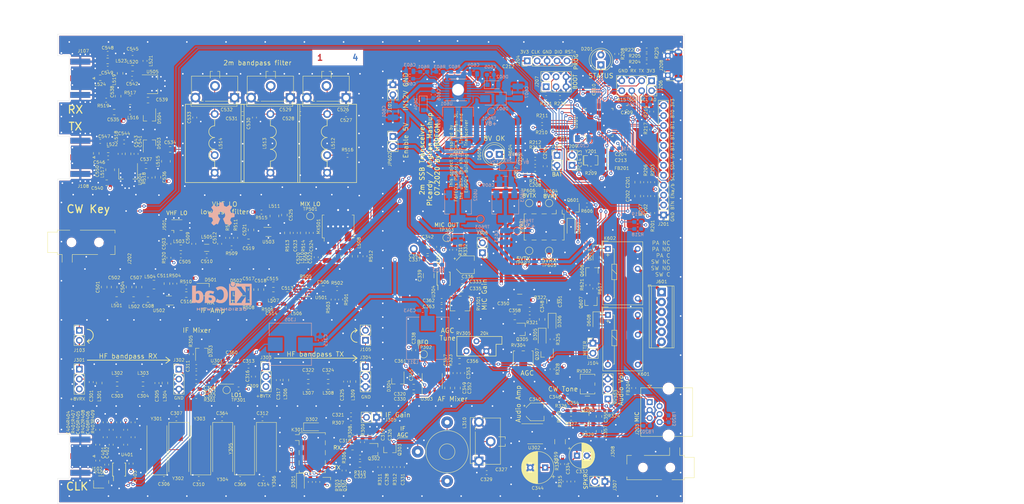
<source format=kicad_pcb>
(kicad_pcb (version 20171130) (host pcbnew 5.1.6)

  (general
    (thickness 1.6)
    (drawings 126)
    (tracks 2345)
    (zones 0)
    (modules 375)
    (nets 238)
  )

  (page A4)
  (title_block
    (title "Picardy Anglian Mashup")
    (date 2020-07-06)
    (company HB9EGM)
  )

  (layers
    (0 F.Cu signal)
    (1 In1.Cu signal)
    (2 In2.Cu signal)
    (31 B.Cu signal)
    (32 B.Adhes user hide)
    (33 F.Adhes user hide)
    (34 B.Paste user hide)
    (35 F.Paste user hide)
    (36 B.SilkS user)
    (37 F.SilkS user)
    (38 B.Mask user hide)
    (39 F.Mask user)
    (40 Dwgs.User user)
    (41 Cmts.User user hide)
    (42 Eco1.User user hide)
    (43 Eco2.User user hide)
    (44 Edge.Cuts user)
    (45 Margin user hide)
    (46 B.CrtYd user)
    (47 F.CrtYd user)
    (48 B.Fab user hide)
    (49 F.Fab user hide)
  )

  (setup
    (last_trace_width 0.2)
    (user_trace_width 0.2)
    (user_trace_width 0.3)
    (user_trace_width 0.8)
    (trace_clearance 0.2)
    (zone_clearance 0.4)
    (zone_45_only no)
    (trace_min 0.2)
    (via_size 0.8)
    (via_drill 0.4)
    (via_min_size 0.4)
    (via_min_drill 0.3)
    (user_via 0.8 0.4)
    (user_via 0.8 0.6)
    (uvia_size 0.3)
    (uvia_drill 0.1)
    (uvias_allowed no)
    (uvia_min_size 0.2)
    (uvia_min_drill 0.1)
    (edge_width 0.05)
    (segment_width 0.2)
    (pcb_text_width 0.3)
    (pcb_text_size 1.5 1.5)
    (mod_edge_width 0.1)
    (mod_text_size 0.8 0.8)
    (mod_text_width 0.1)
    (pad_size 1.524 1.524)
    (pad_drill 0.762)
    (pad_to_mask_clearance 0.051)
    (solder_mask_min_width 0.25)
    (aux_axis_origin 0 0)
    (visible_elements FFFFFF7F)
    (pcbplotparams
      (layerselection 0x011fc_ffffffff)
      (usegerberextensions false)
      (usegerberattributes false)
      (usegerberadvancedattributes false)
      (creategerberjobfile false)
      (excludeedgelayer true)
      (linewidth 0.100000)
      (plotframeref false)
      (viasonmask false)
      (mode 1)
      (useauxorigin false)
      (hpglpennumber 1)
      (hpglpenspeed 20)
      (hpglpendiameter 15.000000)
      (psnegative false)
      (psa4output false)
      (plotreference true)
      (plotvalue true)
      (plotinvisibletext false)
      (padsonsilk false)
      (subtractmaskfromsilk false)
      (outputformat 1)
      (mirror false)
      (drillshape 0)
      (scaleselection 1)
      (outputdirectory "out"))
  )

  (net 0 "")
  (net 1 /Control/ENC_B)
  (net 2 GND)
  (net 3 /Control/ENC_A)
  (net 4 +3V3)
  (net 5 "Net-(C205-Pad1)")
  (net 6 "Net-(C206-Pad1)")
  (net 7 "Net-(C207-Pad1)")
  (net 8 /Baseband/CW_TONE)
  (net 9 "Net-(C301-Pad2)")
  (net 10 "Net-(C302-Pad2)")
  (net 11 "Net-(C303-Pad2)")
  (net 12 "Net-(C304-Pad2)")
  (net 13 "Net-(C306-Pad2)")
  (net 14 "Net-(C307-Pad2)")
  (net 15 "Net-(C308-Pad2)")
  (net 16 "Net-(C308-Pad1)")
  (net 17 /Baseband/LO1)
  (net 18 "Net-(C309-Pad1)")
  (net 19 "Net-(C310-Pad2)")
  (net 20 "Net-(C311-Pad2)")
  (net 21 "Net-(C312-Pad2)")
  (net 22 "Net-(C313-Pad2)")
  (net 23 "Net-(C314-Pad2)")
  (net 24 +8V)
  (net 25 "Net-(C316-Pad2)")
  (net 26 "Net-(C316-Pad1)")
  (net 27 "Net-(C317-Pad2)")
  (net 28 "Net-(C318-Pad2)")
  (net 29 "Net-(C318-Pad1)")
  (net 30 "Net-(C320-Pad2)")
  (net 31 "Net-(C320-Pad1)")
  (net 32 "Net-(C321-Pad1)")
  (net 33 "Net-(C322-Pad2)")
  (net 34 "Net-(C323-Pad2)")
  (net 35 "Net-(C324-Pad2)")
  (net 36 "Net-(C327-Pad2)")
  (net 37 "Net-(C328-Pad2)")
  (net 38 "Net-(C330-Pad2)")
  (net 39 "Net-(C330-Pad1)")
  (net 40 +8VRX)
  (net 41 "Net-(C332-Pad1)")
  (net 42 "Net-(C333-Pad2)")
  (net 43 "Net-(C333-Pad1)")
  (net 44 "Net-(C334-Pad2)")
  (net 45 "Net-(C336-Pad1)")
  (net 46 "Net-(C337-Pad2)")
  (net 47 /Baseband/BFO)
  (net 48 "Net-(C338-Pad1)")
  (net 49 "Net-(C340-Pad2)")
  (net 50 "Net-(C340-Pad1)")
  (net 51 "Net-(C342-Pad2)")
  (net 52 "Net-(C344-Pad1)")
  (net 53 "Net-(C345-Pad2)")
  (net 54 "Net-(C346-Pad2)")
  (net 55 "Net-(C347-Pad2)")
  (net 56 "Net-(C347-Pad1)")
  (net 57 "Net-(C348-Pad2)")
  (net 58 "Net-(C348-Pad1)")
  (net 59 "Net-(C351-Pad1)")
  (net 60 "Net-(C352-Pad2)")
  (net 61 "Net-(C353-Pad1)")
  (net 62 "Net-(C354-Pad1)")
  (net 63 "Net-(C355-Pad2)")
  (net 64 "Net-(C355-Pad1)")
  (net 65 "Net-(C356-Pad2)")
  (net 66 "Net-(C358-Pad2)")
  (net 67 "Net-(C358-Pad1)")
  (net 68 "Net-(C401-Pad2)")
  (net 69 /Clock/REF_25MHz)
  (net 70 "Net-(C404-Pad2)")
  (net 71 "Net-(C404-Pad1)")
  (net 72 "Net-(C405-Pad2)")
  (net 73 "Net-(C405-Pad1)")
  (net 74 "Net-(C406-Pad2)")
  (net 75 "Net-(C406-Pad1)")
  (net 76 /HF_RX)
  (net 77 "Net-(C501-Pad1)")
  (net 78 /VHF_LO)
  (net 79 "Net-(C504-Pad1)")
  (net 80 "Net-(C505-Pad1)")
  (net 81 "Net-(C506-Pad2)")
  (net 82 "Net-(C506-Pad1)")
  (net 83 "Net-(C507-Pad1)")
  (net 84 "Net-(C508-Pad1)")
  (net 85 "Net-(C510-Pad1)")
  (net 86 "Net-(C511-Pad1)")
  (net 87 "Net-(C513-Pad2)")
  (net 88 "Net-(C513-Pad1)")
  (net 89 "Net-(C514-Pad1)")
  (net 90 "Net-(C516-Pad2)")
  (net 91 "Net-(C516-Pad1)")
  (net 92 "Net-(C517-Pad2)")
  (net 93 "Net-(C517-Pad1)")
  (net 94 "Net-(C519-Pad2)")
  (net 95 "Net-(C519-Pad1)")
  (net 96 "Net-(C520-Pad1)")
  (net 97 "Net-(C522-Pad2)")
  (net 98 "Net-(C522-Pad1)")
  (net 99 "Net-(C523-Pad2)")
  (net 100 "Net-(C523-Pad1)")
  (net 101 "Net-(C524-Pad2)")
  (net 102 "Net-(C524-Pad1)")
  (net 103 "Net-(C525-Pad1)")
  (net 104 "Net-(C526-Pad2)")
  (net 105 "Net-(C528-Pad2)")
  (net 106 "Net-(C531-Pad2)")
  (net 107 "Net-(C534-Pad2)")
  (net 108 "Net-(C534-Pad1)")
  (net 109 "Net-(C537-Pad2)")
  (net 110 "Net-(C537-Pad1)")
  (net 111 "Net-(C538-Pad2)")
  (net 112 "Net-(C539-Pad2)")
  (net 113 "Net-(C539-Pad1)")
  (net 114 "Net-(C541-Pad1)")
  (net 115 "Net-(C542-Pad2)")
  (net 116 "Net-(C542-Pad1)")
  (net 117 "Net-(C543-Pad1)")
  (net 118 "Net-(C545-Pad1)")
  (net 119 "Net-(C546-Pad1)")
  (net 120 "Net-(C548-Pad1)")
  (net 121 "Net-(C549-Pad2)")
  (net 122 "Net-(C549-Pad1)")
  (net 123 /VHF_TX)
  (net 124 +12V)
  (net 125 "Net-(C602-Pad1)")
  (net 126 "Net-(C603-Pad1)")
  (net 127 "Net-(C604-Pad1)")
  (net 128 "Net-(C605-Pad2)")
  (net 129 "Net-(C606-Pad2)")
  (net 130 "Net-(C606-Pad1)")
  (net 131 "Net-(C608-Pad1)")
  (net 132 "Net-(C609-Pad1)")
  (net 133 +5VA)
  (net 134 "Net-(D201-Pad2)")
  (net 135 /Control/RESETn)
  (net 136 "Net-(D301-Pad2)")
  (net 137 /Control/SEQ0n)
  (net 138 "Net-(D302-Pad1)")
  (net 139 "Net-(D603-Pad2)")
  (net 140 "Net-(D605-Pad1)")
  (net 141 /Control/SEQ2n)
  (net 142 /Baseband/METER)
  (net 143 /HF_TX)
  (net 144 /VHF_RX)
  (net 145 /Control/BTN0)
  (net 146 /Control/BTN1)
  (net 147 /Control/BTN2)
  (net 148 /Control/BTN3)
  (net 149 SDA)
  (net 150 SCL)
  (net 151 "Net-(J201-Pad4)")
  (net 152 "Net-(J201-Pad3)")
  (net 153 "Net-(J201-Pad2)")
  (net 154 /Control/MIC_SW2)
  (net 155 /Baseband/MIC)
  (net 156 /Control/MIC_SW1)
  (net 157 +8VTX)
  (net 158 "Net-(J601-Pad5)")
  (net 159 "Net-(J601-Pad4)")
  (net 160 "Net-(J601-Pad3)")
  (net 161 "Net-(J601-Pad2)")
  (net 162 "Net-(K301-Pad2)")
  (net 163 "Net-(K301-Pad4)")
  (net 164 "Net-(L512-Pad2)")
  (net 165 "Net-(L520-Pad2)")
  (net 166 "Net-(MX501-Pad3)")
  (net 167 "Net-(MX501-Pad6)")
  (net 168 "Net-(Q301-Pad1)")
  (net 169 "Net-(Q302-Pad3)")
  (net 170 "Net-(Q307-Pad2)")
  (net 171 "Net-(Q307-Pad1)")
  (net 172 "Net-(Q601-Pad1)")
  (net 173 "Net-(Q607-Pad1)")
  (net 174 /Control/ENC_BTN)
  (net 175 /Control/XTAL1)
  (net 176 /Control/XTAL2)
  (net 177 /Baseband/CW_KEYn)
  (net 178 "Net-(R319-Pad1)")
  (net 179 "Net-(R324-Pad1)")
  (net 180 /Baseband/MUTE_SPKR)
  (net 181 "Net-(R602-Pad1)")
  (net 182 "Net-(U401-Pad3)")
  (net 183 /IF_RX)
  (net 184 /IF_TX)
  (net 185 /Control/SEQ1n)
  (net 186 /AF_OUT)
  (net 187 "Net-(Q608-Pad1)")
  (net 188 "Net-(C362-Pad2)")
  (net 189 "Net-(C362-Pad1)")
  (net 190 "Net-(J601-Pad6)")
  (net 191 "Net-(J601-Pad1)")
  (net 192 /Baseband/MIC_SDn)
  (net 193 "Net-(R318-Pad2)")
  (net 194 "Net-(R332-Pad2)")
  (net 195 /Control/STATUSn)
  (net 196 /Control/PWM_CW)
  (net 197 "Net-(C359-Pad1)")
  (net 198 "Net-(C360-Pad1)")
  (net 199 "Net-(C361-Pad1)")
  (net 200 /Baseband/AGC)
  (net 201 "Net-(D607-Pad2)")
  (net 202 "Net-(D608-Pad2)")
  (net 203 "Net-(D613-Pad2)")
  (net 204 /Baseband/MIC_OUT)
  (net 205 "Net-(C204-Pad2)")
  (net 206 /Control/CW_RING)
  (net 207 /Control/CW_TIP)
  (net 208 /Control/SWDIO)
  (net 209 /Control/SWCLK)
  (net 210 "Net-(J205-Pad1)")
  (net 211 /Control/USART1_RX)
  (net 212 /Control/USART1_TX)
  (net 213 "Net-(J207-Pad4)")
  (net 214 "Net-(J207-Pad3)")
  (net 215 /Control/USB_DP)
  (net 216 /Control/USB_DM)
  (net 217 "Net-(R204-Pad2)")
  (net 218 "Net-(R205-Pad2)")
  (net 219 /Control/BOOT0)
  (net 220 /Control/BOOT1)
  (net 221 "Net-(C332-Pad2)")
  (net 222 "Net-(J307-Pad2)")
  (net 223 /Control/PB15)
  (net 224 /Control/I2C2_SDA)
  (net 225 /Control/I2C2_SCL)
  (net 226 /Control/PA0)
  (net 227 /Control/PC13)
  (net 228 /Control/PC14)
  (net 229 +5VTX)
  (net 230 +5VRX)
  (net 231 "Net-(C503-Pad1)")
  (net 232 "Net-(FB202-Pad1)")
  (net 233 "Net-(FB203-Pad1)")
  (net 234 "Net-(FB204-Pad1)")
  (net 235 "Net-(C364-Pad2)")
  (net 236 "Net-(C365-Pad2)")
  (net 237 "Net-(J208-Pad4)")

  (net_class Default "This is the default net class."
    (clearance 0.2)
    (trace_width 0.2)
    (via_dia 0.8)
    (via_drill 0.4)
    (uvia_dia 0.3)
    (uvia_drill 0.1)
    (add_net +5VRX)
    (add_net +5VTX)
    (add_net /AF_OUT)
    (add_net /Baseband/AGC)
    (add_net /Baseband/BFO)
    (add_net /Baseband/CW_KEYn)
    (add_net /Baseband/CW_TONE)
    (add_net /Baseband/LO1)
    (add_net /Baseband/METER)
    (add_net /Baseband/MIC)
    (add_net /Baseband/MIC_OUT)
    (add_net /Baseband/MIC_SDn)
    (add_net /Baseband/MUTE_SPKR)
    (add_net /Clock/REF_25MHz)
    (add_net /Control/BOOT0)
    (add_net /Control/BOOT1)
    (add_net /Control/BTN0)
    (add_net /Control/BTN1)
    (add_net /Control/BTN2)
    (add_net /Control/BTN3)
    (add_net /Control/CW_RING)
    (add_net /Control/CW_TIP)
    (add_net /Control/ENC_A)
    (add_net /Control/ENC_B)
    (add_net /Control/ENC_BTN)
    (add_net /Control/I2C2_SCL)
    (add_net /Control/I2C2_SDA)
    (add_net /Control/MIC_SW1)
    (add_net /Control/MIC_SW2)
    (add_net /Control/PA0)
    (add_net /Control/PB15)
    (add_net /Control/PC13)
    (add_net /Control/PC14)
    (add_net /Control/PWM_CW)
    (add_net /Control/RESETn)
    (add_net /Control/SEQ0n)
    (add_net /Control/SEQ1n)
    (add_net /Control/SEQ2n)
    (add_net /Control/STATUSn)
    (add_net /Control/SWCLK)
    (add_net /Control/SWDIO)
    (add_net /Control/USART1_RX)
    (add_net /Control/USART1_TX)
    (add_net /Control/USB_DM)
    (add_net /Control/USB_DP)
    (add_net /Control/XTAL1)
    (add_net /Control/XTAL2)
    (add_net /HF_RX)
    (add_net /HF_TX)
    (add_net /IF_RX)
    (add_net /IF_TX)
    (add_net /VHF_LO)
    (add_net /VHF_RX)
    (add_net /VHF_TX)
    (add_net "Net-(C204-Pad2)")
    (add_net "Net-(C205-Pad1)")
    (add_net "Net-(C206-Pad1)")
    (add_net "Net-(C207-Pad1)")
    (add_net "Net-(C301-Pad2)")
    (add_net "Net-(C302-Pad2)")
    (add_net "Net-(C303-Pad2)")
    (add_net "Net-(C304-Pad2)")
    (add_net "Net-(C306-Pad2)")
    (add_net "Net-(C307-Pad2)")
    (add_net "Net-(C308-Pad1)")
    (add_net "Net-(C308-Pad2)")
    (add_net "Net-(C309-Pad1)")
    (add_net "Net-(C310-Pad2)")
    (add_net "Net-(C311-Pad2)")
    (add_net "Net-(C312-Pad2)")
    (add_net "Net-(C313-Pad2)")
    (add_net "Net-(C314-Pad2)")
    (add_net "Net-(C316-Pad1)")
    (add_net "Net-(C316-Pad2)")
    (add_net "Net-(C317-Pad2)")
    (add_net "Net-(C318-Pad1)")
    (add_net "Net-(C318-Pad2)")
    (add_net "Net-(C320-Pad1)")
    (add_net "Net-(C320-Pad2)")
    (add_net "Net-(C321-Pad1)")
    (add_net "Net-(C322-Pad2)")
    (add_net "Net-(C323-Pad2)")
    (add_net "Net-(C324-Pad2)")
    (add_net "Net-(C327-Pad2)")
    (add_net "Net-(C328-Pad2)")
    (add_net "Net-(C330-Pad1)")
    (add_net "Net-(C330-Pad2)")
    (add_net "Net-(C332-Pad1)")
    (add_net "Net-(C332-Pad2)")
    (add_net "Net-(C333-Pad1)")
    (add_net "Net-(C333-Pad2)")
    (add_net "Net-(C334-Pad2)")
    (add_net "Net-(C336-Pad1)")
    (add_net "Net-(C337-Pad2)")
    (add_net "Net-(C338-Pad1)")
    (add_net "Net-(C340-Pad1)")
    (add_net "Net-(C340-Pad2)")
    (add_net "Net-(C342-Pad2)")
    (add_net "Net-(C344-Pad1)")
    (add_net "Net-(C345-Pad2)")
    (add_net "Net-(C346-Pad2)")
    (add_net "Net-(C347-Pad1)")
    (add_net "Net-(C347-Pad2)")
    (add_net "Net-(C348-Pad1)")
    (add_net "Net-(C348-Pad2)")
    (add_net "Net-(C351-Pad1)")
    (add_net "Net-(C352-Pad2)")
    (add_net "Net-(C353-Pad1)")
    (add_net "Net-(C354-Pad1)")
    (add_net "Net-(C355-Pad1)")
    (add_net "Net-(C355-Pad2)")
    (add_net "Net-(C356-Pad2)")
    (add_net "Net-(C358-Pad1)")
    (add_net "Net-(C358-Pad2)")
    (add_net "Net-(C359-Pad1)")
    (add_net "Net-(C360-Pad1)")
    (add_net "Net-(C361-Pad1)")
    (add_net "Net-(C362-Pad1)")
    (add_net "Net-(C362-Pad2)")
    (add_net "Net-(C364-Pad2)")
    (add_net "Net-(C365-Pad2)")
    (add_net "Net-(C401-Pad2)")
    (add_net "Net-(C404-Pad1)")
    (add_net "Net-(C404-Pad2)")
    (add_net "Net-(C405-Pad1)")
    (add_net "Net-(C405-Pad2)")
    (add_net "Net-(C406-Pad1)")
    (add_net "Net-(C406-Pad2)")
    (add_net "Net-(C501-Pad1)")
    (add_net "Net-(C503-Pad1)")
    (add_net "Net-(C504-Pad1)")
    (add_net "Net-(C505-Pad1)")
    (add_net "Net-(C506-Pad1)")
    (add_net "Net-(C506-Pad2)")
    (add_net "Net-(C507-Pad1)")
    (add_net "Net-(C508-Pad1)")
    (add_net "Net-(C510-Pad1)")
    (add_net "Net-(C511-Pad1)")
    (add_net "Net-(C513-Pad1)")
    (add_net "Net-(C513-Pad2)")
    (add_net "Net-(C514-Pad1)")
    (add_net "Net-(C516-Pad1)")
    (add_net "Net-(C516-Pad2)")
    (add_net "Net-(C517-Pad1)")
    (add_net "Net-(C517-Pad2)")
    (add_net "Net-(C519-Pad1)")
    (add_net "Net-(C519-Pad2)")
    (add_net "Net-(C520-Pad1)")
    (add_net "Net-(C522-Pad1)")
    (add_net "Net-(C522-Pad2)")
    (add_net "Net-(C523-Pad1)")
    (add_net "Net-(C523-Pad2)")
    (add_net "Net-(C524-Pad1)")
    (add_net "Net-(C524-Pad2)")
    (add_net "Net-(C525-Pad1)")
    (add_net "Net-(C526-Pad2)")
    (add_net "Net-(C528-Pad2)")
    (add_net "Net-(C531-Pad2)")
    (add_net "Net-(C534-Pad1)")
    (add_net "Net-(C534-Pad2)")
    (add_net "Net-(C537-Pad1)")
    (add_net "Net-(C537-Pad2)")
    (add_net "Net-(C538-Pad2)")
    (add_net "Net-(C539-Pad1)")
    (add_net "Net-(C539-Pad2)")
    (add_net "Net-(C541-Pad1)")
    (add_net "Net-(C542-Pad1)")
    (add_net "Net-(C542-Pad2)")
    (add_net "Net-(C543-Pad1)")
    (add_net "Net-(C545-Pad1)")
    (add_net "Net-(C546-Pad1)")
    (add_net "Net-(C548-Pad1)")
    (add_net "Net-(C549-Pad1)")
    (add_net "Net-(C549-Pad2)")
    (add_net "Net-(C602-Pad1)")
    (add_net "Net-(C603-Pad1)")
    (add_net "Net-(C604-Pad1)")
    (add_net "Net-(C605-Pad2)")
    (add_net "Net-(C606-Pad1)")
    (add_net "Net-(C606-Pad2)")
    (add_net "Net-(C608-Pad1)")
    (add_net "Net-(C609-Pad1)")
    (add_net "Net-(D201-Pad2)")
    (add_net "Net-(D301-Pad2)")
    (add_net "Net-(D302-Pad1)")
    (add_net "Net-(D603-Pad2)")
    (add_net "Net-(D605-Pad1)")
    (add_net "Net-(D607-Pad2)")
    (add_net "Net-(D608-Pad2)")
    (add_net "Net-(D613-Pad2)")
    (add_net "Net-(FB202-Pad1)")
    (add_net "Net-(FB203-Pad1)")
    (add_net "Net-(FB204-Pad1)")
    (add_net "Net-(J201-Pad2)")
    (add_net "Net-(J201-Pad3)")
    (add_net "Net-(J201-Pad4)")
    (add_net "Net-(J205-Pad1)")
    (add_net "Net-(J207-Pad3)")
    (add_net "Net-(J207-Pad4)")
    (add_net "Net-(J208-Pad4)")
    (add_net "Net-(J307-Pad2)")
    (add_net "Net-(J601-Pad1)")
    (add_net "Net-(J601-Pad2)")
    (add_net "Net-(J601-Pad3)")
    (add_net "Net-(J601-Pad4)")
    (add_net "Net-(J601-Pad5)")
    (add_net "Net-(J601-Pad6)")
    (add_net "Net-(K301-Pad2)")
    (add_net "Net-(K301-Pad4)")
    (add_net "Net-(L512-Pad2)")
    (add_net "Net-(L520-Pad2)")
    (add_net "Net-(MX501-Pad3)")
    (add_net "Net-(MX501-Pad6)")
    (add_net "Net-(Q301-Pad1)")
    (add_net "Net-(Q302-Pad3)")
    (add_net "Net-(Q307-Pad1)")
    (add_net "Net-(Q307-Pad2)")
    (add_net "Net-(Q601-Pad1)")
    (add_net "Net-(Q607-Pad1)")
    (add_net "Net-(Q608-Pad1)")
    (add_net "Net-(R204-Pad2)")
    (add_net "Net-(R205-Pad2)")
    (add_net "Net-(R318-Pad2)")
    (add_net "Net-(R319-Pad1)")
    (add_net "Net-(R324-Pad1)")
    (add_net "Net-(R332-Pad2)")
    (add_net "Net-(R602-Pad1)")
    (add_net "Net-(U401-Pad3)")
    (add_net SCL)
    (add_net SDA)
  )

  (net_class Power ""
    (clearance 0.2)
    (trace_width 0.8)
    (via_dia 0.8)
    (via_drill 0.6)
    (uvia_dia 0.3)
    (uvia_drill 0.1)
    (add_net +12V)
    (add_net +3V3)
    (add_net +5VA)
    (add_net +8V)
    (add_net +8VRX)
    (add_net +8VTX)
    (add_net GND)
  )

  (module Resistor_SMD:R_0603_1608Metric_Pad1.05x0.95mm_HandSolder (layer F.Cu) (tedit 5B301BBD) (tstamp 5F077F27)
    (at 183.896 34.798 270)
    (descr "Resistor SMD 0603 (1608 Metric), square (rectangular) end terminal, IPC_7351 nominal with elongated pad for handsoldering. (Body size source: http://www.tortai-tech.com/upload/download/2011102023233369053.pdf), generated with kicad-footprint-generator")
    (tags "resistor handsolder")
    (path /5E2FA006/5F0EE544)
    (attr smd)
    (fp_text reference R225 (at 0 1.016 90) (layer F.SilkS)
      (effects (font (size 0.8 0.8) (thickness 0.1)))
    )
    (fp_text value 0 (at 0 1.43 90) (layer F.Fab)
      (effects (font (size 1 1) (thickness 0.15)))
    )
    (fp_text user %R (at 0 0 90) (layer F.Fab)
      (effects (font (size 0.4 0.4) (thickness 0.06)))
    )
    (fp_line (start -0.8 0.4) (end -0.8 -0.4) (layer F.Fab) (width 0.1))
    (fp_line (start -0.8 -0.4) (end 0.8 -0.4) (layer F.Fab) (width 0.1))
    (fp_line (start 0.8 -0.4) (end 0.8 0.4) (layer F.Fab) (width 0.1))
    (fp_line (start 0.8 0.4) (end -0.8 0.4) (layer F.Fab) (width 0.1))
    (fp_line (start -0.171267 -0.51) (end 0.171267 -0.51) (layer F.SilkS) (width 0.12))
    (fp_line (start -0.171267 0.51) (end 0.171267 0.51) (layer F.SilkS) (width 0.12))
    (fp_line (start -1.65 0.73) (end -1.65 -0.73) (layer F.CrtYd) (width 0.05))
    (fp_line (start -1.65 -0.73) (end 1.65 -0.73) (layer F.CrtYd) (width 0.05))
    (fp_line (start 1.65 -0.73) (end 1.65 0.73) (layer F.CrtYd) (width 0.05))
    (fp_line (start 1.65 0.73) (end -1.65 0.73) (layer F.CrtYd) (width 0.05))
    (pad 2 smd roundrect (at 0.875 0 270) (size 1.05 0.95) (layers F.Cu F.Paste F.Mask) (roundrect_rratio 0.25)
      (net 237 "Net-(J208-Pad4)"))
    (pad 1 smd roundrect (at -0.875 0 270) (size 1.05 0.95) (layers F.Cu F.Paste F.Mask) (roundrect_rratio 0.25)
      (net 2 GND))
    (model ${KISYS3DMOD}/Resistor_SMD.3dshapes/R_0603_1608Metric.wrl
      (at (xyz 0 0 0))
      (scale (xyz 1 1 1))
      (rotate (xyz 0 0 0))
    )
  )

  (module Symbol:OSHW-Symbol_6.7x6mm_SilkScreen locked (layer B.Cu) (tedit 0) (tstamp 5F040998)
    (at 71.882 75.946 180)
    (descr "Open Source Hardware Symbol")
    (tags "Logo Symbol OSHW")
    (attr virtual)
    (fp_text reference REF** (at 0 0) (layer B.SilkS) hide
      (effects (font (size 1 1) (thickness 0.15)) (justify mirror))
    )
    (fp_text value OSHW-Symbol_6.7x6mm_SilkScreen (at 0.75 0) (layer B.Fab) hide
      (effects (font (size 1 1) (thickness 0.15)) (justify mirror))
    )
    (fp_poly (pts (xy 0.555814 2.531069) (xy 0.639635 2.086445) (xy 0.94892 1.958947) (xy 1.258206 1.831449)
      (xy 1.629246 2.083754) (xy 1.733157 2.154004) (xy 1.827087 2.216728) (xy 1.906652 2.269062)
      (xy 1.96747 2.308143) (xy 2.005157 2.331107) (xy 2.015421 2.336058) (xy 2.03391 2.323324)
      (xy 2.07342 2.288118) (xy 2.129522 2.234938) (xy 2.197787 2.168282) (xy 2.273786 2.092646)
      (xy 2.353092 2.012528) (xy 2.431275 1.932426) (xy 2.503907 1.856836) (xy 2.566559 1.790255)
      (xy 2.614803 1.737182) (xy 2.64421 1.702113) (xy 2.651241 1.690377) (xy 2.641123 1.66874)
      (xy 2.612759 1.621338) (xy 2.569129 1.552807) (xy 2.513218 1.467785) (xy 2.448006 1.370907)
      (xy 2.410219 1.31565) (xy 2.341343 1.214752) (xy 2.28014 1.123701) (xy 2.229578 1.04703)
      (xy 2.192628 0.989272) (xy 2.172258 0.954957) (xy 2.169197 0.947746) (xy 2.176136 0.927252)
      (xy 2.195051 0.879487) (xy 2.223087 0.811168) (xy 2.257391 0.729011) (xy 2.295109 0.63973)
      (xy 2.333387 0.550042) (xy 2.36937 0.466662) (xy 2.400206 0.396306) (xy 2.423039 0.34569)
      (xy 2.435017 0.321529) (xy 2.435724 0.320578) (xy 2.454531 0.315964) (xy 2.504618 0.305672)
      (xy 2.580793 0.290713) (xy 2.677865 0.272099) (xy 2.790643 0.250841) (xy 2.856442 0.238582)
      (xy 2.97695 0.215638) (xy 3.085797 0.193805) (xy 3.177476 0.174278) (xy 3.246481 0.158252)
      (xy 3.287304 0.146921) (xy 3.295511 0.143326) (xy 3.303548 0.118994) (xy 3.310033 0.064041)
      (xy 3.31497 -0.015108) (xy 3.318364 -0.112026) (xy 3.320218 -0.220287) (xy 3.320538 -0.333465)
      (xy 3.319327 -0.445135) (xy 3.31659 -0.548868) (xy 3.312331 -0.638241) (xy 3.306555 -0.706826)
      (xy 3.299267 -0.748197) (xy 3.294895 -0.75681) (xy 3.268764 -0.767133) (xy 3.213393 -0.781892)
      (xy 3.136107 -0.799352) (xy 3.04423 -0.81778) (xy 3.012158 -0.823741) (xy 2.857524 -0.852066)
      (xy 2.735375 -0.874876) (xy 2.641673 -0.89308) (xy 2.572384 -0.907583) (xy 2.523471 -0.919292)
      (xy 2.490897 -0.929115) (xy 2.470628 -0.937956) (xy 2.458626 -0.946724) (xy 2.456947 -0.948457)
      (xy 2.440184 -0.976371) (xy 2.414614 -1.030695) (xy 2.382788 -1.104777) (xy 2.34726 -1.191965)
      (xy 2.310583 -1.285608) (xy 2.275311 -1.379052) (xy 2.243996 -1.465647) (xy 2.219193 -1.53874)
      (xy 2.203454 -1.591678) (xy 2.199332 -1.617811) (xy 2.199676 -1.618726) (xy 2.213641 -1.640086)
      (xy 2.245322 -1.687084) (xy 2.291391 -1.754827) (xy 2.348518 -1.838423) (xy 2.413373 -1.932982)
      (xy 2.431843 -1.959854) (xy 2.497699 -2.057275) (xy 2.55565 -2.146163) (xy 2.602538 -2.221412)
      (xy 2.635207 -2.27792) (xy 2.6505 -2.310581) (xy 2.651241 -2.314593) (xy 2.638392 -2.335684)
      (xy 2.602888 -2.377464) (xy 2.549293 -2.435445) (xy 2.482171 -2.505135) (xy 2.406087 -2.582045)
      (xy 2.325604 -2.661683) (xy 2.245287 -2.739561) (xy 2.169699 -2.811186) (xy 2.103405 -2.87207)
      (xy 2.050969 -2.917721) (xy 2.016955 -2.94365) (xy 2.007545 -2.947883) (xy 1.985643 -2.937912)
      (xy 1.9408 -2.91102) (xy 1.880321 -2.871736) (xy 1.833789 -2.840117) (xy 1.749475 -2.782098)
      (xy 1.649626 -2.713784) (xy 1.549473 -2.645579) (xy 1.495627 -2.609075) (xy 1.313371 -2.4858)
      (xy 1.160381 -2.56852) (xy 1.090682 -2.604759) (xy 1.031414 -2.632926) (xy 0.991311 -2.648991)
      (xy 0.981103 -2.651226) (xy 0.968829 -2.634722) (xy 0.944613 -2.588082) (xy 0.910263 -2.515609)
      (xy 0.867588 -2.421606) (xy 0.818394 -2.310374) (xy 0.76449 -2.186215) (xy 0.707684 -2.053432)
      (xy 0.649782 -1.916327) (xy 0.592593 -1.779202) (xy 0.537924 -1.646358) (xy 0.487584 -1.522098)
      (xy 0.44338 -1.410725) (xy 0.407119 -1.316539) (xy 0.380609 -1.243844) (xy 0.365658 -1.196941)
      (xy 0.363254 -1.180833) (xy 0.382311 -1.160286) (xy 0.424036 -1.126933) (xy 0.479706 -1.087702)
      (xy 0.484378 -1.084599) (xy 0.628264 -0.969423) (xy 0.744283 -0.835053) (xy 0.83143 -0.685784)
      (xy 0.888699 -0.525913) (xy 0.915086 -0.359737) (xy 0.909585 -0.191552) (xy 0.87119 -0.025655)
      (xy 0.798895 0.133658) (xy 0.777626 0.168513) (xy 0.666996 0.309263) (xy 0.536302 0.422286)
      (xy 0.390064 0.506997) (xy 0.232808 0.562806) (xy 0.069057 0.589126) (xy -0.096667 0.58537)
      (xy -0.259838 0.55095) (xy -0.415935 0.485277) (xy -0.560433 0.387765) (xy -0.605131 0.348187)
      (xy -0.718888 0.224297) (xy -0.801782 0.093876) (xy -0.858644 -0.052315) (xy -0.890313 -0.197088)
      (xy -0.898131 -0.35986) (xy -0.872062 -0.52344) (xy -0.814755 -0.682298) (xy -0.728856 -0.830906)
      (xy -0.617014 -0.963735) (xy -0.481877 -1.075256) (xy -0.464117 -1.087011) (xy -0.40785 -1.125508)
      (xy -0.365077 -1.158863) (xy -0.344628 -1.18016) (xy -0.344331 -1.180833) (xy -0.348721 -1.203871)
      (xy -0.366124 -1.256157) (xy -0.394732 -1.33339) (xy -0.432735 -1.431268) (xy -0.478326 -1.545491)
      (xy -0.529697 -1.671758) (xy -0.585038 -1.805767) (xy -0.642542 -1.943218) (xy -0.700399 -2.079808)
      (xy -0.756802 -2.211237) (xy -0.809942 -2.333205) (xy -0.85801 -2.441409) (xy -0.899199 -2.531549)
      (xy -0.931699 -2.599323) (xy -0.953703 -2.64043) (xy -0.962564 -2.651226) (xy -0.98964 -2.642819)
      (xy -1.040303 -2.620272) (xy -1.105817 -2.587613) (xy -1.141841 -2.56852) (xy -1.294832 -2.4858)
      (xy -1.477088 -2.609075) (xy -1.570125 -2.672228) (xy -1.671985 -2.741727) (xy -1.767438 -2.807165)
      (xy -1.81525 -2.840117) (xy -1.882495 -2.885273) (xy -1.939436 -2.921057) (xy -1.978646 -2.942938)
      (xy -1.991381 -2.947563) (xy -2.009917 -2.935085) (xy -2.050941 -2.900252) (xy -2.110475 -2.846678)
      (xy -2.184542 -2.777983) (xy -2.269165 -2.697781) (xy -2.322685 -2.646286) (xy -2.416319 -2.554286)
      (xy -2.497241 -2.471999) (xy -2.562177 -2.402945) (xy -2.607858 -2.350644) (xy -2.631011 -2.318616)
      (xy -2.633232 -2.312116) (xy -2.622924 -2.287394) (xy -2.594439 -2.237405) (xy -2.550937 -2.167212)
      (xy -2.495577 -2.081875) (xy -2.43152 -1.986456) (xy -2.413303 -1.959854) (xy -2.346927 -1.863167)
      (xy -2.287378 -1.776117) (xy -2.237984 -1.703595) (xy -2.202075 -1.650493) (xy -2.182981 -1.621703)
      (xy -2.181136 -1.618726) (xy -2.183895 -1.595782) (xy -2.198538 -1.545336) (xy -2.222513 -1.474041)
      (xy -2.253266 -1.388547) (xy -2.288244 -1.295507) (xy -2.324893 -1.201574) (xy -2.360661 -1.113399)
      (xy -2.392994 -1.037634) (xy -2.419338 -0.980931) (xy -2.437142 -0.949943) (xy -2.438407 -0.948457)
      (xy -2.449294 -0.939601) (xy -2.467682 -0.930843) (xy -2.497606 -0.921277) (xy -2.543103 -0.909996)
      (xy -2.608209 -0.896093) (xy -2.696961 -0.878663) (xy -2.813393 -0.856798) (xy -2.961542 -0.829591)
      (xy -2.993618 -0.823741) (xy -3.088686 -0.805374) (xy -3.171565 -0.787405) (xy -3.23493 -0.771569)
      (xy -3.271458 -0.7596) (xy -3.276356 -0.75681) (xy -3.284427 -0.732072) (xy -3.290987 -0.67679)
      (xy -3.296033 -0.597389) (xy -3.299559 -0.500296) (xy -3.301561 -0.391938) (xy -3.302036 -0.27874)
      (xy -3.300977 -0.167128) (xy -3.298382 -0.063529) (xy -3.294246 0.025632) (xy -3.288563 0.093928)
      (xy -3.281331 0.134934) (xy -3.276971 0.143326) (xy -3.252698 0.151792) (xy -3.197426 0.165565)
      (xy -3.116662 0.18345) (xy -3.015912 0.204252) (xy -2.900683 0.226777) (xy -2.837902 0.238582)
      (xy -2.718787 0.260849) (xy -2.612565 0.281021) (xy -2.524427 0.298085) (xy -2.459566 0.311031)
      (xy -2.423174 0.318845) (xy -2.417184 0.320578) (xy -2.407061 0.34011) (xy -2.385662 0.387157)
      (xy -2.355839 0.454997) (xy -2.320445 0.536909) (xy -2.282332 0.626172) (xy -2.244353 0.716065)
      (xy -2.20936 0.799865) (xy -2.180206 0.870853) (xy -2.159743 0.922306) (xy -2.150823 0.947503)
      (xy -2.150657 0.948604) (xy -2.160769 0.968481) (xy -2.189117 1.014223) (xy -2.232723 1.081283)
      (xy -2.288606 1.165116) (xy -2.353787 1.261174) (xy -2.391679 1.31635) (xy -2.460725 1.417519)
      (xy -2.52205 1.50937) (xy -2.572663 1.587256) (xy -2.609571 1.646531) (xy -2.629782 1.682549)
      (xy -2.632701 1.690623) (xy -2.620153 1.709416) (xy -2.585463 1.749543) (xy -2.533063 1.806507)
      (xy -2.467384 1.875815) (xy -2.392856 1.952969) (xy -2.313913 2.033475) (xy -2.234983 2.112837)
      (xy -2.1605 2.18656) (xy -2.094894 2.250148) (xy -2.042596 2.299106) (xy -2.008039 2.328939)
      (xy -1.996478 2.336058) (xy -1.977654 2.326047) (xy -1.932631 2.297922) (xy -1.865787 2.254546)
      (xy -1.781499 2.198782) (xy -1.684144 2.133494) (xy -1.610707 2.083754) (xy -1.239667 1.831449)
      (xy -0.621095 2.086445) (xy -0.537275 2.531069) (xy -0.453454 2.975693) (xy 0.471994 2.975693)
      (xy 0.555814 2.531069)) (layer B.SilkS) (width 0.01))
  )

  (module Symbol:KiCad-Logo2_6mm_SilkScreen locked (layer B.Cu) (tedit 0) (tstamp 5F03D581)
    (at 71.882 96.266 180)
    (descr "KiCad Logo")
    (tags "Logo KiCad")
    (attr virtual)
    (fp_text reference REF** (at 0 5.08) (layer B.SilkS) hide
      (effects (font (size 1 1) (thickness 0.15)) (justify mirror))
    )
    (fp_text value KiCad-Logo2_6mm_SilkScreen (at 0 -6.35) (layer B.Fab) hide
      (effects (font (size 1 1) (thickness 0.15)) (justify mirror))
    )
    (fp_poly (pts (xy -6.109663 -3.635258) (xy -6.070181 -3.635659) (xy -5.954492 -3.638451) (xy -5.857603 -3.646742)
      (xy -5.776211 -3.661424) (xy -5.707015 -3.683385) (xy -5.646712 -3.713514) (xy -5.592 -3.752702)
      (xy -5.572459 -3.769724) (xy -5.540042 -3.809555) (xy -5.510812 -3.863605) (xy -5.488283 -3.923515)
      (xy -5.475971 -3.980931) (xy -5.474692 -4.002148) (xy -5.482709 -4.060961) (xy -5.504191 -4.125205)
      (xy -5.535291 -4.186013) (xy -5.572158 -4.234522) (xy -5.578146 -4.240374) (xy -5.628871 -4.281513)
      (xy -5.684417 -4.313627) (xy -5.747988 -4.337557) (xy -5.822786 -4.354145) (xy -5.912014 -4.364233)
      (xy -6.018874 -4.368661) (xy -6.06782 -4.369037) (xy -6.130054 -4.368737) (xy -6.17382 -4.367484)
      (xy -6.203223 -4.364746) (xy -6.222371 -4.359993) (xy -6.235369 -4.352693) (xy -6.242337 -4.346459)
      (xy -6.248918 -4.338886) (xy -6.25408 -4.329116) (xy -6.257995 -4.314532) (xy -6.260835 -4.292518)
      (xy -6.262772 -4.260456) (xy -6.263976 -4.215728) (xy -6.26462 -4.155718) (xy -6.264875 -4.077809)
      (xy -6.264914 -4.002148) (xy -6.265162 -3.901233) (xy -6.265109 -3.820619) (xy -6.264149 -3.782014)
      (xy -6.118159 -3.782014) (xy -6.118159 -4.222281) (xy -6.025026 -4.222196) (xy -5.968985 -4.220588)
      (xy -5.910291 -4.216448) (xy -5.86132 -4.210656) (xy -5.85983 -4.210418) (xy -5.780684 -4.191282)
      (xy -5.719294 -4.161479) (xy -5.672597 -4.11907) (xy -5.642927 -4.073153) (xy -5.624645 -4.022218)
      (xy -5.626063 -3.974392) (xy -5.64728 -3.923125) (xy -5.688781 -3.870091) (xy -5.74629 -3.830792)
      (xy -5.821042 -3.804523) (xy -5.871 -3.795227) (xy -5.927708 -3.788699) (xy -5.987811 -3.783974)
      (xy -6.038931 -3.782009) (xy -6.041959 -3.782) (xy -6.118159 -3.782014) (xy -6.264149 -3.782014)
      (xy -6.263552 -3.758043) (xy -6.25929 -3.711247) (xy -6.251122 -3.67797) (xy -6.237848 -3.655951)
      (xy -6.218266 -3.642931) (xy -6.191175 -3.636649) (xy -6.155374 -3.634845) (xy -6.109663 -3.635258)) (layer B.SilkS) (width 0.01))
    (fp_poly (pts (xy -4.701086 -3.635338) (xy -4.631678 -3.63571) (xy -4.579289 -3.636577) (xy -4.541139 -3.638138)
      (xy -4.514451 -3.640595) (xy -4.496445 -3.644149) (xy -4.484341 -3.649002) (xy -4.475361 -3.655353)
      (xy -4.47211 -3.658276) (xy -4.452335 -3.689334) (xy -4.448774 -3.72502) (xy -4.461783 -3.756702)
      (xy -4.467798 -3.763105) (xy -4.477527 -3.769313) (xy -4.493193 -3.774102) (xy -4.5177 -3.777706)
      (xy -4.553953 -3.780356) (xy -4.604857 -3.782287) (xy -4.673318 -3.783731) (xy -4.735909 -3.78461)
      (xy -4.983626 -3.787659) (xy -4.987011 -3.85257) (xy -4.990397 -3.917481) (xy -4.82225 -3.917481)
      (xy -4.749251 -3.918111) (xy -4.695809 -3.920745) (xy -4.65892 -3.926501) (xy -4.63558 -3.936496)
      (xy -4.622786 -3.951848) (xy -4.617534 -3.973674) (xy -4.616737 -3.99393) (xy -4.619215 -4.018784)
      (xy -4.628569 -4.037098) (xy -4.647675 -4.049829) (xy -4.67941 -4.057933) (xy -4.726651 -4.062368)
      (xy -4.792275 -4.064091) (xy -4.828093 -4.064237) (xy -4.98927 -4.064237) (xy -4.98927 -4.222281)
      (xy -4.740914 -4.222281) (xy -4.659505 -4.222394) (xy -4.597634 -4.222904) (xy -4.55226 -4.224062)
      (xy -4.520346 -4.226122) (xy -4.498851 -4.229338) (xy -4.484735 -4.233964) (xy -4.47496 -4.240251)
      (xy -4.469981 -4.244859) (xy -4.452902 -4.271752) (xy -4.447403 -4.295659) (xy -4.455255 -4.324859)
      (xy -4.469981 -4.346459) (xy -4.477838 -4.353258) (xy -4.48798 -4.358538) (xy -4.503136 -4.36249)
      (xy -4.526033 -4.365305) (xy -4.559401 -4.367174) (xy -4.605967 -4.36829) (xy -4.668459 -4.368843)
      (xy -4.749606 -4.369025) (xy -4.791714 -4.369037) (xy -4.88189 -4.368957) (xy -4.952216 -4.36859)
      (xy -5.005421 -4.367744) (xy -5.044232 -4.366228) (xy -5.071379 -4.363851) (xy -5.08959 -4.360421)
      (xy -5.101592 -4.355746) (xy -5.110114 -4.349636) (xy -5.113448 -4.346459) (xy -5.120047 -4.338862)
      (xy -5.125219 -4.329062) (xy -5.129138 -4.314431) (xy -5.131976 -4.292344) (xy -5.133907 -4.260174)
      (xy -5.135104 -4.215295) (xy -5.13574 -4.155081) (xy -5.135989 -4.076905) (xy -5.136026 -4.004115)
      (xy -5.135992 -3.910899) (xy -5.135757 -3.837623) (xy -5.135122 -3.78165) (xy -5.133886 -3.740343)
      (xy -5.131848 -3.711064) (xy -5.128809 -3.691176) (xy -5.124569 -3.678042) (xy -5.118927 -3.669024)
      (xy -5.111683 -3.661485) (xy -5.109898 -3.659804) (xy -5.101237 -3.652364) (xy -5.091174 -3.646601)
      (xy -5.076917 -3.642304) (xy -5.055675 -3.639256) (xy -5.024656 -3.637243) (xy -4.981069 -3.636052)
      (xy -4.922123 -3.635467) (xy -4.845026 -3.635275) (xy -4.790293 -3.635259) (xy -4.701086 -3.635338)) (layer B.SilkS) (width 0.01))
    (fp_poly (pts (xy -3.679995 -3.636543) (xy -3.60518 -3.641773) (xy -3.535598 -3.649942) (xy -3.475294 -3.660742)
      (xy -3.428312 -3.673865) (xy -3.398698 -3.689005) (xy -3.394152 -3.693461) (xy -3.378346 -3.728042)
      (xy -3.383139 -3.763543) (xy -3.407656 -3.793917) (xy -3.408826 -3.794788) (xy -3.423246 -3.804146)
      (xy -3.4383 -3.809068) (xy -3.459297 -3.809665) (xy -3.491549 -3.806053) (xy -3.540365 -3.798346)
      (xy -3.544292 -3.797697) (xy -3.617031 -3.788761) (xy -3.695509 -3.784353) (xy -3.774219 -3.784311)
      (xy -3.847653 -3.788471) (xy -3.910303 -3.796671) (xy -3.956662 -3.808749) (xy -3.959708 -3.809963)
      (xy -3.99334 -3.828807) (xy -4.005156 -3.847877) (xy -3.995906 -3.866631) (xy -3.966339 -3.884529)
      (xy -3.917203 -3.901029) (xy -3.849249 -3.915588) (xy -3.803937 -3.922598) (xy -3.709748 -3.936081)
      (xy -3.634836 -3.948406) (xy -3.576009 -3.960641) (xy -3.530077 -3.973853) (xy -3.493847 -3.989109)
      (xy -3.46413 -4.007477) (xy -3.437734 -4.030023) (xy -3.416522 -4.052163) (xy -3.391357 -4.083011)
      (xy -3.378973 -4.109537) (xy -3.3751 -4.142218) (xy -3.374959 -4.154187) (xy -3.377868 -4.193904)
      (xy -3.389494 -4.223451) (xy -3.409615 -4.249678) (xy -3.450508 -4.289768) (xy -3.496109 -4.320341)
      (xy -3.549805 -4.342395) (xy -3.614984 -4.356927) (xy -3.695036 -4.364933) (xy -3.793349 -4.36741)
      (xy -3.809581 -4.367369) (xy -3.875141 -4.36601) (xy -3.940158 -4.362922) (xy -3.997544 -4.358548)
      (xy -4.040214 -4.353332) (xy -4.043664 -4.352733) (xy -4.086088 -4.342683) (xy -4.122072 -4.329988)
      (xy -4.142442 -4.318382) (xy -4.161399 -4.287764) (xy -4.162719 -4.25211) (xy -4.146377 -4.220336)
      (xy -4.142721 -4.216743) (xy -4.127607 -4.206068) (xy -4.108707 -4.201468) (xy -4.079454 -4.202251)
      (xy -4.043943 -4.206319) (xy -4.004262 -4.209954) (xy -3.948637 -4.21302) (xy -3.883698 -4.215245)
      (xy -3.816077 -4.216356) (xy -3.798292 -4.216429) (xy -3.73042 -4.216156) (xy -3.680746 -4.214838)
      (xy -3.644902 -4.212019) (xy -3.618516 -4.207242) (xy -3.597218 -4.200049) (xy -3.584418 -4.194059)
      (xy -3.556292 -4.177425) (xy -3.53836 -4.16236) (xy -3.535739 -4.158089) (xy -3.541268 -4.140455)
      (xy -3.567552 -4.123384) (xy -3.61277 -4.10765) (xy -3.6751 -4.09403) (xy -3.693463 -4.090996)
      (xy -3.789382 -4.07593) (xy -3.865933 -4.063338) (xy -3.926072 -4.052303) (xy -3.972752 -4.041912)
      (xy -4.008929 -4.031248) (xy -4.037557 -4.019397) (xy -4.06159 -4.005443) (xy -4.083984 -3.988473)
      (xy -4.107694 -3.96757) (xy -4.115672 -3.960241) (xy -4.143645 -3.932891) (xy -4.158452 -3.911221)
      (xy -4.164244 -3.886424) (xy -4.165181 -3.855175) (xy -4.154867 -3.793897) (xy -4.124044 -3.741832)
      (xy -4.072887 -3.69915) (xy -4.001575 -3.666017) (xy -3.950692 -3.651156) (xy -3.895392 -3.641558)
      (xy -3.829145 -3.636128) (xy -3.755998 -3.634559) (xy -3.679995 -3.636543)) (layer B.SilkS) (width 0.01))
    (fp_poly (pts (xy -2.912114 -3.657837) (xy -2.905534 -3.66541) (xy -2.900371 -3.675179) (xy -2.896456 -3.689763)
      (xy -2.893616 -3.711777) (xy -2.891679 -3.74384) (xy -2.890475 -3.788567) (xy -2.889831 -3.848577)
      (xy -2.889576 -3.926486) (xy -2.889537 -4.002148) (xy -2.889606 -4.095994) (xy -2.88993 -4.169881)
      (xy -2.890678 -4.226424) (xy -2.892024 -4.268241) (xy -2.894138 -4.297949) (xy -2.897192 -4.318165)
      (xy -2.901358 -4.331506) (xy -2.906808 -4.34059) (xy -2.912114 -4.346459) (xy -2.945118 -4.366139)
      (xy -2.980283 -4.364373) (xy -3.011747 -4.342909) (xy -3.018976 -4.334529) (xy -3.024626 -4.324806)
      (xy -3.028891 -4.311053) (xy -3.031965 -4.290581) (xy -3.034044 -4.260704) (xy -3.035322 -4.218733)
      (xy -3.035993 -4.161981) (xy -3.036251 -4.087759) (xy -3.036292 -4.003729) (xy -3.036292 -3.690677)
      (xy -3.008583 -3.662968) (xy -2.974429 -3.639655) (xy -2.941298 -3.638815) (xy -2.912114 -3.657837)) (layer B.SilkS) (width 0.01))
    (fp_poly (pts (xy -1.938373 -3.640791) (xy -1.869857 -3.652287) (xy -1.817235 -3.670159) (xy -1.783 -3.693691)
      (xy -1.773671 -3.707116) (xy -1.764185 -3.73834) (xy -1.770569 -3.766587) (xy -1.790722 -3.793374)
      (xy -1.822037 -3.805905) (xy -1.867475 -3.804888) (xy -1.902618 -3.798098) (xy -1.980711 -3.785163)
      (xy -2.060518 -3.783934) (xy -2.149847 -3.794433) (xy -2.174521 -3.798882) (xy -2.257583 -3.8223)
      (xy -2.322565 -3.857137) (xy -2.368753 -3.902796) (xy -2.395437 -3.958686) (xy -2.400955 -3.98758)
      (xy -2.397343 -4.046204) (xy -2.374021 -4.098071) (xy -2.333116 -4.14217) (xy -2.276751 -4.177491)
      (xy -2.207052 -4.203021) (xy -2.126144 -4.217751) (xy -2.036152 -4.22067) (xy -1.939202 -4.210767)
      (xy -1.933728 -4.209833) (xy -1.895167 -4.202651) (xy -1.873786 -4.195713) (xy -1.864519 -4.185419)
      (xy -1.862298 -4.168168) (xy -1.862248 -4.159033) (xy -1.862248 -4.120681) (xy -1.930723 -4.120681)
      (xy -1.991192 -4.116539) (xy -2.032457 -4.103339) (xy -2.056467 -4.079922) (xy -2.065169 -4.045128)
      (xy -2.065275 -4.040586) (xy -2.060184 -4.010846) (xy -2.042725 -3.989611) (xy -2.010231 -3.975558)
      (xy -1.960035 -3.967365) (xy -1.911415 -3.964353) (xy -1.840748 -3.962625) (xy -1.78949 -3.965262)
      (xy -1.754531 -3.974992) (xy -1.732762 -3.994545) (xy -1.721072 -4.026648) (xy -1.716352 -4.07403)
      (xy -1.715492 -4.136263) (xy -1.716901 -4.205727) (xy -1.72114 -4.252978) (xy -1.728228 -4.278204)
      (xy -1.729603 -4.28018) (xy -1.76852 -4.3117) (xy -1.825578 -4.336662) (xy -1.897161 -4.354532)
      (xy -1.97965 -4.364778) (xy -2.069431 -4.366865) (xy -2.162884 -4.36026) (xy -2.217848 -4.352148)
      (xy -2.304058 -4.327746) (xy -2.384184 -4.287854) (xy -2.451269 -4.236079) (xy -2.461465 -4.225731)
      (xy -2.494594 -4.182227) (xy -2.524486 -4.12831) (xy -2.547649 -4.071784) (xy -2.56059 -4.020451)
      (xy -2.56215 -4.000736) (xy -2.55551 -3.959611) (xy -2.53786 -3.908444) (xy -2.512589 -3.854586)
      (xy -2.483081 -3.805387) (xy -2.457011 -3.772526) (xy -2.396057 -3.723644) (xy -2.317261 -3.684737)
      (xy -2.223449 -3.656686) (xy -2.117442 -3.640371) (xy -2.020292 -3.636384) (xy -1.938373 -3.640791)) (layer B.SilkS) (width 0.01))
    (fp_poly (pts (xy -1.288406 -3.63964) (xy -1.26484 -3.653465) (xy -1.234027 -3.676073) (xy -1.19437 -3.70853)
      (xy -1.144272 -3.7519) (xy -1.082135 -3.80725) (xy -1.006364 -3.875643) (xy -0.919626 -3.954276)
      (xy -0.739003 -4.11807) (xy -0.733359 -3.898221) (xy -0.731321 -3.822543) (xy -0.729355 -3.766186)
      (xy -0.727026 -3.725898) (xy -0.723898 -3.698427) (xy -0.719537 -3.680521) (xy -0.713508 -3.668929)
      (xy -0.705376 -3.6604) (xy -0.701064 -3.656815) (xy -0.666533 -3.637862) (xy -0.633675 -3.640633)
      (xy -0.60761 -3.656825) (xy -0.580959 -3.678391) (xy -0.577644 -3.993343) (xy -0.576727 -4.085971)
      (xy -0.57626 -4.158736) (xy -0.576405 -4.214353) (xy -0.577324 -4.255534) (xy -0.579179 -4.284995)
      (xy -0.582131 -4.305447) (xy -0.586342 -4.319605) (xy -0.591974 -4.330183) (xy -0.598219 -4.338666)
      (xy -0.611731 -4.354399) (xy -0.625175 -4.364828) (xy -0.640416 -4.368831) (xy -0.659318 -4.365286)
      (xy -0.683747 -4.353071) (xy -0.715565 -4.331063) (xy -0.75664 -4.298141) (xy -0.808834 -4.253183)
      (xy -0.874014 -4.195067) (xy -0.947848 -4.128291) (xy -1.213137 -3.88765) (xy -1.218781 -4.106781)
      (xy -1.220823 -4.18232) (xy -1.222794 -4.238546) (xy -1.225131 -4.278716) (xy -1.228273 -4.306088)
      (xy -1.232656 -4.32392) (xy -1.238716 -4.335471) (xy -1.246892 -4.343999) (xy -1.251076 -4.347474)
      (xy -1.288057 -4.366564) (xy -1.323 -4.363685) (xy -1.353428 -4.339292) (xy -1.360389 -4.329478)
      (xy -1.365815 -4.318018) (xy -1.369895 -4.30216) (xy -1.372821 -4.279155) (xy -1.374784 -4.246254)
      (xy -1.375975 -4.200708) (xy -1.376584 -4.139765) (xy -1.376803 -4.060678) (xy -1.376826 -4.002148)
      (xy -1.376752 -3.910599) (xy -1.376405 -3.838879) (xy -1.375593 -3.784237) (xy -1.374125 -3.743924)
      (xy -1.371811 -3.71519) (xy -1.368459 -3.695285) (xy -1.36388 -3.68146) (xy -1.357881 -3.670964)
      (xy -1.353428 -3.665003) (xy -1.342142 -3.650883) (xy -1.331593 -3.640221) (xy -1.320185 -3.634084)
      (xy -1.306322 -3.633535) (xy -1.288406 -3.63964)) (layer B.SilkS) (width 0.01))
    (fp_poly (pts (xy 0.242051 -3.635452) (xy 0.318409 -3.636366) (xy 0.376925 -3.638503) (xy 0.419963 -3.642367)
      (xy 0.449891 -3.648459) (xy 0.469076 -3.657282) (xy 0.479884 -3.669338) (xy 0.484681 -3.685131)
      (xy 0.485835 -3.705162) (xy 0.485841 -3.707527) (xy 0.484839 -3.730184) (xy 0.480104 -3.747695)
      (xy 0.469041 -3.760766) (xy 0.449056 -3.770105) (xy 0.417554 -3.776419) (xy 0.37194 -3.780414)
      (xy 0.309621 -3.782798) (xy 0.228001 -3.784278) (xy 0.202985 -3.784606) (xy -0.039092 -3.787659)
      (xy -0.042478 -3.85257) (xy -0.045863 -3.917481) (xy 0.122284 -3.917481) (xy 0.187974 -3.917723)
      (xy 0.23488 -3.918748) (xy 0.266791 -3.921003) (xy 0.287499 -3.924934) (xy 0.300792 -3.93099)
      (xy 0.310463 -3.939616) (xy 0.310525 -3.939685) (xy 0.328064 -3.973304) (xy 0.32743 -4.00964)
      (xy 0.309022 -4.040615) (xy 0.305379 -4.043799) (xy 0.292449 -4.052004) (xy 0.274732 -4.057713)
      (xy 0.248278 -4.061354) (xy 0.20914 -4.063359) (xy 0.15337 -4.064156) (xy 0.117702 -4.064237)
      (xy -0.044737 -4.064237) (xy -0.044737 -4.222281) (xy 0.201869 -4.222281) (xy 0.283288 -4.222423)
      (xy 0.345118 -4.223006) (xy 0.390345 -4.22426) (xy 0.421956 -4.226419) (xy 0.442939 -4.229715)
      (xy 0.456281 -4.234381) (xy 0.464969 -4.240649) (xy 0.467158 -4.242925) (xy 0.483322 -4.274472)
      (xy 0.484505 -4.31036) (xy 0.471244 -4.341477) (xy 0.460751 -4.351463) (xy 0.449837 -4.356961)
      (xy 0.432925 -4.361214) (xy 0.407341 -4.364372) (xy 0.370409 -4.366584) (xy 0.319454 -4.367998)
      (xy 0.251802 -4.368764) (xy 0.164777 -4.36903) (xy 0.145102 -4.369037) (xy 0.056619 -4.368979)
      (xy -0.012065 -4.368659) (xy -0.063728 -4.367859) (xy -0.101147 -4.366359) (xy -0.127102 -4.363941)
      (xy -0.14437 -4.360386) (xy -0.15573 -4.355474) (xy -0.16396 -4.348987) (xy -0.168475 -4.34433)
      (xy -0.175271 -4.336081) (xy -0.18058 -4.325861) (xy -0.184586 -4.310992) (xy -0.187471 -4.288794)
      (xy -0.189418 -4.256585) (xy -0.190611 -4.211688) (xy -0.191231 -4.15142) (xy -0.191463 -4.073103)
      (xy -0.191492 -4.007186) (xy -0.191421 -3.91482) (xy -0.191084 -3.842309) (xy -0.190294 -3.786929)
      (xy -0.188866 -3.745957) (xy -0.186613 -3.71667) (xy -0.183349 -3.696345) (xy -0.178888 -3.682258)
      (xy -0.173044 -3.671687) (xy -0.168095 -3.665003) (xy -0.144698 -3.635259) (xy 0.145482 -3.635259)
      (xy 0.242051 -3.635452)) (layer B.SilkS) (width 0.01))
    (fp_poly (pts (xy 1.030017 -3.635467) (xy 1.158996 -3.639828) (xy 1.268699 -3.653053) (xy 1.360934 -3.675933)
      (xy 1.43751 -3.709262) (xy 1.500235 -3.75383) (xy 1.55092 -3.810428) (xy 1.591371 -3.87985)
      (xy 1.592167 -3.881543) (xy 1.616309 -3.943675) (xy 1.624911 -3.998701) (xy 1.617939 -4.054079)
      (xy 1.595362 -4.117265) (xy 1.59108 -4.126881) (xy 1.56188 -4.183158) (xy 1.529064 -4.226643)
      (xy 1.48671 -4.263609) (xy 1.428898 -4.300327) (xy 1.425539 -4.302244) (xy 1.375212 -4.326419)
      (xy 1.318329 -4.344474) (xy 1.251235 -4.357031) (xy 1.170273 -4.364714) (xy 1.07179 -4.368145)
      (xy 1.036994 -4.368443) (xy 0.871302 -4.369037) (xy 0.847905 -4.339292) (xy 0.840965 -4.329511)
      (xy 0.83555 -4.318089) (xy 0.831473 -4.302287) (xy 0.828545 -4.279367) (xy 0.826575 -4.246588)
      (xy 0.825933 -4.222281) (xy 0.982552 -4.222281) (xy 1.076434 -4.222281) (xy 1.131372 -4.220675)
      (xy 1.187768 -4.216447) (xy 1.234053 -4.210484) (xy 1.236847 -4.209982) (xy 1.319056 -4.187928)
      (xy 1.382822 -4.154792) (xy 1.43016 -4.109039) (xy 1.46309 -4.049131) (xy 1.468816 -4.033253)
      (xy 1.474429 -4.008525) (xy 1.471999 -3.984094) (xy 1.460175 -3.951592) (xy 1.453048 -3.935626)
      (xy 1.429708 -3.893198) (xy 1.401588 -3.863432) (xy 1.370648 -3.842703) (xy 1.308674 -3.815729)
      (xy 1.229359 -3.79619) (xy 1.136961 -3.784938) (xy 1.070041 -3.782462) (xy 0.982552 -3.782014)
      (xy 0.982552 -4.222281) (xy 0.825933 -4.222281) (xy 0.825376 -4.201213) (xy 0.824758 -4.140503)
      (xy 0.824533 -4.061718) (xy 0.824508 -4.000112) (xy 0.824508 -3.690677) (xy 0.852217 -3.662968)
      (xy 0.864514 -3.651736) (xy 0.877811 -3.644045) (xy 0.89638 -3.639232) (xy 0.924494 -3.636638)
      (xy 0.966425 -3.635602) (xy 1.026445 -3.635462) (xy 1.030017 -3.635467)) (layer B.SilkS) (width 0.01))
    (fp_poly (pts (xy 3.756373 -3.637226) (xy 3.775963 -3.644227) (xy 3.776718 -3.644569) (xy 3.803321 -3.66487)
      (xy 3.817978 -3.685753) (xy 3.820846 -3.695544) (xy 3.820704 -3.708553) (xy 3.816669 -3.727087)
      (xy 3.807854 -3.753449) (xy 3.793377 -3.789944) (xy 3.772353 -3.838879) (xy 3.743896 -3.902557)
      (xy 3.707123 -3.983285) (xy 3.686883 -4.027408) (xy 3.650333 -4.106177) (xy 3.616023 -4.178615)
      (xy 3.58526 -4.242072) (xy 3.559356 -4.2939) (xy 3.539618 -4.331451) (xy 3.527358 -4.352076)
      (xy 3.524932 -4.354925) (xy 3.493891 -4.367494) (xy 3.458829 -4.365811) (xy 3.430708 -4.350524)
      (xy 3.429562 -4.349281) (xy 3.418376 -4.332346) (xy 3.399612 -4.299362) (xy 3.375583 -4.254572)
      (xy 3.348605 -4.202224) (xy 3.338909 -4.182934) (xy 3.265722 -4.036342) (xy 3.185948 -4.195585)
      (xy 3.157475 -4.250607) (xy 3.131058 -4.298324) (xy 3.108856 -4.335085) (xy 3.093027 -4.357236)
      (xy 3.087662 -4.361933) (xy 3.045965 -4.368294) (xy 3.011557 -4.354925) (xy 3.001436 -4.340638)
      (xy 2.983922 -4.308884) (xy 2.960443 -4.262789) (xy 2.932428 -4.205477) (xy 2.901307 -4.140072)
      (xy 2.868507 -4.069699) (xy 2.835458 -3.997483) (xy 2.803589 -3.926547) (xy 2.774327 -3.860017)
      (xy 2.749103 -3.801018) (xy 2.729344 -3.752673) (xy 2.71648 -3.718107) (xy 2.711939 -3.700445)
      (xy 2.711985 -3.699805) (xy 2.723034 -3.67758) (xy 2.745118 -3.654945) (xy 2.746418 -3.65396)
      (xy 2.773561 -3.638617) (xy 2.798666 -3.638766) (xy 2.808076 -3.641658) (xy 2.819542 -3.64791)
      (xy 2.831718 -3.660206) (xy 2.846065 -3.6811) (xy 2.864044 -3.713141) (xy 2.887115 -3.75888)
      (xy 2.916738 -3.820869) (xy 2.943453 -3.87809) (xy 2.974188 -3.944418) (xy 3.001729 -4.004066)
      (xy 3.024646 -4.053917) (xy 3.041506 -4.090856) (xy 3.050881 -4.111765) (xy 3.052248 -4.115037)
      (xy 3.058397 -4.109689) (xy 3.07253 -4.087301) (xy 3.092765 -4.051138) (xy 3.117223 -4.004469)
      (xy 3.126956 -3.985214) (xy 3.159925 -3.920196) (xy 3.185351 -3.872846) (xy 3.20532 -3.840411)
      (xy 3.221918 -3.820138) (xy 3.237232 -3.809274) (xy 3.253348 -3.805067) (xy 3.263851 -3.804592)
      (xy 3.282378 -3.806234) (xy 3.298612 -3.813023) (xy 3.314743 -3.827758) (xy 3.332959 -3.853236)
      (xy 3.355447 -3.892253) (xy 3.384397 -3.947606) (xy 3.40037 -3.979095) (xy 3.426278 -4.029279)
      (xy 3.448875 -4.070896) (xy 3.466166 -4.100434) (xy 3.476158 -4.114381) (xy 3.477517 -4.114962)
      (xy 3.483969 -4.103985) (xy 3.498416 -4.075482) (xy 3.519411 -4.032436) (xy 3.545505 -3.97783)
      (xy 3.575254 -3.914646) (xy 3.589888 -3.883263) (xy 3.627958 -3.80227) (xy 3.658613 -3.739948)
      (xy 3.683445 -3.694263) (xy 3.704045 -3.663181) (xy 3.722006 -3.64467) (xy 3.738918 -3.636696)
      (xy 3.756373 -3.637226)) (layer B.SilkS) (width 0.01))
    (fp_poly (pts (xy 4.200322 -3.642069) (xy 4.224035 -3.656839) (xy 4.250686 -3.678419) (xy 4.250686 -3.999965)
      (xy 4.250601 -4.094022) (xy 4.250237 -4.168124) (xy 4.249432 -4.224896) (xy 4.248021 -4.26696)
      (xy 4.245841 -4.29694) (xy 4.242729 -4.317459) (xy 4.238522 -4.331141) (xy 4.233056 -4.340608)
      (xy 4.22918 -4.345274) (xy 4.197742 -4.365767) (xy 4.161941 -4.364931) (xy 4.130581 -4.347456)
      (xy 4.10393 -4.325876) (xy 4.10393 -3.678419) (xy 4.130581 -3.656839) (xy 4.156302 -3.641141)
      (xy 4.177308 -3.635259) (xy 4.200322 -3.642069)) (layer B.SilkS) (width 0.01))
    (fp_poly (pts (xy 4.974773 -3.635355) (xy 5.05348 -3.635734) (xy 5.114571 -3.636525) (xy 5.160525 -3.637862)
      (xy 5.193822 -3.639875) (xy 5.216944 -3.642698) (xy 5.23237 -3.646461) (xy 5.242579 -3.651297)
      (xy 5.247521 -3.655014) (xy 5.273165 -3.68755) (xy 5.276267 -3.72133) (xy 5.260419 -3.752018)
      (xy 5.250056 -3.764281) (xy 5.238904 -3.772642) (xy 5.222743 -3.777849) (xy 5.19735 -3.780649)
      (xy 5.158506 -3.781788) (xy 5.101988 -3.782013) (xy 5.090888 -3.782014) (xy 4.944952 -3.782014)
      (xy 4.944952 -4.052948) (xy 4.944856 -4.138346) (xy 4.944419 -4.204056) (xy 4.94342 -4.252966)
      (xy 4.941636 -4.287965) (xy 4.938845 -4.311941) (xy 4.934825 -4.327785) (xy 4.929353 -4.338383)
      (xy 4.922374 -4.346459) (xy 4.889442 -4.366304) (xy 4.855062 -4.36474) (xy 4.823884 -4.342098)
      (xy 4.821594 -4.339292) (xy 4.814137 -4.328684) (xy 4.808455 -4.316273) (xy 4.804309 -4.299042)
      (xy 4.801458 -4.273976) (xy 4.799662 -4.238059) (xy 4.79868 -4.188275) (xy 4.798272 -4.121609)
      (xy 4.798197 -4.045781) (xy 4.798197 -3.782014) (xy 4.658835 -3.782014) (xy 4.59903 -3.78161)
      (xy 4.557626 -3.780032) (xy 4.530456 -3.776739) (xy 4.513354 -3.771184) (xy 4.502151 -3.762823)
      (xy 4.500791 -3.76137) (xy 4.484433 -3.728131) (xy 4.48588 -3.690554) (xy 4.504686 -3.657837)
      (xy 4.511958 -3.65149) (xy 4.521335 -3.646458) (xy 4.535317 -3.642588) (xy 4.556404 -3.639729)
      (xy 4.587097 -3.637727) (xy 4.629897 -3.636431) (xy 4.687303 -3.63569) (xy 4.761818 -3.63535)
      (xy 4.855941 -3.63526) (xy 4.875968 -3.635259) (xy 4.974773 -3.635355)) (layer B.SilkS) (width 0.01))
    (fp_poly (pts (xy 6.240531 -3.640725) (xy 6.27191 -3.662968) (xy 6.299619 -3.690677) (xy 6.299619 -4.000112)
      (xy 6.299546 -4.091991) (xy 6.299203 -4.164032) (xy 6.2984 -4.218972) (xy 6.296949 -4.259552)
      (xy 6.29466 -4.288509) (xy 6.291344 -4.308583) (xy 6.286813 -4.322513) (xy 6.280877 -4.333037)
      (xy 6.276222 -4.339292) (xy 6.245491 -4.363865) (xy 6.210204 -4.366533) (xy 6.177953 -4.351463)
      (xy 6.167296 -4.342566) (xy 6.160172 -4.330749) (xy 6.155875 -4.311718) (xy 6.153699 -4.281184)
      (xy 6.152936 -4.234854) (xy 6.152863 -4.199063) (xy 6.152863 -4.064237) (xy 5.656152 -4.064237)
      (xy 5.656152 -4.186892) (xy 5.655639 -4.242979) (xy 5.653584 -4.281525) (xy 5.649216 -4.307553)
      (xy 5.641764 -4.326089) (xy 5.632755 -4.339292) (xy 5.601852 -4.363796) (xy 5.566904 -4.366698)
      (xy 5.533446 -4.349281) (xy 5.524312 -4.340151) (xy 5.51786 -4.328047) (xy 5.513605 -4.309193)
      (xy 5.51106 -4.279812) (xy 5.509737 -4.236129) (xy 5.509151 -4.174367) (xy 5.509083 -4.160192)
      (xy 5.508599 -4.043823) (xy 5.508349 -3.947919) (xy 5.508431 -3.870369) (xy 5.508939 -3.809061)
      (xy 5.50997 -3.761882) (xy 5.511621 -3.726722) (xy 5.513987 -3.701468) (xy 5.517165 -3.684009)
      (xy 5.521252 -3.672233) (xy 5.526342 -3.664027) (xy 5.531974 -3.657837) (xy 5.563836 -3.638036)
      (xy 5.597065 -3.640725) (xy 5.628443 -3.662968) (xy 5.641141 -3.677318) (xy 5.649234 -3.69317)
      (xy 5.65375 -3.715746) (xy 5.655714 -3.75027) (xy 5.656152 -3.801968) (xy 5.656152 -3.917481)
      (xy 6.152863 -3.917481) (xy 6.152863 -3.798948) (xy 6.15337 -3.74434) (xy 6.155406 -3.707467)
      (xy 6.159743 -3.683499) (xy 6.167155 -3.667607) (xy 6.175441 -3.657837) (xy 6.207302 -3.638036)
      (xy 6.240531 -3.640725)) (layer B.SilkS) (width 0.01))
    (fp_poly (pts (xy -2.726079 2.96351) (xy -2.622973 2.927762) (xy -2.526978 2.871493) (xy -2.441247 2.794712)
      (xy -2.36893 2.697427) (xy -2.336445 2.636108) (xy -2.308332 2.55034) (xy -2.294705 2.451323)
      (xy -2.296214 2.349529) (xy -2.312969 2.257286) (xy -2.358763 2.144568) (xy -2.425168 2.046793)
      (xy -2.508809 1.965885) (xy -2.606312 1.903768) (xy -2.7143 1.862366) (xy -2.829399 1.843603)
      (xy -2.948234 1.849402) (xy -3.006811 1.861794) (xy -3.120972 1.906203) (xy -3.222365 1.973967)
      (xy -3.308545 2.062999) (xy -3.377066 2.171209) (xy -3.382864 2.183027) (xy -3.402904 2.227372)
      (xy -3.415487 2.26472) (xy -3.422319 2.30412) (xy -3.425105 2.354619) (xy -3.425568 2.409567)
      (xy -3.424803 2.475585) (xy -3.421352 2.523311) (xy -3.413477 2.561897) (xy -3.399443 2.600494)
      (xy -3.38212 2.638574) (xy -3.317505 2.746672) (xy -3.237934 2.834197) (xy -3.14656 2.901159)
      (xy -3.046536 2.947564) (xy -2.941012 2.973419) (xy -2.833142 2.978732) (xy -2.726079 2.96351)) (layer B.SilkS) (width 0.01))
    (fp_poly (pts (xy 6.84227 2.043175) (xy 6.959041 2.042696) (xy 6.998729 2.042455) (xy 7.544486 2.038865)
      (xy 7.551351 -0.054919) (xy 7.552258 -0.338842) (xy 7.553062 -0.59664) (xy 7.553815 -0.829646)
      (xy 7.554569 -1.039194) (xy 7.555375 -1.226618) (xy 7.556285 -1.39325) (xy 7.557351 -1.540425)
      (xy 7.558624 -1.669477) (xy 7.560156 -1.781739) (xy 7.561998 -1.878544) (xy 7.564203 -1.961226)
      (xy 7.566822 -2.031119) (xy 7.569906 -2.089557) (xy 7.573508 -2.137872) (xy 7.577678 -2.1774)
      (xy 7.582469 -2.209473) (xy 7.587931 -2.235424) (xy 7.594118 -2.256589) (xy 7.60108 -2.274299)
      (xy 7.608869 -2.289889) (xy 7.617537 -2.304693) (xy 7.627135 -2.320044) (xy 7.637715 -2.337276)
      (xy 7.639884 -2.340946) (xy 7.676268 -2.403031) (xy 7.150431 -2.399434) (xy 6.624594 -2.395838)
      (xy 6.617729 -2.280331) (xy 6.613992 -2.224899) (xy 6.610097 -2.192851) (xy 6.604811 -2.180135)
      (xy 6.596903 -2.182696) (xy 6.59027 -2.190024) (xy 6.561374 -2.216714) (xy 6.514279 -2.251021)
      (xy 6.45562 -2.288846) (xy 6.392031 -2.32609) (xy 6.330149 -2.358653) (xy 6.282634 -2.380077)
      (xy 6.171316 -2.415283) (xy 6.043596 -2.440222) (xy 5.908901 -2.453941) (xy 5.776663 -2.455486)
      (xy 5.656308 -2.443906) (xy 5.654326 -2.443574) (xy 5.489641 -2.40225) (xy 5.335479 -2.336412)
      (xy 5.193328 -2.247474) (xy 5.064675 -2.136852) (xy 4.951007 -2.005961) (xy 4.85381 -1.856216)
      (xy 4.774572 -1.689033) (xy 4.73143 -1.56519) (xy 4.702979 -1.461581) (xy 4.68188 -1.361252)
      (xy 4.667488 -1.258109) (xy 4.659158 -1.146057) (xy 4.656245 -1.019001) (xy 4.657535 -0.915252)
      (xy 5.67065 -0.915252) (xy 5.675444 -1.089222) (xy 5.690568 -1.238895) (xy 5.716485 -1.365597)
      (xy 5.753663 -1.470658) (xy 5.802565 -1.555406) (xy 5.863658 -1.621169) (xy 5.934177 -1.667659)
      (xy 5.970871 -1.685014) (xy 6.002696 -1.695419) (xy 6.038177 -1.700179) (xy 6.085841 -1.700601)
      (xy 6.137189 -1.698748) (xy 6.238169 -1.689841) (xy 6.318035 -1.672398) (xy 6.343135 -1.663661)
      (xy 6.400448 -1.637857) (xy 6.460897 -1.605453) (xy 6.487297 -1.589233) (xy 6.555946 -1.544205)
      (xy 6.555946 -0.116982) (xy 6.480432 -0.071718) (xy 6.375121 -0.020572) (xy 6.267525 0.009676)
      (xy 6.161581 0.019205) (xy 6.061224 0.008193) (xy 5.970387 -0.023181) (xy 5.893007 -0.07474)
      (xy 5.868039 -0.099488) (xy 5.807856 -0.180577) (xy 5.759145 -0.278734) (xy 5.721499 -0.395643)
      (xy 5.694512 -0.532985) (xy 5.677775 -0.692444) (xy 5.670883 -0.8757) (xy 5.67065 -0.915252)
      (xy 4.657535 -0.915252) (xy 4.658073 -0.872067) (xy 4.669647 -0.646053) (xy 4.69292 -0.442192)
      (xy 4.728504 -0.257513) (xy 4.777013 -0.089048) (xy 4.83906 0.066174) (xy 4.861201 0.112192)
      (xy 4.950385 0.262261) (xy 5.058159 0.395623) (xy 5.18199 0.510123) (xy 5.319342 0.603611)
      (xy 5.467683 0.673932) (xy 5.556604 0.70294) (xy 5.643933 0.72016) (xy 5.749011 0.730406)
      (xy 5.863029 0.733682) (xy 5.977177 0.729991) (xy 6.082648 0.71934) (xy 6.167334 0.70263)
      (xy 6.268128 0.66986) (xy 6.365822 0.627721) (xy 6.451296 0.580481) (xy 6.496789 0.548419)
      (xy 6.528169 0.524578) (xy 6.550142 0.510061) (xy 6.555141 0.508) (xy 6.55669 0.521282)
      (xy 6.558135 0.559337) (xy 6.559443 0.619481) (xy 6.560583 0.699027) (xy 6.561521 0.795289)
      (xy 6.562226 0.905581) (xy 6.562667 1.027219) (xy 6.562811 1.151115) (xy 6.56273 1.309804)
      (xy 6.562335 1.443592) (xy 6.561395 1.55504) (xy 6.55968 1.646705) (xy 6.556957 1.721147)
      (xy 6.552997 1.780925) (xy 6.547569 1.828598) (xy 6.540441 1.866726) (xy 6.531384 1.897866)
      (xy 6.520167 1.924579) (xy 6.506558 1.949423) (xy 6.490328 1.974957) (xy 6.48824 1.978119)
      (xy 6.467306 2.01119) (xy 6.454667 2.033931) (xy 6.452973 2.038728) (xy 6.466216 2.040241)
      (xy 6.504002 2.041472) (xy 6.563416 2.042401) (xy 6.641542 2.043008) (xy 6.735465 2.043273)
      (xy 6.84227 2.043175)) (layer B.SilkS) (width 0.01))
    (fp_poly (pts (xy 3.167505 0.735771) (xy 3.235531 0.730622) (xy 3.430163 0.704727) (xy 3.602529 0.663425)
      (xy 3.75347 0.606147) (xy 3.883825 0.532326) (xy 3.994434 0.441392) (xy 4.086135 0.332778)
      (xy 4.15977 0.205915) (xy 4.213539 0.068648) (xy 4.227187 0.024863) (xy 4.239073 -0.016141)
      (xy 4.249334 -0.056569) (xy 4.258113 -0.09863) (xy 4.265548 -0.144531) (xy 4.27178 -0.19648)
      (xy 4.27695 -0.256685) (xy 4.281196 -0.327352) (xy 4.28466 -0.410689) (xy 4.287481 -0.508905)
      (xy 4.2898 -0.624205) (xy 4.291757 -0.758799) (xy 4.293491 -0.914893) (xy 4.295143 -1.094695)
      (xy 4.296324 -1.235676) (xy 4.30427 -2.203622) (xy 4.355756 -2.29677) (xy 4.380137 -2.341645)
      (xy 4.39828 -2.376501) (xy 4.406935 -2.395054) (xy 4.407243 -2.396311) (xy 4.394014 -2.397749)
      (xy 4.356326 -2.399074) (xy 4.297183 -2.400249) (xy 4.219586 -2.401237) (xy 4.126536 -2.401999)
      (xy 4.021035 -2.4025) (xy 3.906084 -2.402701) (xy 3.892378 -2.402703) (xy 3.377513 -2.402703)
      (xy 3.377513 -2.286) (xy 3.376635 -2.23326) (xy 3.374292 -2.192926) (xy 3.370921 -2.1713)
      (xy 3.369431 -2.169298) (xy 3.355804 -2.177683) (xy 3.327757 -2.199692) (xy 3.291303 -2.230601)
      (xy 3.290485 -2.231316) (xy 3.223962 -2.280843) (xy 3.139948 -2.330575) (xy 3.047937 -2.375626)
      (xy 2.957421 -2.41111) (xy 2.917567 -2.423236) (xy 2.838255 -2.438637) (xy 2.740935 -2.448465)
      (xy 2.634516 -2.45258) (xy 2.527907 -2.450841) (xy 2.430017 -2.443108) (xy 2.361513 -2.431981)
      (xy 2.19352 -2.382648) (xy 2.042281 -2.312342) (xy 1.908782 -2.221933) (xy 1.794006 -2.112295)
      (xy 1.698937 -1.984299) (xy 1.62456 -1.838818) (xy 1.592474 -1.750541) (xy 1.572365 -1.664739)
      (xy 1.559038 -1.561736) (xy 1.552872 -1.451034) (xy 1.553074 -1.434925) (xy 2.481648 -1.434925)
      (xy 2.489348 -1.517184) (xy 2.514989 -1.585546) (xy 2.562378 -1.64897) (xy 2.580579 -1.667567)
      (xy 2.645282 -1.717846) (xy 2.720066 -1.750056) (xy 2.809662 -1.765648) (xy 2.904012 -1.766796)
      (xy 2.993501 -1.759216) (xy 3.062018 -1.744389) (xy 3.091775 -1.733253) (xy 3.145408 -1.702904)
      (xy 3.202235 -1.660221) (xy 3.254082 -1.612317) (xy 3.292778 -1.566301) (xy 3.303054 -1.549421)
      (xy 3.311042 -1.525782) (xy 3.316721 -1.488168) (xy 3.320356 -1.432985) (xy 3.322211 -1.35664)
      (xy 3.322594 -1.283981) (xy 3.322335 -1.19927) (xy 3.321287 -1.138018) (xy 3.319045 -1.096227)
      (xy 3.315206 -1.069899) (xy 3.309365 -1.055035) (xy 3.301118 -1.047639) (xy 3.298567 -1.046461)
      (xy 3.2764 -1.042833) (xy 3.23268 -1.039866) (xy 3.173311 -1.037827) (xy 3.104196 -1.036983)
      (xy 3.089189 -1.036982) (xy 2.996805 -1.038457) (xy 2.925432 -1.042842) (xy 2.868719 -1.050738)
      (xy 2.821872 -1.06227) (xy 2.705669 -1.106215) (xy 2.614543 -1.160243) (xy 2.547705 -1.225219)
      (xy 2.504365 -1.302005) (xy 2.483734 -1.391467) (xy 2.481648 -1.434925) (xy 1.553074 -1.434925)
      (xy 1.554244 -1.342133) (xy 1.563532 -1.244536) (xy 1.570777 -1.205105) (xy 1.617039 -1.058701)
      (xy 1.687384 -0.923995) (xy 1.780484 -0.80228) (xy 1.895012 -0.694847) (xy 2.02964 -0.602988)
      (xy 2.18304 -0.527996) (xy 2.313459 -0.482458) (xy 2.400623 -0.458533) (xy 2.483996 -0.439943)
      (xy 2.568976 -0.426084) (xy 2.660965 -0.416351) (xy 2.765362 -0.410141) (xy 2.887568 -0.406851)
      (xy 2.998055 -0.405924) (xy 3.325677 -0.405027) (xy 3.319401 -0.306547) (xy 3.301579 -0.199695)
      (xy 3.263667 -0.107852) (xy 3.20728 -0.03331) (xy 3.134031 0.021636) (xy 3.069535 0.048448)
      (xy 2.977123 0.065346) (xy 2.867111 0.067773) (xy 2.744656 0.056622) (xy 2.614914 0.03279)
      (xy 2.483042 -0.00283) (xy 2.354198 -0.049343) (xy 2.260566 -0.091883) (xy 2.215517 -0.113728)
      (xy 2.181156 -0.128984) (xy 2.163681 -0.134937) (xy 2.162733 -0.134746) (xy 2.156703 -0.121412)
      (xy 2.141645 -0.086068) (xy 2.118977 -0.032101) (xy 2.090115 0.037104) (xy 2.056477 0.11816)
      (xy 2.022284 0.200882) (xy 1.885586 0.532197) (xy 1.98282 0.548167) (xy 2.024964 0.55618)
      (xy 2.088319 0.569639) (xy 2.167457 0.587321) (xy 2.256951 0.608004) (xy 2.351373 0.630468)
      (xy 2.388973 0.639597) (xy 2.551637 0.677326) (xy 2.69405 0.705612) (xy 2.821527 0.725028)
      (xy 2.939384 0.736146) (xy 3.052938 0.739536) (xy 3.167505 0.735771)) (layer B.SilkS) (width 0.01))
    (fp_poly (pts (xy 0.439962 1.839501) (xy 0.588014 1.823293) (xy 0.731452 1.794282) (xy 0.87611 1.750955)
      (xy 1.027824 1.691799) (xy 1.192428 1.6153) (xy 1.222071 1.600483) (xy 1.290098 1.566969)
      (xy 1.354256 1.536792) (xy 1.408215 1.512834) (xy 1.44564 1.497976) (xy 1.451389 1.496105)
      (xy 1.506486 1.479598) (xy 1.259851 1.120799) (xy 1.199552 1.033107) (xy 1.144422 0.952988)
      (xy 1.096336 0.883164) (xy 1.057168 0.826353) (xy 1.028794 0.785277) (xy 1.013087 0.762654)
      (xy 1.010536 0.759072) (xy 1.000171 0.766562) (xy 0.97466 0.789082) (xy 0.938563 0.822539)
      (xy 0.918642 0.84145) (xy 0.805773 0.931222) (xy 0.679014 0.999439) (xy 0.569783 1.036805)
      (xy 0.504214 1.04854) (xy 0.422116 1.055692) (xy 0.333144 1.058126) (xy 0.246956 1.055712)
      (xy 0.173205 1.048317) (xy 0.143776 1.042653) (xy 0.011133 0.997018) (xy -0.108394 0.927337)
      (xy -0.214717 0.83374) (xy -0.307747 0.716351) (xy -0.387395 0.5753) (xy -0.453574 0.410714)
      (xy -0.506194 0.22272) (xy -0.537467 0.061783) (xy -0.545626 -0.009263) (xy -0.551185 -0.101046)
      (xy -0.554198 -0.206968) (xy -0.554719 -0.320434) (xy -0.5528 -0.434849) (xy -0.548497 -0.543617)
      (xy -0.541863 -0.640143) (xy -0.532951 -0.717831) (xy -0.531021 -0.729817) (xy -0.488501 -0.922892)
      (xy -0.430567 -1.093773) (xy -0.356867 -1.243224) (xy -0.267049 -1.372011) (xy -0.203293 -1.441639)
      (xy -0.088714 -1.536173) (xy 0.036942 -1.606246) (xy 0.171557 -1.651477) (xy 0.313011 -1.671484)
      (xy 0.459183 -1.665885) (xy 0.607955 -1.6343) (xy 0.695911 -1.603394) (xy 0.817629 -1.541506)
      (xy 0.94308 -1.452729) (xy 1.013353 -1.392694) (xy 1.052811 -1.357947) (xy 1.083812 -1.332454)
      (xy 1.101458 -1.32017) (xy 1.103648 -1.319795) (xy 1.111524 -1.332347) (xy 1.131932 -1.365516)
      (xy 1.163132 -1.416458) (xy 1.203386 -1.482331) (xy 1.250957 -1.560289) (xy 1.304104 -1.64749)
      (xy 1.333687 -1.696067) (xy 1.559648 -2.067215) (xy 1.277527 -2.206639) (xy 1.175522 -2.256719)
      (xy 1.092889 -2.29621) (xy 1.024578 -2.327073) (xy 0.965537 -2.351268) (xy 0.910714 -2.370758)
      (xy 0.85506 -2.387503) (xy 0.793523 -2.403465) (xy 0.73454 -2.417482) (xy 0.682115 -2.428329)
      (xy 0.627288 -2.436526) (xy 0.564572 -2.442528) (xy 0.488477 -2.44679) (xy 0.393516 -2.449767)
      (xy 0.329513 -2.451052) (xy 0.238192 -2.45193) (xy 0.150627 -2.451487) (xy 0.072612 -2.449852)
      (xy 0.009942 -2.447149) (xy -0.031587 -2.443505) (xy -0.034048 -2.443142) (xy -0.249697 -2.396487)
      (xy -0.452207 -2.325729) (xy -0.641505 -2.230914) (xy -0.817521 -2.112089) (xy -0.980184 -1.9693)
      (xy -1.129422 -1.802594) (xy -1.237504 -1.654433) (xy -1.352566 -1.460502) (xy -1.445577 -1.255699)
      (xy -1.516987 -1.038383) (xy -1.567244 -0.806912) (xy -1.596799 -0.559643) (xy -1.606111 -0.308559)
      (xy -1.598452 -0.06567) (xy -1.574387 0.15843) (xy -1.533148 0.367523) (xy -1.473973 0.565387)
      (xy -1.396096 0.755804) (xy -1.386797 0.775532) (xy -1.284352 0.959941) (xy -1.158528 1.135424)
      (xy -1.012888 1.29835) (xy -0.850999 1.445086) (xy -0.676424 1.571999) (xy -0.513756 1.665095)
      (xy -0.349427 1.738009) (xy -0.184749 1.790826) (xy -0.013348 1.824985) (xy 0.171153 1.841922)
      (xy 0.281459 1.84442) (xy 0.439962 1.839501)) (layer B.SilkS) (width 0.01))
    (fp_poly (pts (xy -5.955743 2.526311) (xy -5.69122 2.526275) (xy -5.568088 2.52627) (xy -3.597189 2.52627)
      (xy -3.597189 2.41009) (xy -3.584789 2.268709) (xy -3.547364 2.138316) (xy -3.484577 2.018138)
      (xy -3.396094 1.907398) (xy -3.366157 1.877489) (xy -3.258466 1.792652) (xy -3.139725 1.730779)
      (xy -3.01346 1.691841) (xy -2.883197 1.67581) (xy -2.752465 1.682658) (xy -2.624788 1.712357)
      (xy -2.503695 1.76488) (xy -2.392712 1.840197) (xy -2.342868 1.885637) (xy -2.249983 1.997048)
      (xy -2.181873 2.119565) (xy -2.139129 2.251785) (xy -2.122347 2.392308) (xy -2.122124 2.406133)
      (xy -2.121244 2.526266) (xy -2.068443 2.526268) (xy -2.021604 2.519911) (xy -1.978817 2.504444)
      (xy -1.975989 2.502846) (xy -1.966325 2.497832) (xy -1.957451 2.493927) (xy -1.949335 2.489993)
      (xy -1.941943 2.484894) (xy -1.935245 2.477492) (xy -1.929208 2.466649) (xy -1.923801 2.451228)
      (xy -1.91899 2.430091) (xy -1.914745 2.402101) (xy -1.911032 2.366121) (xy -1.907821 2.321013)
      (xy -1.905078 2.26564) (xy -1.902772 2.198863) (xy -1.900871 2.119547) (xy -1.899342 2.026553)
      (xy -1.898154 1.918743) (xy -1.897274 1.794981) (xy -1.89667 1.654129) (xy -1.896311 1.49505)
      (xy -1.896165 1.316605) (xy -1.896198 1.117658) (xy -1.89638 0.897071) (xy -1.896677 0.653707)
      (xy -1.897059 0.386428) (xy -1.897492 0.094097) (xy -1.897945 -0.224424) (xy -1.897998 -0.26323)
      (xy -1.898404 -0.583782) (xy -1.898749 -0.878012) (xy -1.899069 -1.147056) (xy -1.8994 -1.392052)
      (xy -1.899779 -1.614137) (xy -1.900243 -1.814447) (xy -1.900828 -1.994119) (xy -1.90157 -2.15429)
      (xy -1.902506 -2.296098) (xy -1.903673 -2.420679) (xy -1.905107 -2.52917) (xy -1.906844 -2.622707)
      (xy -1.908922 -2.702429) (xy -1.911376 -2.769472) (xy -1.914244 -2.824973) (xy -1.917561 -2.870068)
      (xy -1.921364 -2.905895) (xy -1.92569 -2.933591) (xy -1.930575 -2.954293) (xy -1.936055 -2.969137)
      (xy -1.942168 -2.97926) (xy -1.94895 -2.9858) (xy -1.956437 -2.989893) (xy -1.964666 -2.992676)
      (xy -1.973673 -2.995287) (xy -1.983495 -2.998862) (xy -1.985894 -2.99995) (xy -1.993435 -3.002396)
      (xy -2.006056 -3.004642) (xy -2.024859 -3.006698) (xy -2.050947 -3.008572) (xy -2.085422 -3.010271)
      (xy -2.129385 -3.011803) (xy -2.183939 -3.013177) (xy -2.250185 -3.0144) (xy -2.329226 -3.015481)
      (xy -2.422163 -3.016427) (xy -2.530099 -3.017247) (xy -2.654136 -3.017947) (xy -2.795376 -3.018538)
      (xy -2.954921 -3.019025) (xy -3.133872 -3.019419) (xy -3.333332 -3.019725) (xy -3.554404 -3.019953)
      (xy -3.798188 -3.02011) (xy -4.065787 -3.020205) (xy -4.358303 -3.020245) (xy -4.676839 -3.020238)
      (xy -4.780021 -3.020228) (xy -5.105623 -3.020176) (xy -5.404881 -3.020091) (xy -5.678909 -3.019963)
      (xy -5.928824 -3.019785) (xy -6.15574 -3.019548) (xy -6.360773 -3.019242) (xy -6.545038 -3.01886)
      (xy -6.70965 -3.018392) (xy -6.855725 -3.01783) (xy -6.984376 -3.017165) (xy -7.096721 -3.016388)
      (xy -7.193874 -3.015491) (xy -7.27695 -3.014465) (xy -7.347064 -3.013301) (xy -7.405332 -3.011991)
      (xy -7.452869 -3.010525) (xy -7.49079 -3.008896) (xy -7.52021 -3.007093) (xy -7.542245 -3.00511)
      (xy -7.55801 -3.002936) (xy -7.56862 -3.000563) (xy -7.574404 -2.998391) (xy -7.584684 -2.994056)
      (xy -7.594122 -2.990859) (xy -7.602755 -2.987665) (xy -7.610619 -2.983338) (xy -7.617748 -2.976744)
      (xy -7.624179 -2.966747) (xy -7.629947 -2.952212) (xy -7.635089 -2.932003) (xy -7.63964 -2.904985)
      (xy -7.643635 -2.870023) (xy -7.647111 -2.825981) (xy -7.650102 -2.771724) (xy -7.652646 -2.706117)
      (xy -7.654777 -2.628024) (xy -7.656532 -2.53631) (xy -7.657945 -2.42984) (xy -7.658315 -2.388973)
      (xy -7.291884 -2.388973) (xy -5.996734 -2.388973) (xy -6.021655 -2.351217) (xy -6.046447 -2.312417)
      (xy -6.06744 -2.275469) (xy -6.084935 -2.237788) (xy -6.09923 -2.196788) (xy -6.110623 -2.149883)
      (xy -6.119413 -2.094487) (xy -6.125898 -2.028016) (xy -6.130377 -1.947883) (xy -6.13315 -1.851502)
      (xy -6.134513 -1.736289) (xy -6.134767 -1.599657) (xy -6.134209 -1.43902) (xy -6.133893 -1.379382)
      (xy -6.130325 -0.740041) (xy -5.725298 -1.291449) (xy -5.610554 -1.447876) (xy -5.511143 -1.584088)
      (xy -5.42599 -1.70189) (xy -5.354022 -1.803084) (xy -5.294166 -1.889477) (xy -5.245348 -1.962874)
      (xy -5.206495 -2.025077) (xy -5.176534 -2.077893) (xy -5.154391 -2.123125) (xy -5.138993 -2.162578)
      (xy -5.129266 -2.198058) (xy -5.124137 -2.231368) (xy -5.122532 -2.264313) (xy -5.123379 -2.298697)
      (xy -5.123595 -2.303019) (xy -5.128054 -2.389031) (xy -3.708692 -2.388973) (xy -3.814265 -2.282522)
      (xy -3.842913 -2.253406) (xy -3.87009 -2.225076) (xy -3.896989 -2.195968) (xy -3.924803 -2.16452)
      (xy -3.954725 -2.129169) (xy -3.987946 -2.088354) (xy -4.025661 -2.040511) (xy -4.06906 -1.984079)
      (xy -4.119338 -1.917494) (xy -4.177688 -1.839195) (xy -4.2453 -1.747619) (xy -4.323369 -1.641204)
      (xy -4.413088 -1.518387) (xy -4.515648 -1.377605) (xy -4.632242 -1.217297) (xy -4.727809 -1.085798)
      (xy -4.847749 -0.920596) (xy -4.95238 -0.776152) (xy -5.042648 -0.651094) (xy -5.119503 -0.544052)
      (xy -5.183891 -0.453654) (xy -5.236761 -0.378529) (xy -5.27906 -0.317304) (xy -5.311736 -0.26861)
      (xy -5.335738 -0.231074) (xy -5.352013 -0.203325) (xy -5.361508 -0.183992) (xy -5.365173 -0.171703)
      (xy -5.364071 -0.165242) (xy -5.350724 -0.148048) (xy -5.321866 -0.111655) (xy -5.27924 -0.058224)
      (xy -5.224585 0.010081) (xy -5.159644 0.091097) (xy -5.086158 0.18266) (xy -5.005868 0.282608)
      (xy -4.920515 0.388776) (xy -4.83184 0.499003) (xy -4.741586 0.611124) (xy -4.691944 0.672756)
      (xy -3.459373 0.672756) (xy -3.408146 0.580081) (xy -3.356919 0.487405) (xy -3.356919 -2.203622)
      (xy -3.408146 -2.296298) (xy -3.459373 -2.388973) (xy -2.853396 -2.388973) (xy -2.708734 -2.388931)
      (xy -2.589244 -2.388741) (xy -2.492642 -2.388308) (xy -2.416642 -2.387536) (xy -2.358957 -2.38633)
      (xy -2.317301 -2.384594) (xy -2.289389 -2.382232) (xy -2.272935 -2.37915) (xy -2.265652 -2.375251)
      (xy -2.265255 -2.37044) (xy -2.269458 -2.364622) (xy -2.269501 -2.364574) (xy -2.286813 -2.339532)
      (xy -2.309736 -2.298815) (xy -2.329981 -2.258168) (xy -2.368379 -2.176162) (xy -2.376211 0.672756)
      (xy -3.459373 0.672756) (xy -4.691944 0.672756) (xy -4.651493 0.722976) (xy -4.563302 0.832396)
      (xy -4.478754 0.937222) (xy -4.399592 1.035289) (xy -4.327556 1.124434) (xy -4.264387 1.202495)
      (xy -4.211827 1.267308) (xy -4.171617 1.31671) (xy -4.148 1.345513) (xy -4.05629 1.453222)
      (xy -3.96806 1.55042) (xy -3.886403 1.633924) (xy -3.81441 1.700552) (xy -3.763319 1.741401)
      (xy -3.702907 1.784865) (xy -5.092298 1.784865) (xy -5.091908 1.703334) (xy -5.095791 1.643394)
      (xy -5.11039 1.587823) (xy -5.132988 1.535145) (xy -5.147678 1.505385) (xy -5.163472 1.475897)
      (xy -5.181814 1.444724) (xy -5.204145 1.409907) (xy -5.231909 1.36949) (xy -5.266549 1.321514)
      (xy -5.309507 1.264022) (xy -5.362227 1.195057) (xy -5.426151 1.112661) (xy -5.502721 1.014876)
      (xy -5.593381 0.899745) (xy -5.699574 0.76531) (xy -5.711568 0.750141) (xy -6.130325 0.220588)
      (xy -6.134378 0.807078) (xy -6.135195 0.982749) (xy -6.135021 1.131468) (xy -6.133849 1.253725)
      (xy -6.131669 1.350011) (xy -6.128474 1.420817) (xy -6.124256 1.466631) (xy -6.122838 1.475321)
      (xy -6.100591 1.566865) (xy -6.071443 1.649392) (xy -6.038182 1.715747) (xy -6.0182 1.74389)
      (xy -5.983722 1.784865) (xy -6.637914 1.784865) (xy -6.793969 1.784731) (xy -6.924467 1.784297)
      (xy -7.03131 1.783511) (xy -7.116398 1.782324) (xy -7.181635 1.780683) (xy -7.228921 1.778539)
      (xy -7.260157 1.775841) (xy -7.277246 1.772538) (xy -7.282088 1.768579) (xy -7.281753 1.767702)
      (xy -7.267885 1.746769) (xy -7.244732 1.713588) (xy -7.232754 1.696807) (xy -7.220369 1.68006)
      (xy -7.209237 1.665085) (xy -7.199288 1.650406) (xy -7.190451 1.634551) (xy -7.182657 1.616045)
      (xy -7.175835 1.593415) (xy -7.169916 1.565187) (xy -7.164829 1.529887) (xy -7.160504 1.486042)
      (xy -7.156871 1.432178) (xy -7.15386 1.36682) (xy -7.151401 1.288496) (xy -7.149423 1.195732)
      (xy -7.147858 1.087053) (xy -7.146634 0.960987) (xy -7.145681 0.816058) (xy -7.14493 0.650794)
      (xy -7.144311 0.463721) (xy -7.143752 0.253365) (xy -7.143185 0.018252) (xy -7.142655 -0.197741)
      (xy -7.142155 -0.438535) (xy -7.141895 -0.668274) (xy -7.141868 -0.885493) (xy -7.142067 -1.088722)
      (xy -7.142486 -1.276496) (xy -7.143118 -1.447345) (xy -7.143956 -1.599803) (xy -7.144992 -1.732403)
      (xy -7.14622 -1.843676) (xy -7.147633 -1.932156) (xy -7.149225 -1.996375) (xy -7.150987 -2.034865)
      (xy -7.151321 -2.038933) (xy -7.163466 -2.132248) (xy -7.182427 -2.20719) (xy -7.211302 -2.272594)
      (xy -7.25319 -2.337293) (xy -7.258429 -2.344352) (xy -7.291884 -2.388973) (xy -7.658315 -2.388973)
      (xy -7.659054 -2.307479) (xy -7.659893 -2.16809) (xy -7.660498 -2.010539) (xy -7.660905 -1.833691)
      (xy -7.66115 -1.63641) (xy -7.661267 -1.41756) (xy -7.661295 -1.176007) (xy -7.661267 -0.910615)
      (xy -7.66122 -0.620249) (xy -7.66119 -0.303773) (xy -7.661189 -0.240946) (xy -7.661172 0.078863)
      (xy -7.661112 0.372339) (xy -7.661002 0.64061) (xy -7.660833 0.884802) (xy -7.660597 1.106043)
      (xy -7.660284 1.30546) (xy -7.659885 1.48418) (xy -7.659393 1.643329) (xy -7.658797 1.784034)
      (xy -7.65809 1.907424) (xy -7.657263 2.014624) (xy -7.656307 2.106762) (xy -7.655213 2.184965)
      (xy -7.653973 2.250359) (xy -7.652578 2.304072) (xy -7.651018 2.347231) (xy -7.649286 2.380963)
      (xy -7.647372 2.406395) (xy -7.645268 2.424653) (xy -7.642966 2.436866) (xy -7.640455 2.444159)
      (xy -7.640363 2.444341) (xy -7.635192 2.455482) (xy -7.630885 2.465569) (xy -7.626121 2.474654)
      (xy -7.619578 2.482788) (xy -7.609935 2.490024) (xy -7.595871 2.496414) (xy -7.576063 2.502011)
      (xy -7.549191 2.506867) (xy -7.513933 2.511034) (xy -7.468968 2.514564) (xy -7.412974 2.517509)
      (xy -7.344629 2.519923) (xy -7.262614 2.521856) (xy -7.165605 2.523362) (xy -7.052282 2.524492)
      (xy -6.921323 2.525298) (xy -6.771407 2.525834) (xy -6.601213 2.526151) (xy -6.409418 2.526301)
      (xy -6.194702 2.526337) (xy -5.955743 2.526311)) (layer B.SilkS) (width 0.01))
  )

  (module Crystal:Crystal_SMD_HC49-SD (layer F.Cu) (tedit 5A1AD52C) (tstamp 5EFC0F2C)
    (at 83.312 135.89 270)
    (descr "SMD Crystal HC-49-SD http://cdn-reichelt.de/documents/datenblatt/B400/xxx-HC49-SMD.pdf, 11.4x4.7mm^2 package")
    (tags "SMD SMT crystal")
    (path /5E3088F9/5F0985BB)
    (attr smd)
    (fp_text reference Y306 (at 8.36 -1.938 270) (layer F.SilkS)
      (effects (font (size 0.8 0.8) (thickness 0.1)))
    )
    (fp_text value 4.915MHz (at 0 3.55 90) (layer F.Fab)
      (effects (font (size 1 1) (thickness 0.15)))
    )
    (fp_line (start -5.7 -2.35) (end -5.7 2.35) (layer F.Fab) (width 0.1))
    (fp_line (start -5.7 2.35) (end 5.7 2.35) (layer F.Fab) (width 0.1))
    (fp_line (start 5.7 2.35) (end 5.7 -2.35) (layer F.Fab) (width 0.1))
    (fp_line (start 5.7 -2.35) (end -5.7 -2.35) (layer F.Fab) (width 0.1))
    (fp_line (start -3.015 -2.115) (end 3.015 -2.115) (layer F.Fab) (width 0.1))
    (fp_line (start -3.015 2.115) (end 3.015 2.115) (layer F.Fab) (width 0.1))
    (fp_line (start 5.9 -2.55) (end -6.7 -2.55) (layer F.SilkS) (width 0.12))
    (fp_line (start -6.7 -2.55) (end -6.7 2.55) (layer F.SilkS) (width 0.12))
    (fp_line (start -6.7 2.55) (end 5.9 2.55) (layer F.SilkS) (width 0.12))
    (fp_line (start -6.8 -2.6) (end -6.8 2.6) (layer F.CrtYd) (width 0.05))
    (fp_line (start -6.8 2.6) (end 6.8 2.6) (layer F.CrtYd) (width 0.05))
    (fp_line (start 6.8 2.6) (end 6.8 -2.6) (layer F.CrtYd) (width 0.05))
    (fp_line (start 6.8 -2.6) (end -6.8 -2.6) (layer F.CrtYd) (width 0.05))
    (fp_arc (start 3.015 0) (end 3.015 -2.115) (angle 180) (layer F.Fab) (width 0.1))
    (fp_arc (start -3.015 0) (end -3.015 -2.115) (angle -180) (layer F.Fab) (width 0.1))
    (fp_text user %R (at 0 0 90) (layer F.Fab)
      (effects (font (size 1 1) (thickness 0.15)))
    )
    (pad 2 smd rect (at 4.25 0 270) (size 4.5 2) (layers F.Cu F.Paste F.Mask)
      (net 23 "Net-(C314-Pad2)"))
    (pad 1 smd rect (at -4.25 0 270) (size 4.5 2) (layers F.Cu F.Paste F.Mask)
      (net 21 "Net-(C312-Pad2)"))
    (model ${KISYS3DMOD}/Crystal.3dshapes/Crystal_SMD_HC49-SD.wrl
      (at (xyz 0 0 0))
      (scale (xyz 1 1 1))
      (rotate (xyz 0 0 0))
    )
  )

  (module Crystal:Crystal_SMD_HC49-SD (layer F.Cu) (tedit 5A1AD52C) (tstamp 5EFC0F16)
    (at 77.724 135.89 90)
    (descr "SMD Crystal HC-49-SD http://cdn-reichelt.de/documents/datenblatt/B400/xxx-HC49-SMD.pdf, 11.4x4.7mm^2 package")
    (tags "SMD SMT crystal")
    (path /5E3088F9/5F098134)
    (attr smd)
    (fp_text reference Y305 (at 0 -3.55 90) (layer F.SilkS)
      (effects (font (size 0.8 0.8) (thickness 0.1)))
    )
    (fp_text value 4.915MHz (at 0 3.55 90) (layer F.Fab)
      (effects (font (size 1 1) (thickness 0.15)))
    )
    (fp_line (start -5.7 -2.35) (end -5.7 2.35) (layer F.Fab) (width 0.1))
    (fp_line (start -5.7 2.35) (end 5.7 2.35) (layer F.Fab) (width 0.1))
    (fp_line (start 5.7 2.35) (end 5.7 -2.35) (layer F.Fab) (width 0.1))
    (fp_line (start 5.7 -2.35) (end -5.7 -2.35) (layer F.Fab) (width 0.1))
    (fp_line (start -3.015 -2.115) (end 3.015 -2.115) (layer F.Fab) (width 0.1))
    (fp_line (start -3.015 2.115) (end 3.015 2.115) (layer F.Fab) (width 0.1))
    (fp_line (start 5.9 -2.55) (end -6.7 -2.55) (layer F.SilkS) (width 0.12))
    (fp_line (start -6.7 -2.55) (end -6.7 2.55) (layer F.SilkS) (width 0.12))
    (fp_line (start -6.7 2.55) (end 5.9 2.55) (layer F.SilkS) (width 0.12))
    (fp_line (start -6.8 -2.6) (end -6.8 2.6) (layer F.CrtYd) (width 0.05))
    (fp_line (start -6.8 2.6) (end 6.8 2.6) (layer F.CrtYd) (width 0.05))
    (fp_line (start 6.8 2.6) (end 6.8 -2.6) (layer F.CrtYd) (width 0.05))
    (fp_line (start 6.8 -2.6) (end -6.8 -2.6) (layer F.CrtYd) (width 0.05))
    (fp_arc (start 3.015 0) (end 3.015 -2.115) (angle 180) (layer F.Fab) (width 0.1))
    (fp_arc (start -3.015 0) (end -3.015 -2.115) (angle -180) (layer F.Fab) (width 0.1))
    (fp_text user %R (at 0 0 90) (layer F.Fab)
      (effects (font (size 1 1) (thickness 0.15)))
    )
    (pad 2 smd rect (at 4.25 0 90) (size 4.5 2) (layers F.Cu F.Paste F.Mask)
      (net 21 "Net-(C312-Pad2)"))
    (pad 1 smd rect (at -4.25 0 90) (size 4.5 2) (layers F.Cu F.Paste F.Mask)
      (net 236 "Net-(C365-Pad2)"))
    (model ${KISYS3DMOD}/Crystal.3dshapes/Crystal_SMD_HC49-SD.wrl
      (at (xyz 0 0 0))
      (scale (xyz 1 1 1))
      (rotate (xyz 0 0 0))
    )
  )

  (module Capacitor_SMD:C_0603_1608Metric_Pad1.05x0.95mm_HandSolder (layer F.Cu) (tedit 5B301BBE) (tstamp 5EFBE460)
    (at 76.595 143.51)
    (descr "Capacitor SMD 0603 (1608 Metric), square (rectangular) end terminal, IPC_7351 nominal with elongated pad for handsoldering. (Body size source: http://www.tortai-tech.com/upload/download/2011102023233369053.pdf), generated with kicad-footprint-generator")
    (tags "capacitor handsolder")
    (path /5E3088F9/5F0E6C4F)
    (attr smd)
    (fp_text reference C365 (at 0.005 1.49) (layer F.SilkS)
      (effects (font (size 0.8 0.8) (thickness 0.1)))
    )
    (fp_text value 47pF (at 0 1.43) (layer F.Fab)
      (effects (font (size 1 1) (thickness 0.15)))
    )
    (fp_line (start -0.8 0.4) (end -0.8 -0.4) (layer F.Fab) (width 0.1))
    (fp_line (start -0.8 -0.4) (end 0.8 -0.4) (layer F.Fab) (width 0.1))
    (fp_line (start 0.8 -0.4) (end 0.8 0.4) (layer F.Fab) (width 0.1))
    (fp_line (start 0.8 0.4) (end -0.8 0.4) (layer F.Fab) (width 0.1))
    (fp_line (start -0.171267 -0.51) (end 0.171267 -0.51) (layer F.SilkS) (width 0.12))
    (fp_line (start -0.171267 0.51) (end 0.171267 0.51) (layer F.SilkS) (width 0.12))
    (fp_line (start -1.65 0.73) (end -1.65 -0.73) (layer F.CrtYd) (width 0.05))
    (fp_line (start -1.65 -0.73) (end 1.65 -0.73) (layer F.CrtYd) (width 0.05))
    (fp_line (start 1.65 -0.73) (end 1.65 0.73) (layer F.CrtYd) (width 0.05))
    (fp_line (start 1.65 0.73) (end -1.65 0.73) (layer F.CrtYd) (width 0.05))
    (fp_text user %R (at 0 0) (layer F.Fab)
      (effects (font (size 0.4 0.4) (thickness 0.06)))
    )
    (pad 2 smd roundrect (at 0.875 0) (size 1.05 0.95) (layers F.Cu F.Paste F.Mask) (roundrect_rratio 0.25)
      (net 236 "Net-(C365-Pad2)"))
    (pad 1 smd roundrect (at -0.875 0) (size 1.05 0.95) (layers F.Cu F.Paste F.Mask) (roundrect_rratio 0.25)
      (net 2 GND))
    (model ${KISYS3DMOD}/Capacitor_SMD.3dshapes/C_0603_1608Metric.wrl
      (at (xyz 0 0 0))
      (scale (xyz 1 1 1))
      (rotate (xyz 0 0 0))
    )
  )

  (module Capacitor_SMD:C_0603_1608Metric_Pad1.05x0.95mm_HandSolder (layer F.Cu) (tedit 5B301BBE) (tstamp 5EFBE44F)
    (at 71.995 128.27)
    (descr "Capacitor SMD 0603 (1608 Metric), square (rectangular) end terminal, IPC_7351 nominal with elongated pad for handsoldering. (Body size source: http://www.tortai-tech.com/upload/download/2011102023233369053.pdf), generated with kicad-footprint-generator")
    (tags "capacitor handsolder")
    (path /5E3088F9/5F0E67AE)
    (attr smd)
    (fp_text reference C364 (at 0 -1.43) (layer F.SilkS)
      (effects (font (size 0.8 0.8) (thickness 0.1)))
    )
    (fp_text value 47pF (at 0 1.43) (layer F.Fab)
      (effects (font (size 1 1) (thickness 0.15)))
    )
    (fp_line (start -0.8 0.4) (end -0.8 -0.4) (layer F.Fab) (width 0.1))
    (fp_line (start -0.8 -0.4) (end 0.8 -0.4) (layer F.Fab) (width 0.1))
    (fp_line (start 0.8 -0.4) (end 0.8 0.4) (layer F.Fab) (width 0.1))
    (fp_line (start 0.8 0.4) (end -0.8 0.4) (layer F.Fab) (width 0.1))
    (fp_line (start -0.171267 -0.51) (end 0.171267 -0.51) (layer F.SilkS) (width 0.12))
    (fp_line (start -0.171267 0.51) (end 0.171267 0.51) (layer F.SilkS) (width 0.12))
    (fp_line (start -1.65 0.73) (end -1.65 -0.73) (layer F.CrtYd) (width 0.05))
    (fp_line (start -1.65 -0.73) (end 1.65 -0.73) (layer F.CrtYd) (width 0.05))
    (fp_line (start 1.65 -0.73) (end 1.65 0.73) (layer F.CrtYd) (width 0.05))
    (fp_line (start 1.65 0.73) (end -1.65 0.73) (layer F.CrtYd) (width 0.05))
    (fp_text user %R (at 0 0) (layer F.Fab)
      (effects (font (size 0.4 0.4) (thickness 0.06)))
    )
    (pad 2 smd roundrect (at 0.875 0) (size 1.05 0.95) (layers F.Cu F.Paste F.Mask) (roundrect_rratio 0.25)
      (net 235 "Net-(C364-Pad2)"))
    (pad 1 smd roundrect (at -0.875 0) (size 1.05 0.95) (layers F.Cu F.Paste F.Mask) (roundrect_rratio 0.25)
      (net 2 GND))
    (model ${KISYS3DMOD}/Capacitor_SMD.3dshapes/C_0603_1608Metric.wrl
      (at (xyz 0 0 0))
      (scale (xyz 1 1 1))
      (rotate (xyz 0 0 0))
    )
  )

  (module Inductor_SMD:L_0603_1608Metric_Pad1.05x0.95mm_HandSolder (layer F.Cu) (tedit 5B301BBE) (tstamp 5EFB59B3)
    (at 177.038 120.396 90)
    (descr "Capacitor SMD 0603 (1608 Metric), square (rectangular) end terminal, IPC_7351 nominal with elongated pad for handsoldering. (Body size source: http://www.tortai-tech.com/upload/download/2011102023233369053.pdf), generated with kicad-footprint-generator")
    (tags "inductor handsolder")
    (path /5E2FA006/5EFC17B0)
    (attr smd)
    (fp_text reference FB204 (at 0 -1.43 270) (layer F.SilkS)
      (effects (font (size 0.8 0.8) (thickness 0.1)))
    )
    (fp_text value BLM18BB221SN1D (at 0 1.43 270) (layer F.Fab)
      (effects (font (size 1 1) (thickness 0.15)))
    )
    (fp_line (start -0.8 0.4) (end -0.8 -0.4) (layer F.Fab) (width 0.1))
    (fp_line (start -0.8 -0.4) (end 0.8 -0.4) (layer F.Fab) (width 0.1))
    (fp_line (start 0.8 -0.4) (end 0.8 0.4) (layer F.Fab) (width 0.1))
    (fp_line (start 0.8 0.4) (end -0.8 0.4) (layer F.Fab) (width 0.1))
    (fp_line (start -0.171267 -0.51) (end 0.171267 -0.51) (layer F.SilkS) (width 0.12))
    (fp_line (start -0.171267 0.51) (end 0.171267 0.51) (layer F.SilkS) (width 0.12))
    (fp_line (start -1.65 0.73) (end -1.65 -0.73) (layer F.CrtYd) (width 0.05))
    (fp_line (start -1.65 -0.73) (end 1.65 -0.73) (layer F.CrtYd) (width 0.05))
    (fp_line (start 1.65 -0.73) (end 1.65 0.73) (layer F.CrtYd) (width 0.05))
    (fp_line (start 1.65 0.73) (end -1.65 0.73) (layer F.CrtYd) (width 0.05))
    (fp_text user %R (at 0 0 270) (layer F.Fab)
      (effects (font (size 0.4 0.4) (thickness 0.06)))
    )
    (pad 2 smd roundrect (at 0.875 0 90) (size 1.05 0.95) (layers F.Cu F.Paste F.Mask) (roundrect_rratio 0.25)
      (net 156 /Control/MIC_SW1))
    (pad 1 smd roundrect (at -0.875 0 90) (size 1.05 0.95) (layers F.Cu F.Paste F.Mask) (roundrect_rratio 0.25)
      (net 234 "Net-(FB204-Pad1)"))
    (model ${KISYS3DMOD}/Inductor_SMD.3dshapes/L_0603_1608Metric.wrl
      (at (xyz 0 0 0))
      (scale (xyz 1 1 1))
      (rotate (xyz 0 0 0))
    )
  )

  (module Inductor_SMD:L_0603_1608Metric_Pad1.05x0.95mm_HandSolder (layer B.Cu) (tedit 5B301BBE) (tstamp 5EFB59A2)
    (at 185.928 128.27 90)
    (descr "Capacitor SMD 0603 (1608 Metric), square (rectangular) end terminal, IPC_7351 nominal with elongated pad for handsoldering. (Body size source: http://www.tortai-tech.com/upload/download/2011102023233369053.pdf), generated with kicad-footprint-generator")
    (tags "inductor handsolder")
    (path /5E2FA006/5EFB83E1)
    (attr smd)
    (fp_text reference FB203 (at 0 1.43 90) (layer B.SilkS)
      (effects (font (size 0.8 0.8) (thickness 0.1)) (justify mirror))
    )
    (fp_text value BLM18BB221SN1D (at 0 -1.43 90) (layer B.Fab)
      (effects (font (size 1 1) (thickness 0.15)) (justify mirror))
    )
    (fp_line (start -0.8 -0.4) (end -0.8 0.4) (layer B.Fab) (width 0.1))
    (fp_line (start -0.8 0.4) (end 0.8 0.4) (layer B.Fab) (width 0.1))
    (fp_line (start 0.8 0.4) (end 0.8 -0.4) (layer B.Fab) (width 0.1))
    (fp_line (start 0.8 -0.4) (end -0.8 -0.4) (layer B.Fab) (width 0.1))
    (fp_line (start -0.171267 0.51) (end 0.171267 0.51) (layer B.SilkS) (width 0.12))
    (fp_line (start -0.171267 -0.51) (end 0.171267 -0.51) (layer B.SilkS) (width 0.12))
    (fp_line (start -1.65 -0.73) (end -1.65 0.73) (layer B.CrtYd) (width 0.05))
    (fp_line (start -1.65 0.73) (end 1.65 0.73) (layer B.CrtYd) (width 0.05))
    (fp_line (start 1.65 0.73) (end 1.65 -0.73) (layer B.CrtYd) (width 0.05))
    (fp_line (start 1.65 -0.73) (end -1.65 -0.73) (layer B.CrtYd) (width 0.05))
    (fp_text user %R (at 0 0 90) (layer B.Fab)
      (effects (font (size 0.4 0.4) (thickness 0.06)) (justify mirror))
    )
    (pad 2 smd roundrect (at 0.875 0 90) (size 1.05 0.95) (layers B.Cu B.Paste B.Mask) (roundrect_rratio 0.25)
      (net 154 /Control/MIC_SW2))
    (pad 1 smd roundrect (at -0.875 0 90) (size 1.05 0.95) (layers B.Cu B.Paste B.Mask) (roundrect_rratio 0.25)
      (net 233 "Net-(FB203-Pad1)"))
    (model ${KISYS3DMOD}/Inductor_SMD.3dshapes/L_0603_1608Metric.wrl
      (at (xyz 0 0 0))
      (scale (xyz 1 1 1))
      (rotate (xyz 0 0 0))
    )
  )

  (module Inductor_SMD:L_0603_1608Metric_Pad1.05x0.95mm_HandSolder (layer B.Cu) (tedit 5B301BBE) (tstamp 5EFB5991)
    (at 180.34 130.048 180)
    (descr "Capacitor SMD 0603 (1608 Metric), square (rectangular) end terminal, IPC_7351 nominal with elongated pad for handsoldering. (Body size source: http://www.tortai-tech.com/upload/download/2011102023233369053.pdf), generated with kicad-footprint-generator")
    (tags "inductor handsolder")
    (path /5E2FA006/5EFD660C)
    (attr smd)
    (fp_text reference FB202 (at 0 -1.524) (layer B.SilkS)
      (effects (font (size 0.8 0.8) (thickness 0.1)) (justify mirror))
    )
    (fp_text value BLM18BB221SN1D (at 0 -1.43) (layer B.Fab)
      (effects (font (size 1 1) (thickness 0.15)) (justify mirror))
    )
    (fp_line (start -0.8 -0.4) (end -0.8 0.4) (layer B.Fab) (width 0.1))
    (fp_line (start -0.8 0.4) (end 0.8 0.4) (layer B.Fab) (width 0.1))
    (fp_line (start 0.8 0.4) (end 0.8 -0.4) (layer B.Fab) (width 0.1))
    (fp_line (start 0.8 -0.4) (end -0.8 -0.4) (layer B.Fab) (width 0.1))
    (fp_line (start -0.171267 0.51) (end 0.171267 0.51) (layer B.SilkS) (width 0.12))
    (fp_line (start -0.171267 -0.51) (end 0.171267 -0.51) (layer B.SilkS) (width 0.12))
    (fp_line (start -1.65 -0.73) (end -1.65 0.73) (layer B.CrtYd) (width 0.05))
    (fp_line (start -1.65 0.73) (end 1.65 0.73) (layer B.CrtYd) (width 0.05))
    (fp_line (start 1.65 0.73) (end 1.65 -0.73) (layer B.CrtYd) (width 0.05))
    (fp_line (start 1.65 -0.73) (end -1.65 -0.73) (layer B.CrtYd) (width 0.05))
    (fp_text user %R (at 0 0) (layer B.Fab)
      (effects (font (size 0.4 0.4) (thickness 0.06)) (justify mirror))
    )
    (pad 2 smd roundrect (at 0.875 0 180) (size 1.05 0.95) (layers B.Cu B.Paste B.Mask) (roundrect_rratio 0.25)
      (net 24 +8V))
    (pad 1 smd roundrect (at -0.875 0 180) (size 1.05 0.95) (layers B.Cu B.Paste B.Mask) (roundrect_rratio 0.25)
      (net 232 "Net-(FB202-Pad1)"))
    (model ${KISYS3DMOD}/Inductor_SMD.3dshapes/L_0603_1608Metric.wrl
      (at (xyz 0 0 0))
      (scale (xyz 1 1 1))
      (rotate (xyz 0 0 0))
    )
  )

  (module Resistor_SMD:R_0603_1608Metric_Pad1.05x0.95mm_HandSolder (layer F.Cu) (tedit 5B301BBD) (tstamp 5EF53B3B)
    (at 58.42 87.122 270)
    (descr "Resistor SMD 0603 (1608 Metric), square (rectangular) end terminal, IPC_7351 nominal with elongated pad for handsoldering. (Body size source: http://www.tortai-tech.com/upload/download/2011102023233369053.pdf), generated with kicad-footprint-generator")
    (tags "resistor handsolder")
    (path /5E4C0E28/5EFFF3CD)
    (attr smd)
    (fp_text reference R520 (at 0 1.27 90) (layer F.SilkS)
      (effects (font (size 0.8 0.8) (thickness 0.1)))
    )
    (fp_text value 0 (at 0 1.43 90) (layer F.Fab)
      (effects (font (size 1 1) (thickness 0.15)))
    )
    (fp_line (start 1.65 0.73) (end -1.65 0.73) (layer F.CrtYd) (width 0.05))
    (fp_line (start 1.65 -0.73) (end 1.65 0.73) (layer F.CrtYd) (width 0.05))
    (fp_line (start -1.65 -0.73) (end 1.65 -0.73) (layer F.CrtYd) (width 0.05))
    (fp_line (start -1.65 0.73) (end -1.65 -0.73) (layer F.CrtYd) (width 0.05))
    (fp_line (start -0.171267 0.51) (end 0.171267 0.51) (layer F.SilkS) (width 0.12))
    (fp_line (start -0.171267 -0.51) (end 0.171267 -0.51) (layer F.SilkS) (width 0.12))
    (fp_line (start 0.8 0.4) (end -0.8 0.4) (layer F.Fab) (width 0.1))
    (fp_line (start 0.8 -0.4) (end 0.8 0.4) (layer F.Fab) (width 0.1))
    (fp_line (start -0.8 -0.4) (end 0.8 -0.4) (layer F.Fab) (width 0.1))
    (fp_line (start -0.8 0.4) (end -0.8 -0.4) (layer F.Fab) (width 0.1))
    (fp_text user %R (at 0 0 90) (layer F.Fab)
      (effects (font (size 0.4 0.4) (thickness 0.06)))
    )
    (pad 2 smd roundrect (at 0.875 0 270) (size 1.05 0.95) (layers F.Cu F.Paste F.Mask) (roundrect_rratio 0.25)
      (net 78 /VHF_LO))
    (pad 1 smd roundrect (at -0.875 0 270) (size 1.05 0.95) (layers F.Cu F.Paste F.Mask) (roundrect_rratio 0.25)
      (net 231 "Net-(C503-Pad1)"))
    (model ${KISYS3DMOD}/Resistor_SMD.3dshapes/R_0603_1608Metric.wrl
      (at (xyz 0 0 0))
      (scale (xyz 1 1 1))
      (rotate (xyz 0 0 0))
    )
  )

  (module Connector_Coaxial:U.FL_Hirose_U.FL-R-SMT-1_Vertical (layer F.Cu) (tedit 5A1DBFC3) (tstamp 5EF528FE)
    (at 60.452 79.248 90)
    (descr "Hirose U.FL Coaxial https://www.hirose.com/product/en/products/U.FL/U.FL-R-SMT-1%2810%29/")
    (tags "Hirose U.FL Coaxial")
    (path /5E4C0E28/5EFC99BC)
    (attr smd)
    (fp_text reference J501 (at 0.475 -3.2 90) (layer F.SilkS)
      (effects (font (size 0.8 0.8) (thickness 0.1)))
    )
    (fp_text value "VHF LO" (at 3.556 0 180) (layer F.SilkS)
      (effects (font (size 1 1) (thickness 0.15)))
    )
    (fp_line (start -1.32 -1) (end -2.02 -1) (layer F.CrtYd) (width 0.05))
    (fp_line (start -1.32 1.8) (end -1.32 1) (layer F.CrtYd) (width 0.05))
    (fp_line (start -1.32 -1.8) (end -1.12 -1.8) (layer F.CrtYd) (width 0.05))
    (fp_line (start -1.12 -1.8) (end -1.12 -2.5) (layer F.CrtYd) (width 0.05))
    (fp_line (start 2.08 -2.5) (end -1.12 -2.5) (layer F.CrtYd) (width 0.05))
    (fp_line (start -1.32 -1) (end -1.32 -1.8) (layer F.CrtYd) (width 0.05))
    (fp_line (start 2.08 -1.8) (end 2.08 -2.5) (layer F.CrtYd) (width 0.05))
    (fp_line (start 2.08 -1.8) (end 2.28 -1.8) (layer F.CrtYd) (width 0.05))
    (fp_line (start -0.885 -1.4) (end -0.885 -0.76) (layer F.SilkS) (width 0.12))
    (fp_line (start -0.425 1.5) (end -0.425 1.3) (layer F.Fab) (width 0.1))
    (fp_line (start -0.425 1.3) (end -0.825 1.3) (layer F.Fab) (width 0.1))
    (fp_line (start -0.825 0.3) (end -0.825 1.3) (layer F.Fab) (width 0.1))
    (fp_line (start -1.075 0.3) (end -0.825 0.3) (layer F.Fab) (width 0.1))
    (fp_line (start -1.075 0.3) (end -1.075 -0.15) (layer F.Fab) (width 0.1))
    (fp_line (start -0.925 -0.3) (end -0.825 -0.3) (layer F.Fab) (width 0.1))
    (fp_line (start -0.825 -0.3) (end -0.825 -1.3) (layer F.Fab) (width 0.1))
    (fp_line (start -0.425 -1.5) (end -0.425 -1.3) (layer F.Fab) (width 0.1))
    (fp_line (start -0.425 -1.3) (end -0.825 -1.3) (layer F.Fab) (width 0.1))
    (fp_line (start -0.425 1.5) (end 1.375 1.5) (layer F.Fab) (width 0.1))
    (fp_line (start 1.375 1.5) (end 1.375 1.3) (layer F.Fab) (width 0.1))
    (fp_line (start 1.775 1.3) (end 1.375 1.3) (layer F.Fab) (width 0.1))
    (fp_line (start 1.775 -1.3) (end 1.775 1.3) (layer F.Fab) (width 0.1))
    (fp_line (start -0.425 -1.5) (end 1.375 -1.5) (layer F.Fab) (width 0.1))
    (fp_line (start 1.375 -1.5) (end 1.375 -1.3) (layer F.Fab) (width 0.1))
    (fp_line (start 1.775 -1.3) (end 1.375 -1.3) (layer F.Fab) (width 0.1))
    (fp_line (start -0.925 -0.3) (end -1.075 -0.15) (layer F.Fab) (width 0.1))
    (fp_line (start -0.885 1.4) (end -0.885 0.76) (layer F.SilkS) (width 0.12))
    (fp_line (start -0.885 -0.76) (end -1.515 -0.76) (layer F.SilkS) (width 0.12))
    (fp_line (start 1.835 -1.35) (end 1.835 1.35) (layer F.SilkS) (width 0.12))
    (fp_line (start 2.08 2.5) (end -1.12 2.5) (layer F.CrtYd) (width 0.05))
    (fp_line (start -1.12 2.5) (end -1.12 1.8) (layer F.CrtYd) (width 0.05))
    (fp_line (start -1.32 1.8) (end -1.12 1.8) (layer F.CrtYd) (width 0.05))
    (fp_line (start 2.28 1.8) (end 2.28 -1.8) (layer F.CrtYd) (width 0.05))
    (fp_line (start 2.08 2.5) (end 2.08 1.8) (layer F.CrtYd) (width 0.05))
    (fp_line (start 2.08 1.8) (end 2.28 1.8) (layer F.CrtYd) (width 0.05))
    (fp_line (start -1.32 1) (end -2.02 1) (layer F.CrtYd) (width 0.05))
    (fp_line (start -2.02 1) (end -2.02 -1) (layer F.CrtYd) (width 0.05))
    (fp_text user %R (at 0.475 0) (layer F.Fab)
      (effects (font (size 0.6 0.6) (thickness 0.09)))
    )
    (pad 2 smd rect (at 0.475 -1.475 90) (size 2.2 1.05) (layers F.Cu F.Paste F.Mask)
      (net 2 GND))
    (pad 1 smd rect (at -1.05 0 90) (size 1.05 1) (layers F.Cu F.Paste F.Mask)
      (net 231 "Net-(C503-Pad1)"))
    (pad 2 smd rect (at 0.475 1.475 90) (size 2.2 1.05) (layers F.Cu F.Paste F.Mask)
      (net 2 GND))
    (model ${KISYS3DMOD}/Connector_Coaxial.3dshapes/U.FL_Hirose_U.FL-R-SMT-1_Vertical.wrl
      (offset (xyz 0.4749999928262157 0 0))
      (scale (xyz 1 1 1))
      (rotate (xyz 0 0 0))
    )
  )

  (module Connector_PinHeader_2.54mm:PinHeader_1x05_P2.54mm_Vertical (layer F.Cu) (tedit 59FED5CC) (tstamp 5E90D38C)
    (at 149.86 36.83 90)
    (descr "Through hole straight pin header, 1x05, 2.54mm pitch, single row")
    (tags "Through hole pin header THT 1x05 2.54mm single row")
    (path /5E2FA006/5E9ED23F)
    (fp_text reference J204 (at 0 -2.33 90) (layer F.SilkS)
      (effects (font (size 0.8 0.8) (thickness 0.1)))
    )
    (fp_text value PROG (at -0.254 12.446 90) (layer F.SilkS)
      (effects (font (size 1 1) (thickness 0.15)))
    )
    (fp_line (start -0.635 -1.27) (end 1.27 -1.27) (layer F.Fab) (width 0.1))
    (fp_line (start 1.27 -1.27) (end 1.27 11.43) (layer F.Fab) (width 0.1))
    (fp_line (start 1.27 11.43) (end -1.27 11.43) (layer F.Fab) (width 0.1))
    (fp_line (start -1.27 11.43) (end -1.27 -0.635) (layer F.Fab) (width 0.1))
    (fp_line (start -1.27 -0.635) (end -0.635 -1.27) (layer F.Fab) (width 0.1))
    (fp_line (start -1.33 11.49) (end 1.33 11.49) (layer F.SilkS) (width 0.12))
    (fp_line (start -1.33 1.27) (end -1.33 11.49) (layer F.SilkS) (width 0.12))
    (fp_line (start 1.33 1.27) (end 1.33 11.49) (layer F.SilkS) (width 0.12))
    (fp_line (start -1.33 1.27) (end 1.33 1.27) (layer F.SilkS) (width 0.12))
    (fp_line (start -1.33 0) (end -1.33 -1.33) (layer F.SilkS) (width 0.12))
    (fp_line (start -1.33 -1.33) (end 0 -1.33) (layer F.SilkS) (width 0.12))
    (fp_line (start -1.8 -1.8) (end -1.8 11.95) (layer F.CrtYd) (width 0.05))
    (fp_line (start -1.8 11.95) (end 1.8 11.95) (layer F.CrtYd) (width 0.05))
    (fp_line (start 1.8 11.95) (end 1.8 -1.8) (layer F.CrtYd) (width 0.05))
    (fp_line (start 1.8 -1.8) (end -1.8 -1.8) (layer F.CrtYd) (width 0.05))
    (fp_text user %R (at 0 5.08) (layer F.Fab)
      (effects (font (size 1 1) (thickness 0.15)))
    )
    (pad 5 thru_hole oval (at 0 10.16 90) (size 1.7 1.7) (drill 1) (layers *.Cu *.Mask)
      (net 135 /Control/RESETn))
    (pad 4 thru_hole oval (at 0 7.62 90) (size 1.7 1.7) (drill 1) (layers *.Cu *.Mask)
      (net 208 /Control/SWDIO))
    (pad 3 thru_hole oval (at 0 5.08 90) (size 1.7 1.7) (drill 1) (layers *.Cu *.Mask)
      (net 2 GND))
    (pad 2 thru_hole oval (at 0 2.54 90) (size 1.7 1.7) (drill 1) (layers *.Cu *.Mask)
      (net 209 /Control/SWCLK))
    (pad 1 thru_hole rect (at 0 0 90) (size 1.7 1.7) (drill 1) (layers *.Cu *.Mask)
      (net 4 +3V3))
    (model ${KISYS3DMOD}/Connector_PinHeader_2.54mm.3dshapes/PinHeader_1x05_P2.54mm_Vertical.wrl
      (at (xyz 0 0 0))
      (scale (xyz 1 1 1))
      (rotate (xyz 0 0 0))
    )
  )

  (module Resistor_SMD:R_0603_1608Metric_Pad1.05x0.95mm_HandSolder (layer B.Cu) (tedit 5B301BBD) (tstamp 5EA02CF3)
    (at 180.34 48.006 180)
    (descr "Resistor SMD 0603 (1608 Metric), square (rectangular) end terminal, IPC_7351 nominal with elongated pad for handsoldering. (Body size source: http://www.tortai-tech.com/upload/download/2011102023233369053.pdf), generated with kicad-footprint-generator")
    (tags "resistor handsolder")
    (path /5E2FA006/5EB4F0A2)
    (attr smd)
    (fp_text reference R224 (at 3.556 0) (layer B.SilkS)
      (effects (font (size 0.8 0.8) (thickness 0.1)) (justify mirror))
    )
    (fp_text value 4k7 (at 0 -1.43) (layer B.Fab)
      (effects (font (size 1 1) (thickness 0.15)) (justify mirror))
    )
    (fp_line (start -0.8 -0.4) (end -0.8 0.4) (layer B.Fab) (width 0.1))
    (fp_line (start -0.8 0.4) (end 0.8 0.4) (layer B.Fab) (width 0.1))
    (fp_line (start 0.8 0.4) (end 0.8 -0.4) (layer B.Fab) (width 0.1))
    (fp_line (start 0.8 -0.4) (end -0.8 -0.4) (layer B.Fab) (width 0.1))
    (fp_line (start -0.171267 0.51) (end 0.171267 0.51) (layer B.SilkS) (width 0.12))
    (fp_line (start -0.171267 -0.51) (end 0.171267 -0.51) (layer B.SilkS) (width 0.12))
    (fp_line (start -1.65 -0.73) (end -1.65 0.73) (layer B.CrtYd) (width 0.05))
    (fp_line (start -1.65 0.73) (end 1.65 0.73) (layer B.CrtYd) (width 0.05))
    (fp_line (start 1.65 0.73) (end 1.65 -0.73) (layer B.CrtYd) (width 0.05))
    (fp_line (start 1.65 -0.73) (end -1.65 -0.73) (layer B.CrtYd) (width 0.05))
    (fp_text user %R (at 0 0) (layer B.Fab)
      (effects (font (size 0.4 0.4) (thickness 0.06)) (justify mirror))
    )
    (pad 2 smd roundrect (at 0.875 0 180) (size 1.05 0.95) (layers B.Cu B.Paste B.Mask) (roundrect_rratio 0.25)
      (net 224 /Control/I2C2_SDA))
    (pad 1 smd roundrect (at -0.875 0 180) (size 1.05 0.95) (layers B.Cu B.Paste B.Mask) (roundrect_rratio 0.25)
      (net 4 +3V3))
    (model ${KISYS3DMOD}/Resistor_SMD.3dshapes/R_0603_1608Metric.wrl
      (at (xyz 0 0 0))
      (scale (xyz 1 1 1))
      (rotate (xyz 0 0 0))
    )
  )

  (module Resistor_SMD:R_0603_1608Metric_Pad1.05x0.95mm_HandSolder (layer B.Cu) (tedit 5B301BBD) (tstamp 5EA02CE2)
    (at 180.34 46.482 180)
    (descr "Resistor SMD 0603 (1608 Metric), square (rectangular) end terminal, IPC_7351 nominal with elongated pad for handsoldering. (Body size source: http://www.tortai-tech.com/upload/download/2011102023233369053.pdf), generated with kicad-footprint-generator")
    (tags "resistor handsolder")
    (path /5E2FA006/5EB4F097)
    (attr smd)
    (fp_text reference R223 (at 3.556 0) (layer B.SilkS)
      (effects (font (size 0.8 0.8) (thickness 0.1)) (justify mirror))
    )
    (fp_text value 4k7 (at 0 -1.43) (layer B.Fab)
      (effects (font (size 1 1) (thickness 0.15)) (justify mirror))
    )
    (fp_line (start -0.8 -0.4) (end -0.8 0.4) (layer B.Fab) (width 0.1))
    (fp_line (start -0.8 0.4) (end 0.8 0.4) (layer B.Fab) (width 0.1))
    (fp_line (start 0.8 0.4) (end 0.8 -0.4) (layer B.Fab) (width 0.1))
    (fp_line (start 0.8 -0.4) (end -0.8 -0.4) (layer B.Fab) (width 0.1))
    (fp_line (start -0.171267 0.51) (end 0.171267 0.51) (layer B.SilkS) (width 0.12))
    (fp_line (start -0.171267 -0.51) (end 0.171267 -0.51) (layer B.SilkS) (width 0.12))
    (fp_line (start -1.65 -0.73) (end -1.65 0.73) (layer B.CrtYd) (width 0.05))
    (fp_line (start -1.65 0.73) (end 1.65 0.73) (layer B.CrtYd) (width 0.05))
    (fp_line (start 1.65 0.73) (end 1.65 -0.73) (layer B.CrtYd) (width 0.05))
    (fp_line (start 1.65 -0.73) (end -1.65 -0.73) (layer B.CrtYd) (width 0.05))
    (fp_text user %R (at 0 0) (layer B.Fab)
      (effects (font (size 0.4 0.4) (thickness 0.06)) (justify mirror))
    )
    (pad 2 smd roundrect (at 0.875 0 180) (size 1.05 0.95) (layers B.Cu B.Paste B.Mask) (roundrect_rratio 0.25)
      (net 225 /Control/I2C2_SCL))
    (pad 1 smd roundrect (at -0.875 0 180) (size 1.05 0.95) (layers B.Cu B.Paste B.Mask) (roundrect_rratio 0.25)
      (net 4 +3V3))
    (model ${KISYS3DMOD}/Resistor_SMD.3dshapes/R_0603_1608Metric.wrl
      (at (xyz 0 0 0))
      (scale (xyz 1 1 1))
      (rotate (xyz 0 0 0))
    )
  )

  (module Connector_Audio:Jack_3.5mm_CUI_SJ-3524-SMT_Horizontal (layer F.Cu) (tedit 5C635470) (tstamp 5E9E6B8A)
    (at 183.896 140.716 270)
    (descr "3.5 mm, Stereo, Right Angle, Surface Mount (SMT), Audio Jack Connector (https://www.cui.com/product/resource/sj-352x-smt-series.pdf)")
    (tags "3.5mm audio cui horizontal jack stereo")
    (path /5E3088F9/5E9EEA5B)
    (attr smd)
    (fp_text reference J308 (at -4.064 12.192 90) (layer F.SilkS)
      (effects (font (size 0.8 0.8) (thickness 0.1)))
    )
    (fp_text value Headphones (at 0 13 90) (layer F.Fab)
      (effects (font (size 1 1) (thickness 0.15)))
    )
    (fp_line (start 3 -6) (end 3 8.5) (layer F.Fab) (width 0.1))
    (fp_line (start 3 8.5) (end -3 8.5) (layer F.Fab) (width 0.1))
    (fp_line (start -3 8.5) (end -3 -6) (layer F.Fab) (width 0.1))
    (fp_line (start -3 -6) (end -2.5 -6) (layer F.Fab) (width 0.1))
    (fp_line (start -2.5 -6) (end -2.5 -8.5) (layer F.Fab) (width 0.1))
    (fp_line (start -2.5 -8.5) (end 2.5 -8.5) (layer F.Fab) (width 0.1))
    (fp_line (start 2.5 -8.5) (end 2.5 -6) (layer F.Fab) (width 0.1))
    (fp_line (start 2.5 -6) (end 3 -6) (layer F.Fab) (width 0.1))
    (fp_line (start 5.6 -9) (end 5.6 11.6) (layer F.CrtYd) (width 0.05))
    (fp_line (start 5.6 11.6) (end -5.6 11.6) (layer F.CrtYd) (width 0.05))
    (fp_line (start -5.6 11.6) (end -5.6 -9) (layer F.CrtYd) (width 0.05))
    (fp_line (start -5.6 -9) (end 5.6 -9) (layer F.CrtYd) (width 0.05))
    (fp_line (start -3.1 -4.9) (end -3.1 -6.1) (layer F.SilkS) (width 0.12))
    (fp_line (start -3.1 -6.1) (end -2.6 -6.1) (layer F.SilkS) (width 0.12))
    (fp_line (start -2.6 -6.1) (end -2.6 -8.6) (layer F.SilkS) (width 0.12))
    (fp_line (start -2.6 -8.6) (end 2.6 -8.6) (layer F.SilkS) (width 0.12))
    (fp_line (start 2.6 -8.6) (end 2.6 -6.1) (layer F.SilkS) (width 0.12))
    (fp_line (start 2.6 -6.1) (end 3.1 -6.1) (layer F.SilkS) (width 0.12))
    (fp_line (start 3.1 -6.1) (end 3.1 -2.9) (layer F.SilkS) (width 0.12))
    (fp_line (start 3.1 -0.3) (end 3.1 8.6) (layer F.SilkS) (width 0.12))
    (fp_line (start 3.1 8.6) (end 2.35 8.6) (layer F.SilkS) (width 0.12))
    (fp_line (start -0.85 8.6) (end -3.1 8.6) (layer F.SilkS) (width 0.12))
    (fp_line (start -3.1 8.6) (end -3.1 7.4) (layer F.SilkS) (width 0.12))
    (fp_line (start -3.1 4.2) (end -3.1 -2.3) (layer F.SilkS) (width 0.12))
    (fp_line (start -3.1 -4.9) (end -5.1 -4.9) (layer F.SilkS) (width 0.12))
    (fp_line (start -3.1 -2.3) (end -5.1 -2.3) (layer F.SilkS) (width 0.12))
    (fp_text user %R (at 0 0 90) (layer F.Fab)
      (effects (font (size 1 1) (thickness 0.15)))
    )
    (pad "" np_thru_hole circle (at 0 4.5 270) (size 1.7 1.7) (drill 1.7) (layers *.Cu *.Mask))
    (pad "" np_thru_hole circle (at 0 -2.5 270) (size 1.7 1.7) (drill 1.7) (layers *.Cu *.Mask))
    (pad T smd rect (at -3.7 5.8 270) (size 2.8 2.8) (layers F.Cu F.Paste F.Mask)
      (net 221 "Net-(C332-Pad2)"))
    (pad TN smd rect (at 0.75 9.8 270) (size 2.8 2.6) (layers F.Cu F.Paste F.Mask)
      (net 222 "Net-(J307-Pad2)"))
    (pad S smd rect (at -3.7 -3.6 270) (size 2.8 2.2) (layers F.Cu F.Paste F.Mask)
      (net 2 GND))
    (pad R smd rect (at 3.7 -1.6 270) (size 2.8 2.2) (layers F.Cu F.Paste F.Mask))
    (model ${KISYS3DMOD}/Connector_Audio.3dshapes/Jack_3.5mm_CUI_SJ-3524-SMT_Horizontal.wrl
      (at (xyz 0 0 0))
      (scale (xyz 1 1 1))
      (rotate (xyz 0 0 0))
    )
  )

  (module Connector_PinHeader_2.54mm:PinHeader_1x02_P2.54mm_Vertical (layer F.Cu) (tedit 59FED5CC) (tstamp 5E9E6B65)
    (at 169.672 144.272 270)
    (descr "Through hole straight pin header, 1x02, 2.54mm pitch, single row")
    (tags "Through hole pin header THT 1x02 2.54mm single row")
    (path /5E3088F9/5E9EEA69)
    (fp_text reference J307 (at 1.016 -2.54 90) (layer F.SilkS)
      (effects (font (size 0.8 0.8) (thickness 0.1)))
    )
    (fp_text value SPKR (at 0 4.87 90) (layer F.SilkS)
      (effects (font (size 1 1) (thickness 0.15)))
    )
    (fp_line (start -0.635 -1.27) (end 1.27 -1.27) (layer F.Fab) (width 0.1))
    (fp_line (start 1.27 -1.27) (end 1.27 3.81) (layer F.Fab) (width 0.1))
    (fp_line (start 1.27 3.81) (end -1.27 3.81) (layer F.Fab) (width 0.1))
    (fp_line (start -1.27 3.81) (end -1.27 -0.635) (layer F.Fab) (width 0.1))
    (fp_line (start -1.27 -0.635) (end -0.635 -1.27) (layer F.Fab) (width 0.1))
    (fp_line (start -1.33 3.87) (end 1.33 3.87) (layer F.SilkS) (width 0.12))
    (fp_line (start -1.33 1.27) (end -1.33 3.87) (layer F.SilkS) (width 0.12))
    (fp_line (start 1.33 1.27) (end 1.33 3.87) (layer F.SilkS) (width 0.12))
    (fp_line (start -1.33 1.27) (end 1.33 1.27) (layer F.SilkS) (width 0.12))
    (fp_line (start -1.33 0) (end -1.33 -1.33) (layer F.SilkS) (width 0.12))
    (fp_line (start -1.33 -1.33) (end 0 -1.33) (layer F.SilkS) (width 0.12))
    (fp_line (start -1.8 -1.8) (end -1.8 4.35) (layer F.CrtYd) (width 0.05))
    (fp_line (start -1.8 4.35) (end 1.8 4.35) (layer F.CrtYd) (width 0.05))
    (fp_line (start 1.8 4.35) (end 1.8 -1.8) (layer F.CrtYd) (width 0.05))
    (fp_line (start 1.8 -1.8) (end -1.8 -1.8) (layer F.CrtYd) (width 0.05))
    (fp_text user %R (at 0 1.27) (layer F.Fab)
      (effects (font (size 1 1) (thickness 0.15)))
    )
    (pad 2 thru_hole oval (at 0 2.54 270) (size 1.7 1.7) (drill 1) (layers *.Cu *.Mask)
      (net 222 "Net-(J307-Pad2)"))
    (pad 1 thru_hole rect (at 0 0 270) (size 1.7 1.7) (drill 1) (layers *.Cu *.Mask)
      (net 2 GND))
    (model ${KISYS3DMOD}/Connector_PinHeader_2.54mm.3dshapes/PinHeader_1x02_P2.54mm_Vertical.wrl
      (at (xyz 0 0 0))
      (scale (xyz 1 1 1))
      (rotate (xyz 0 0 0))
    )
  )

  (module Connector_PinHeader_2.54mm:PinHeader_1x02_P2.54mm_Vertical (layer F.Cu) (tedit 59FED5CC) (tstamp 5E9E6A4B)
    (at 161.29 63.5 180)
    (descr "Through hole straight pin header, 1x02, 2.54mm pitch, single row")
    (tags "Through hole pin header THT 1x02 2.54mm single row")
    (path /5E2FA006/5EAE68C7)
    (fp_text reference J209 (at 0 4.826) (layer F.SilkS)
      (effects (font (size 0.8 0.8) (thickness 0.1)))
    )
    (fp_text value PC1314 (at 0 4.87) (layer F.Fab)
      (effects (font (size 1 1) (thickness 0.15)))
    )
    (fp_line (start -0.635 -1.27) (end 1.27 -1.27) (layer F.Fab) (width 0.1))
    (fp_line (start 1.27 -1.27) (end 1.27 3.81) (layer F.Fab) (width 0.1))
    (fp_line (start 1.27 3.81) (end -1.27 3.81) (layer F.Fab) (width 0.1))
    (fp_line (start -1.27 3.81) (end -1.27 -0.635) (layer F.Fab) (width 0.1))
    (fp_line (start -1.27 -0.635) (end -0.635 -1.27) (layer F.Fab) (width 0.1))
    (fp_line (start -1.33 3.87) (end 1.33 3.87) (layer F.SilkS) (width 0.12))
    (fp_line (start -1.33 1.27) (end -1.33 3.87) (layer F.SilkS) (width 0.12))
    (fp_line (start 1.33 1.27) (end 1.33 3.87) (layer F.SilkS) (width 0.12))
    (fp_line (start -1.33 1.27) (end 1.33 1.27) (layer F.SilkS) (width 0.12))
    (fp_line (start -1.33 0) (end -1.33 -1.33) (layer F.SilkS) (width 0.12))
    (fp_line (start -1.33 -1.33) (end 0 -1.33) (layer F.SilkS) (width 0.12))
    (fp_line (start -1.8 -1.8) (end -1.8 4.35) (layer F.CrtYd) (width 0.05))
    (fp_line (start -1.8 4.35) (end 1.8 4.35) (layer F.CrtYd) (width 0.05))
    (fp_line (start 1.8 4.35) (end 1.8 -1.8) (layer F.CrtYd) (width 0.05))
    (fp_line (start 1.8 -1.8) (end -1.8 -1.8) (layer F.CrtYd) (width 0.05))
    (fp_text user %R (at 0 1.27 90) (layer F.Fab)
      (effects (font (size 1 1) (thickness 0.15)))
    )
    (pad 2 thru_hole oval (at 0 2.54 180) (size 1.7 1.7) (drill 1) (layers *.Cu *.Mask)
      (net 227 /Control/PC13))
    (pad 1 thru_hole rect (at 0 0 180) (size 1.7 1.7) (drill 1) (layers *.Cu *.Mask)
      (net 228 /Control/PC14))
    (model ${KISYS3DMOD}/Connector_PinHeader_2.54mm.3dshapes/PinHeader_1x02_P2.54mm_Vertical.wrl
      (at (xyz 0 0 0))
      (scale (xyz 1 1 1))
      (rotate (xyz 0 0 0))
    )
  )

  (module Connector_PinHeader_2.54mm:PinHeader_2x04_P2.54mm_Vertical (layer F.Cu) (tedit 59FED5CC) (tstamp 5E90D3B8)
    (at 181.61 41.91 270)
    (descr "Through hole straight pin header, 2x04, 2.54mm pitch, double rows")
    (tags "Through hole pin header THT 2x04 2.54mm double row")
    (path /5E2FA006/5EB61AEC)
    (fp_text reference J206 (at 1.27 -2.33 90) (layer F.SilkS)
      (effects (font (size 0.8 0.8) (thickness 0.1)))
    )
    (fp_text value UART (at 1.27 9.95 90) (layer F.Fab)
      (effects (font (size 1 1) (thickness 0.15)))
    )
    (fp_line (start 0 -1.27) (end 3.81 -1.27) (layer F.Fab) (width 0.1))
    (fp_line (start 3.81 -1.27) (end 3.81 8.89) (layer F.Fab) (width 0.1))
    (fp_line (start 3.81 8.89) (end -1.27 8.89) (layer F.Fab) (width 0.1))
    (fp_line (start -1.27 8.89) (end -1.27 0) (layer F.Fab) (width 0.1))
    (fp_line (start -1.27 0) (end 0 -1.27) (layer F.Fab) (width 0.1))
    (fp_line (start -1.33 8.95) (end 3.87 8.95) (layer F.SilkS) (width 0.12))
    (fp_line (start -1.33 1.27) (end -1.33 8.95) (layer F.SilkS) (width 0.12))
    (fp_line (start 3.87 -1.33) (end 3.87 8.95) (layer F.SilkS) (width 0.12))
    (fp_line (start -1.33 1.27) (end 1.27 1.27) (layer F.SilkS) (width 0.12))
    (fp_line (start 1.27 1.27) (end 1.27 -1.33) (layer F.SilkS) (width 0.12))
    (fp_line (start 1.27 -1.33) (end 3.87 -1.33) (layer F.SilkS) (width 0.12))
    (fp_line (start -1.33 0) (end -1.33 -1.33) (layer F.SilkS) (width 0.12))
    (fp_line (start -1.33 -1.33) (end 0 -1.33) (layer F.SilkS) (width 0.12))
    (fp_line (start -1.8 -1.8) (end -1.8 9.4) (layer F.CrtYd) (width 0.05))
    (fp_line (start -1.8 9.4) (end 4.35 9.4) (layer F.CrtYd) (width 0.05))
    (fp_line (start 4.35 9.4) (end 4.35 -1.8) (layer F.CrtYd) (width 0.05))
    (fp_line (start 4.35 -1.8) (end -1.8 -1.8) (layer F.CrtYd) (width 0.05))
    (fp_text user %R (at 1.27 3.81) (layer F.Fab)
      (effects (font (size 1 1) (thickness 0.15)))
    )
    (pad 8 thru_hole oval (at 2.54 7.62 270) (size 1.7 1.7) (drill 1) (layers *.Cu *.Mask)
      (net 223 /Control/PB15))
    (pad 7 thru_hole oval (at 0 7.62 270) (size 1.7 1.7) (drill 1) (layers *.Cu *.Mask)
      (net 2 GND))
    (pad 6 thru_hole oval (at 2.54 5.08 270) (size 1.7 1.7) (drill 1) (layers *.Cu *.Mask)
      (net 224 /Control/I2C2_SDA))
    (pad 5 thru_hole oval (at 0 5.08 270) (size 1.7 1.7) (drill 1) (layers *.Cu *.Mask)
      (net 211 /Control/USART1_RX))
    (pad 4 thru_hole oval (at 2.54 2.54 270) (size 1.7 1.7) (drill 1) (layers *.Cu *.Mask)
      (net 225 /Control/I2C2_SCL))
    (pad 3 thru_hole oval (at 0 2.54 270) (size 1.7 1.7) (drill 1) (layers *.Cu *.Mask)
      (net 212 /Control/USART1_TX))
    (pad 2 thru_hole oval (at 2.54 0 270) (size 1.7 1.7) (drill 1) (layers *.Cu *.Mask)
      (net 226 /Control/PA0))
    (pad 1 thru_hole rect (at 0 0 270) (size 1.7 1.7) (drill 1) (layers *.Cu *.Mask)
      (net 4 +3V3))
    (model ${KISYS3DMOD}/Connector_PinHeader_2.54mm.3dshapes/PinHeader_2x04_P2.54mm_Vertical.wrl
      (at (xyz 0 0 0))
      (scale (xyz 1 1 1))
      (rotate (xyz 0 0 0))
    )
  )

  (module Resistor_SMD:R_0603_1608Metric_Pad1.05x0.95mm_HandSolder (layer F.Cu) (tedit 5B301BBD) (tstamp 5E90DFC0)
    (at 180.34 34.036)
    (descr "Resistor SMD 0603 (1608 Metric), square (rectangular) end terminal, IPC_7351 nominal with elongated pad for handsoldering. (Body size source: http://www.tortai-tech.com/upload/download/2011102023233369053.pdf), generated with kicad-footprint-generator")
    (tags "resistor handsolder")
    (path /5E2FA006/5E92C2BE)
    (attr smd)
    (fp_text reference R222 (at -4.064 0) (layer F.SilkS)
      (effects (font (size 0.8 0.8) (thickness 0.1)))
    )
    (fp_text value 4.7k (at 0 1.43) (layer F.Fab)
      (effects (font (size 1 1) (thickness 0.15)))
    )
    (fp_line (start -0.8 0.4) (end -0.8 -0.4) (layer F.Fab) (width 0.1))
    (fp_line (start -0.8 -0.4) (end 0.8 -0.4) (layer F.Fab) (width 0.1))
    (fp_line (start 0.8 -0.4) (end 0.8 0.4) (layer F.Fab) (width 0.1))
    (fp_line (start 0.8 0.4) (end -0.8 0.4) (layer F.Fab) (width 0.1))
    (fp_line (start -0.171267 -0.51) (end 0.171267 -0.51) (layer F.SilkS) (width 0.12))
    (fp_line (start -0.171267 0.51) (end 0.171267 0.51) (layer F.SilkS) (width 0.12))
    (fp_line (start -1.65 0.73) (end -1.65 -0.73) (layer F.CrtYd) (width 0.05))
    (fp_line (start -1.65 -0.73) (end 1.65 -0.73) (layer F.CrtYd) (width 0.05))
    (fp_line (start 1.65 -0.73) (end 1.65 0.73) (layer F.CrtYd) (width 0.05))
    (fp_line (start 1.65 0.73) (end -1.65 0.73) (layer F.CrtYd) (width 0.05))
    (fp_text user %R (at 0 0) (layer F.Fab)
      (effects (font (size 0.8 0.8) (thickness 0.1)))
    )
    (pad 2 smd roundrect (at 0.875 0) (size 1.05 0.95) (layers F.Cu F.Paste F.Mask) (roundrect_rratio 0.25)
      (net 215 /Control/USB_DP))
    (pad 1 smd roundrect (at -0.875 0) (size 1.05 0.95) (layers F.Cu F.Paste F.Mask) (roundrect_rratio 0.25)
      (net 4 +3V3))
    (model ${KISYS3DMOD}/Resistor_SMD.3dshapes/R_0603_1608Metric.wrl
      (at (xyz 0 0 0))
      (scale (xyz 1 1 1))
      (rotate (xyz 0 0 0))
    )
  )

  (module Resistor_SMD:R_0603_1608Metric_Pad1.05x0.95mm_HandSolder (layer F.Cu) (tedit 5B301BBD) (tstamp 5E90DDAF)
    (at 180.34 35.56 180)
    (descr "Resistor SMD 0603 (1608 Metric), square (rectangular) end terminal, IPC_7351 nominal with elongated pad for handsoldering. (Body size source: http://www.tortai-tech.com/upload/download/2011102023233369053.pdf), generated with kicad-footprint-generator")
    (tags "resistor handsolder")
    (path /5E2FA006/5E91B437)
    (attr smd)
    (fp_text reference R205 (at 3.048 0) (layer F.SilkS)
      (effects (font (size 0.8 0.8) (thickness 0.1)))
    )
    (fp_text value 22 (at 0 1.43) (layer F.Fab)
      (effects (font (size 1 1) (thickness 0.15)))
    )
    (fp_line (start -0.8 0.4) (end -0.8 -0.4) (layer F.Fab) (width 0.1))
    (fp_line (start -0.8 -0.4) (end 0.8 -0.4) (layer F.Fab) (width 0.1))
    (fp_line (start 0.8 -0.4) (end 0.8 0.4) (layer F.Fab) (width 0.1))
    (fp_line (start 0.8 0.4) (end -0.8 0.4) (layer F.Fab) (width 0.1))
    (fp_line (start -0.171267 -0.51) (end 0.171267 -0.51) (layer F.SilkS) (width 0.12))
    (fp_line (start -0.171267 0.51) (end 0.171267 0.51) (layer F.SilkS) (width 0.12))
    (fp_line (start -1.65 0.73) (end -1.65 -0.73) (layer F.CrtYd) (width 0.05))
    (fp_line (start -1.65 -0.73) (end 1.65 -0.73) (layer F.CrtYd) (width 0.05))
    (fp_line (start 1.65 -0.73) (end 1.65 0.73) (layer F.CrtYd) (width 0.05))
    (fp_line (start 1.65 0.73) (end -1.65 0.73) (layer F.CrtYd) (width 0.05))
    (fp_text user %R (at 0 0) (layer F.Fab)
      (effects (font (size 0.8 0.8) (thickness 0.1)))
    )
    (pad 2 smd roundrect (at 0.875 0 180) (size 1.05 0.95) (layers F.Cu F.Paste F.Mask) (roundrect_rratio 0.25)
      (net 218 "Net-(R205-Pad2)"))
    (pad 1 smd roundrect (at -0.875 0 180) (size 1.05 0.95) (layers F.Cu F.Paste F.Mask) (roundrect_rratio 0.25)
      (net 215 /Control/USB_DP))
    (model ${KISYS3DMOD}/Resistor_SMD.3dshapes/R_0603_1608Metric.wrl
      (at (xyz 0 0 0))
      (scale (xyz 1 1 1))
      (rotate (xyz 0 0 0))
    )
  )

  (module Resistor_SMD:R_0603_1608Metric_Pad1.05x0.95mm_HandSolder (layer F.Cu) (tedit 5B301BBD) (tstamp 5E90DD9E)
    (at 180.34 37.084 180)
    (descr "Resistor SMD 0603 (1608 Metric), square (rectangular) end terminal, IPC_7351 nominal with elongated pad for handsoldering. (Body size source: http://www.tortai-tech.com/upload/download/2011102023233369053.pdf), generated with kicad-footprint-generator")
    (tags "resistor handsolder")
    (path /5E2FA006/5E91AF64)
    (attr smd)
    (fp_text reference R204 (at 3.048 0) (layer F.SilkS)
      (effects (font (size 0.8 0.8) (thickness 0.1)))
    )
    (fp_text value 22 (at 0 1.43) (layer F.Fab)
      (effects (font (size 1 1) (thickness 0.15)))
    )
    (fp_line (start -0.8 0.4) (end -0.8 -0.4) (layer F.Fab) (width 0.1))
    (fp_line (start -0.8 -0.4) (end 0.8 -0.4) (layer F.Fab) (width 0.1))
    (fp_line (start 0.8 -0.4) (end 0.8 0.4) (layer F.Fab) (width 0.1))
    (fp_line (start 0.8 0.4) (end -0.8 0.4) (layer F.Fab) (width 0.1))
    (fp_line (start -0.171267 -0.51) (end 0.171267 -0.51) (layer F.SilkS) (width 0.12))
    (fp_line (start -0.171267 0.51) (end 0.171267 0.51) (layer F.SilkS) (width 0.12))
    (fp_line (start -1.65 0.73) (end -1.65 -0.73) (layer F.CrtYd) (width 0.05))
    (fp_line (start -1.65 -0.73) (end 1.65 -0.73) (layer F.CrtYd) (width 0.05))
    (fp_line (start 1.65 -0.73) (end 1.65 0.73) (layer F.CrtYd) (width 0.05))
    (fp_line (start 1.65 0.73) (end -1.65 0.73) (layer F.CrtYd) (width 0.05))
    (fp_text user %R (at 0 0) (layer F.Fab)
      (effects (font (size 0.8 0.8) (thickness 0.1)))
    )
    (pad 2 smd roundrect (at 0.875 0 180) (size 1.05 0.95) (layers F.Cu F.Paste F.Mask) (roundrect_rratio 0.25)
      (net 217 "Net-(R204-Pad2)"))
    (pad 1 smd roundrect (at -0.875 0 180) (size 1.05 0.95) (layers F.Cu F.Paste F.Mask) (roundrect_rratio 0.25)
      (net 216 /Control/USB_DM))
    (model ${KISYS3DMOD}/Resistor_SMD.3dshapes/R_0603_1608Metric.wrl
      (at (xyz 0 0 0))
      (scale (xyz 1 1 1))
      (rotate (xyz 0 0 0))
    )
  )

  (module Connector_USB:USB_Micro-B_Molex-105017-0001 (layer F.Cu) (tedit 5A1DC0BE) (tstamp 5E90D3FD)
    (at 187.198 38 90)
    (descr http://www.molex.com/pdm_docs/sd/1050170001_sd.pdf)
    (tags "Micro-USB SMD Typ-B")
    (path /5E2FA006/5E9D7021)
    (attr smd)
    (fp_text reference J208 (at 0 -3.1125 90) (layer F.SilkS)
      (effects (font (size 0.8 0.8) (thickness 0.1)))
    )
    (fp_text value USB (at 0.3 4.3375 90) (layer F.Fab)
      (effects (font (size 1 1) (thickness 0.15)))
    )
    (fp_line (start -4.4 3.64) (end 4.4 3.64) (layer F.CrtYd) (width 0.05))
    (fp_line (start 4.4 -2.46) (end 4.4 3.64) (layer F.CrtYd) (width 0.05))
    (fp_line (start -4.4 -2.46) (end 4.4 -2.46) (layer F.CrtYd) (width 0.05))
    (fp_line (start -4.4 3.64) (end -4.4 -2.46) (layer F.CrtYd) (width 0.05))
    (fp_line (start -3.9 -1.7625) (end -3.45 -1.7625) (layer F.SilkS) (width 0.12))
    (fp_line (start -3.9 0.0875) (end -3.9 -1.7625) (layer F.SilkS) (width 0.12))
    (fp_line (start 3.9 2.6375) (end 3.9 2.3875) (layer F.SilkS) (width 0.12))
    (fp_line (start 3.75 3.3875) (end 3.75 -1.6125) (layer F.Fab) (width 0.1))
    (fp_line (start -3 2.689204) (end 3 2.689204) (layer F.Fab) (width 0.1))
    (fp_line (start -3.75 3.389204) (end 3.75 3.389204) (layer F.Fab) (width 0.1))
    (fp_line (start -3.75 -1.6125) (end 3.75 -1.6125) (layer F.Fab) (width 0.1))
    (fp_line (start -3.75 3.3875) (end -3.75 -1.6125) (layer F.Fab) (width 0.1))
    (fp_line (start -3.9 2.6375) (end -3.9 2.3875) (layer F.SilkS) (width 0.12))
    (fp_line (start 3.9 0.0875) (end 3.9 -1.7625) (layer F.SilkS) (width 0.12))
    (fp_line (start 3.9 -1.7625) (end 3.45 -1.7625) (layer F.SilkS) (width 0.12))
    (fp_line (start -1.7 -2.3125) (end -1.25 -2.3125) (layer F.SilkS) (width 0.12))
    (fp_line (start -1.7 -2.3125) (end -1.7 -1.8625) (layer F.SilkS) (width 0.12))
    (fp_line (start -1.3 -1.7125) (end -1.5 -1.9125) (layer F.Fab) (width 0.1))
    (fp_line (start -1.1 -1.9125) (end -1.3 -1.7125) (layer F.Fab) (width 0.1))
    (fp_line (start -1.5 -2.1225) (end -1.1 -2.1225) (layer F.Fab) (width 0.1))
    (fp_line (start -1.5 -2.1225) (end -1.5 -1.9125) (layer F.Fab) (width 0.1))
    (fp_line (start -1.1 -2.1225) (end -1.1 -1.9125) (layer F.Fab) (width 0.1))
    (fp_text user %R (at 0 0.8875 90) (layer F.Fab)
      (effects (font (size 0.8 0.8) (thickness 0.1)))
    )
    (fp_text user "PCB Edge" (at 0 2.6875 90) (layer Dwgs.User)
      (effects (font (size 0.5 0.5) (thickness 0.08)))
    )
    (pad 6 smd rect (at -2.9 1.2375 90) (size 1.2 1.9) (layers F.Cu F.Mask)
      (net 2 GND))
    (pad 6 smd rect (at 2.9 1.2375 90) (size 1.2 1.9) (layers F.Cu F.Mask)
      (net 2 GND))
    (pad 6 thru_hole oval (at 3.5 1.2375 90) (size 1.2 1.9) (drill oval 0.6 1.3) (layers *.Cu *.Mask)
      (net 2 GND))
    (pad 6 thru_hole oval (at -3.5 1.2375 270) (size 1.2 1.9) (drill oval 0.6 1.3) (layers *.Cu *.Mask)
      (net 2 GND))
    (pad 6 smd rect (at -1 1.2375 90) (size 1.5 1.9) (layers F.Cu F.Paste F.Mask)
      (net 2 GND))
    (pad 6 thru_hole circle (at 2.5 -1.4625 90) (size 1.45 1.45) (drill 0.85) (layers *.Cu *.Mask)
      (net 2 GND))
    (pad 3 smd rect (at 0 -1.4625 90) (size 0.4 1.35) (layers F.Cu F.Paste F.Mask)
      (net 215 /Control/USB_DP))
    (pad 4 smd rect (at 0.65 -1.4625 90) (size 0.4 1.35) (layers F.Cu F.Paste F.Mask)
      (net 237 "Net-(J208-Pad4)"))
    (pad 5 smd rect (at 1.3 -1.4625 90) (size 0.4 1.35) (layers F.Cu F.Paste F.Mask)
      (net 2 GND))
    (pad 1 smd rect (at -1.3 -1.4625 90) (size 0.4 1.35) (layers F.Cu F.Paste F.Mask))
    (pad 2 smd rect (at -0.65 -1.4625 90) (size 0.4 1.35) (layers F.Cu F.Paste F.Mask)
      (net 216 /Control/USB_DM))
    (pad 6 thru_hole circle (at -2.5 -1.4625 90) (size 1.45 1.45) (drill 0.85) (layers *.Cu *.Mask)
      (net 2 GND))
    (pad 6 smd rect (at 1 1.2375 90) (size 1.5 1.9) (layers F.Cu F.Paste F.Mask)
      (net 2 GND))
    (model ${KISYS3DMOD}/Connector_USB.3dshapes/USB_Micro-B_Molex-105017-0001.wrl
      (at (xyz 0 0 0))
      (scale (xyz 1 1 1))
      (rotate (xyz 0 0 0))
    )
  )

  (module Connector_PinHeader_2.54mm:PinHeader_2x03_P2.54mm_Vertical (layer F.Cu) (tedit 59FED5CC) (tstamp 5E90D3D4)
    (at 154.686 43.434 90)
    (descr "Through hole straight pin header, 2x03, 2.54mm pitch, double rows")
    (tags "Through hole pin header THT 2x03 2.54mm double row")
    (path /5E2FA006/5EA2664B)
    (fp_text reference J207 (at 1.27 -2.33 90) (layer F.SilkS)
      (effects (font (size 0.8 0.8) (thickness 0.1)))
    )
    (fp_text value BOOT (at 1.27 7.41 90) (layer F.SilkS)
      (effects (font (size 1 1) (thickness 0.15)))
    )
    (fp_line (start 0 -1.27) (end 3.81 -1.27) (layer F.Fab) (width 0.1))
    (fp_line (start 3.81 -1.27) (end 3.81 6.35) (layer F.Fab) (width 0.1))
    (fp_line (start 3.81 6.35) (end -1.27 6.35) (layer F.Fab) (width 0.1))
    (fp_line (start -1.27 6.35) (end -1.27 0) (layer F.Fab) (width 0.1))
    (fp_line (start -1.27 0) (end 0 -1.27) (layer F.Fab) (width 0.1))
    (fp_line (start -1.33 6.41) (end 3.87 6.41) (layer F.SilkS) (width 0.12))
    (fp_line (start -1.33 1.27) (end -1.33 6.41) (layer F.SilkS) (width 0.12))
    (fp_line (start 3.87 -1.33) (end 3.87 6.41) (layer F.SilkS) (width 0.12))
    (fp_line (start -1.33 1.27) (end 1.27 1.27) (layer F.SilkS) (width 0.12))
    (fp_line (start 1.27 1.27) (end 1.27 -1.33) (layer F.SilkS) (width 0.12))
    (fp_line (start 1.27 -1.33) (end 3.87 -1.33) (layer F.SilkS) (width 0.12))
    (fp_line (start -1.33 0) (end -1.33 -1.33) (layer F.SilkS) (width 0.12))
    (fp_line (start -1.33 -1.33) (end 0 -1.33) (layer F.SilkS) (width 0.12))
    (fp_line (start -1.8 -1.8) (end -1.8 6.85) (layer F.CrtYd) (width 0.05))
    (fp_line (start -1.8 6.85) (end 4.35 6.85) (layer F.CrtYd) (width 0.05))
    (fp_line (start 4.35 6.85) (end 4.35 -1.8) (layer F.CrtYd) (width 0.05))
    (fp_line (start 4.35 -1.8) (end -1.8 -1.8) (layer F.CrtYd) (width 0.05))
    (fp_text user %R (at 1.27 2.54) (layer F.Fab)
      (effects (font (size 0.8 0.8) (thickness 0.1)))
    )
    (pad 6 thru_hole oval (at 2.54 5.08 90) (size 1.7 1.7) (drill 1) (layers *.Cu *.Mask)
      (net 2 GND))
    (pad 5 thru_hole oval (at 0 5.08 90) (size 1.7 1.7) (drill 1) (layers *.Cu *.Mask)
      (net 2 GND))
    (pad 4 thru_hole oval (at 2.54 2.54 90) (size 1.7 1.7) (drill 1) (layers *.Cu *.Mask)
      (net 213 "Net-(J207-Pad4)"))
    (pad 3 thru_hole oval (at 0 2.54 90) (size 1.7 1.7) (drill 1) (layers *.Cu *.Mask)
      (net 214 "Net-(J207-Pad3)"))
    (pad 2 thru_hole oval (at 2.54 0 90) (size 1.7 1.7) (drill 1) (layers *.Cu *.Mask)
      (net 4 +3V3))
    (pad 1 thru_hole rect (at 0 0 90) (size 1.7 1.7) (drill 1) (layers *.Cu *.Mask)
      (net 4 +3V3))
    (model ${KISYS3DMOD}/Connector_PinHeader_2.54mm.3dshapes/PinHeader_2x03_P2.54mm_Vertical.wrl
      (at (xyz 0 0 0))
      (scale (xyz 1 1 1))
      (rotate (xyz 0 0 0))
    )
  )

  (module Connector_PinHeader_2.54mm:PinHeader_1x02_P2.54mm_Vertical (layer F.Cu) (tedit 59FED5CC) (tstamp 5E90D3A2)
    (at 157.48 60.96)
    (descr "Through hole straight pin header, 1x02, 2.54mm pitch, single row")
    (tags "Through hole pin header THT 1x02 2.54mm single row")
    (path /5E2FA006/5E9C43BF)
    (fp_text reference J205 (at 0 -2.33) (layer F.SilkS)
      (effects (font (size 0.8 0.8) (thickness 0.1)))
    )
    (fp_text value BAT (at 0 4.87) (layer F.SilkS)
      (effects (font (size 1 1) (thickness 0.15)))
    )
    (fp_line (start -0.635 -1.27) (end 1.27 -1.27) (layer F.Fab) (width 0.1))
    (fp_line (start 1.27 -1.27) (end 1.27 3.81) (layer F.Fab) (width 0.1))
    (fp_line (start 1.27 3.81) (end -1.27 3.81) (layer F.Fab) (width 0.1))
    (fp_line (start -1.27 3.81) (end -1.27 -0.635) (layer F.Fab) (width 0.1))
    (fp_line (start -1.27 -0.635) (end -0.635 -1.27) (layer F.Fab) (width 0.1))
    (fp_line (start -1.33 3.87) (end 1.33 3.87) (layer F.SilkS) (width 0.12))
    (fp_line (start -1.33 1.27) (end -1.33 3.87) (layer F.SilkS) (width 0.12))
    (fp_line (start 1.33 1.27) (end 1.33 3.87) (layer F.SilkS) (width 0.12))
    (fp_line (start -1.33 1.27) (end 1.33 1.27) (layer F.SilkS) (width 0.12))
    (fp_line (start -1.33 0) (end -1.33 -1.33) (layer F.SilkS) (width 0.12))
    (fp_line (start -1.33 -1.33) (end 0 -1.33) (layer F.SilkS) (width 0.12))
    (fp_line (start -1.8 -1.8) (end -1.8 4.35) (layer F.CrtYd) (width 0.05))
    (fp_line (start -1.8 4.35) (end 1.8 4.35) (layer F.CrtYd) (width 0.05))
    (fp_line (start 1.8 4.35) (end 1.8 -1.8) (layer F.CrtYd) (width 0.05))
    (fp_line (start 1.8 -1.8) (end -1.8 -1.8) (layer F.CrtYd) (width 0.05))
    (fp_text user %R (at 0 1.27 90) (layer F.Fab)
      (effects (font (size 0.8 0.8) (thickness 0.1)))
    )
    (pad 2 thru_hole oval (at 0 2.54) (size 1.7 1.7) (drill 1) (layers *.Cu *.Mask)
      (net 2 GND))
    (pad 1 thru_hole rect (at 0 0) (size 1.7 1.7) (drill 1) (layers *.Cu *.Mask)
      (net 210 "Net-(J205-Pad1)"))
    (model ${KISYS3DMOD}/Connector_PinHeader_2.54mm.3dshapes/PinHeader_1x02_P2.54mm_Vertical.wrl
      (at (xyz 0 0 0))
      (scale (xyz 1 1 1))
      (rotate (xyz 0 0 0))
    )
  )

  (module Package_QFP:LQFP-48_7x7mm_P0.5mm (layer F.Cu) (tedit 5D9F72AF) (tstamp 5E8D813C)
    (at 168.148 52.578 90)
    (descr "LQFP, 48 Pin (https://www.analog.com/media/en/technical-documentation/data-sheets/ltc2358-16.pdf), generated with kicad-footprint-generator ipc_gullwing_generator.py")
    (tags "LQFP QFP")
    (path /5E2FA006/5E8E9EFD)
    (attr smd)
    (fp_text reference U201 (at 0 -5.85 90) (layer F.SilkS)
      (effects (font (size 0.8 0.8) (thickness 0.1)))
    )
    (fp_text value STM32F103C8Tx (at 0 5.85 90) (layer F.Fab)
      (effects (font (size 1 1) (thickness 0.15)))
    )
    (fp_line (start 3.16 3.61) (end 3.61 3.61) (layer F.SilkS) (width 0.12))
    (fp_line (start 3.61 3.61) (end 3.61 3.16) (layer F.SilkS) (width 0.12))
    (fp_line (start -3.16 3.61) (end -3.61 3.61) (layer F.SilkS) (width 0.12))
    (fp_line (start -3.61 3.61) (end -3.61 3.16) (layer F.SilkS) (width 0.12))
    (fp_line (start 3.16 -3.61) (end 3.61 -3.61) (layer F.SilkS) (width 0.12))
    (fp_line (start 3.61 -3.61) (end 3.61 -3.16) (layer F.SilkS) (width 0.12))
    (fp_line (start -3.16 -3.61) (end -3.61 -3.61) (layer F.SilkS) (width 0.12))
    (fp_line (start -3.61 -3.61) (end -3.61 -3.16) (layer F.SilkS) (width 0.12))
    (fp_line (start -3.61 -3.16) (end -4.9 -3.16) (layer F.SilkS) (width 0.12))
    (fp_line (start -2.5 -3.5) (end 3.5 -3.5) (layer F.Fab) (width 0.1))
    (fp_line (start 3.5 -3.5) (end 3.5 3.5) (layer F.Fab) (width 0.1))
    (fp_line (start 3.5 3.5) (end -3.5 3.5) (layer F.Fab) (width 0.1))
    (fp_line (start -3.5 3.5) (end -3.5 -2.5) (layer F.Fab) (width 0.1))
    (fp_line (start -3.5 -2.5) (end -2.5 -3.5) (layer F.Fab) (width 0.1))
    (fp_line (start 0 -5.15) (end -3.15 -5.15) (layer F.CrtYd) (width 0.05))
    (fp_line (start -3.15 -5.15) (end -3.15 -3.75) (layer F.CrtYd) (width 0.05))
    (fp_line (start -3.15 -3.75) (end -3.75 -3.75) (layer F.CrtYd) (width 0.05))
    (fp_line (start -3.75 -3.75) (end -3.75 -3.15) (layer F.CrtYd) (width 0.05))
    (fp_line (start -3.75 -3.15) (end -5.15 -3.15) (layer F.CrtYd) (width 0.05))
    (fp_line (start -5.15 -3.15) (end -5.15 0) (layer F.CrtYd) (width 0.05))
    (fp_line (start 0 -5.15) (end 3.15 -5.15) (layer F.CrtYd) (width 0.05))
    (fp_line (start 3.15 -5.15) (end 3.15 -3.75) (layer F.CrtYd) (width 0.05))
    (fp_line (start 3.15 -3.75) (end 3.75 -3.75) (layer F.CrtYd) (width 0.05))
    (fp_line (start 3.75 -3.75) (end 3.75 -3.15) (layer F.CrtYd) (width 0.05))
    (fp_line (start 3.75 -3.15) (end 5.15 -3.15) (layer F.CrtYd) (width 0.05))
    (fp_line (start 5.15 -3.15) (end 5.15 0) (layer F.CrtYd) (width 0.05))
    (fp_line (start 0 5.15) (end -3.15 5.15) (layer F.CrtYd) (width 0.05))
    (fp_line (start -3.15 5.15) (end -3.15 3.75) (layer F.CrtYd) (width 0.05))
    (fp_line (start -3.15 3.75) (end -3.75 3.75) (layer F.CrtYd) (width 0.05))
    (fp_line (start -3.75 3.75) (end -3.75 3.15) (layer F.CrtYd) (width 0.05))
    (fp_line (start -3.75 3.15) (end -5.15 3.15) (layer F.CrtYd) (width 0.05))
    (fp_line (start -5.15 3.15) (end -5.15 0) (layer F.CrtYd) (width 0.05))
    (fp_line (start 0 5.15) (end 3.15 5.15) (layer F.CrtYd) (width 0.05))
    (fp_line (start 3.15 5.15) (end 3.15 3.75) (layer F.CrtYd) (width 0.05))
    (fp_line (start 3.15 3.75) (end 3.75 3.75) (layer F.CrtYd) (width 0.05))
    (fp_line (start 3.75 3.75) (end 3.75 3.15) (layer F.CrtYd) (width 0.05))
    (fp_line (start 3.75 3.15) (end 5.15 3.15) (layer F.CrtYd) (width 0.05))
    (fp_line (start 5.15 3.15) (end 5.15 0) (layer F.CrtYd) (width 0.05))
    (fp_text user %R (at 0 0 90) (layer F.Fab)
      (effects (font (size 0.8 0.8) (thickness 0.1)))
    )
    (pad 48 smd roundrect (at -2.75 -4.1625 90) (size 0.3 1.475) (layers F.Cu F.Paste F.Mask) (roundrect_rratio 0.25)
      (net 4 +3V3))
    (pad 47 smd roundrect (at -2.25 -4.1625 90) (size 0.3 1.475) (layers F.Cu F.Paste F.Mask) (roundrect_rratio 0.25)
      (net 2 GND))
    (pad 46 smd roundrect (at -1.75 -4.1625 90) (size 0.3 1.475) (layers F.Cu F.Paste F.Mask) (roundrect_rratio 0.25)
      (net 206 /Control/CW_RING))
    (pad 45 smd roundrect (at -1.25 -4.1625 90) (size 0.3 1.475) (layers F.Cu F.Paste F.Mask) (roundrect_rratio 0.25)
      (net 207 /Control/CW_TIP))
    (pad 44 smd roundrect (at -0.75 -4.1625 90) (size 0.3 1.475) (layers F.Cu F.Paste F.Mask) (roundrect_rratio 0.25)
      (net 219 /Control/BOOT0))
    (pad 43 smd roundrect (at -0.25 -4.1625 90) (size 0.3 1.475) (layers F.Cu F.Paste F.Mask) (roundrect_rratio 0.25)
      (net 149 SDA))
    (pad 42 smd roundrect (at 0.25 -4.1625 90) (size 0.3 1.475) (layers F.Cu F.Paste F.Mask) (roundrect_rratio 0.25)
      (net 150 SCL))
    (pad 41 smd roundrect (at 0.75 -4.1625 90) (size 0.3 1.475) (layers F.Cu F.Paste F.Mask) (roundrect_rratio 0.25)
      (net 141 /Control/SEQ2n))
    (pad 40 smd roundrect (at 1.25 -4.1625 90) (size 0.3 1.475) (layers F.Cu F.Paste F.Mask) (roundrect_rratio 0.25)
      (net 185 /Control/SEQ1n))
    (pad 39 smd roundrect (at 1.75 -4.1625 90) (size 0.3 1.475) (layers F.Cu F.Paste F.Mask) (roundrect_rratio 0.25)
      (net 137 /Control/SEQ0n))
    (pad 38 smd roundrect (at 2.25 -4.1625 90) (size 0.3 1.475) (layers F.Cu F.Paste F.Mask) (roundrect_rratio 0.25)
      (net 177 /Baseband/CW_KEYn))
    (pad 37 smd roundrect (at 2.75 -4.1625 90) (size 0.3 1.475) (layers F.Cu F.Paste F.Mask) (roundrect_rratio 0.25)
      (net 209 /Control/SWCLK))
    (pad 36 smd roundrect (at 4.1625 -2.75 90) (size 1.475 0.3) (layers F.Cu F.Paste F.Mask) (roundrect_rratio 0.25)
      (net 4 +3V3))
    (pad 35 smd roundrect (at 4.1625 -2.25 90) (size 1.475 0.3) (layers F.Cu F.Paste F.Mask) (roundrect_rratio 0.25)
      (net 2 GND))
    (pad 34 smd roundrect (at 4.1625 -1.75 90) (size 1.475 0.3) (layers F.Cu F.Paste F.Mask) (roundrect_rratio 0.25)
      (net 208 /Control/SWDIO))
    (pad 33 smd roundrect (at 4.1625 -1.25 90) (size 1.475 0.3) (layers F.Cu F.Paste F.Mask) (roundrect_rratio 0.25)
      (net 218 "Net-(R205-Pad2)"))
    (pad 32 smd roundrect (at 4.1625 -0.75 90) (size 1.475 0.3) (layers F.Cu F.Paste F.Mask) (roundrect_rratio 0.25)
      (net 217 "Net-(R204-Pad2)"))
    (pad 31 smd roundrect (at 4.1625 -0.25 90) (size 1.475 0.3) (layers F.Cu F.Paste F.Mask) (roundrect_rratio 0.25)
      (net 211 /Control/USART1_RX))
    (pad 30 smd roundrect (at 4.1625 0.25 90) (size 1.475 0.3) (layers F.Cu F.Paste F.Mask) (roundrect_rratio 0.25)
      (net 212 /Control/USART1_TX))
    (pad 29 smd roundrect (at 4.1625 0.75 90) (size 1.475 0.3) (layers F.Cu F.Paste F.Mask) (roundrect_rratio 0.25)
      (net 196 /Control/PWM_CW))
    (pad 28 smd roundrect (at 4.1625 1.25 90) (size 1.475 0.3) (layers F.Cu F.Paste F.Mask) (roundrect_rratio 0.25)
      (net 223 /Control/PB15))
    (pad 27 smd roundrect (at 4.1625 1.75 90) (size 1.475 0.3) (layers F.Cu F.Paste F.Mask) (roundrect_rratio 0.25)
      (net 195 /Control/STATUSn))
    (pad 26 smd roundrect (at 4.1625 2.25 90) (size 1.475 0.3) (layers F.Cu F.Paste F.Mask) (roundrect_rratio 0.25)
      (net 148 /Control/BTN3))
    (pad 25 smd roundrect (at 4.1625 2.75 90) (size 1.475 0.3) (layers F.Cu F.Paste F.Mask) (roundrect_rratio 0.25)
      (net 147 /Control/BTN2))
    (pad 24 smd roundrect (at 2.75 4.1625 90) (size 0.3 1.475) (layers F.Cu F.Paste F.Mask) (roundrect_rratio 0.25)
      (net 4 +3V3))
    (pad 23 smd roundrect (at 2.25 4.1625 90) (size 0.3 1.475) (layers F.Cu F.Paste F.Mask) (roundrect_rratio 0.25)
      (net 2 GND))
    (pad 22 smd roundrect (at 1.75 4.1625 90) (size 0.3 1.475) (layers F.Cu F.Paste F.Mask) (roundrect_rratio 0.25)
      (net 224 /Control/I2C2_SDA))
    (pad 21 smd roundrect (at 1.25 4.1625 90) (size 0.3 1.475) (layers F.Cu F.Paste F.Mask) (roundrect_rratio 0.25)
      (net 225 /Control/I2C2_SCL))
    (pad 20 smd roundrect (at 0.75 4.1625 90) (size 0.3 1.475) (layers F.Cu F.Paste F.Mask) (roundrect_rratio 0.25)
      (net 220 /Control/BOOT1))
    (pad 19 smd roundrect (at 0.25 4.1625 90) (size 0.3 1.475) (layers F.Cu F.Paste F.Mask) (roundrect_rratio 0.25)
      (net 145 /Control/BTN0))
    (pad 18 smd roundrect (at -0.25 4.1625 90) (size 0.3 1.475) (layers F.Cu F.Paste F.Mask) (roundrect_rratio 0.25)
      (net 146 /Control/BTN1))
    (pad 17 smd roundrect (at -0.75 4.1625 90) (size 0.3 1.475) (layers F.Cu F.Paste F.Mask) (roundrect_rratio 0.25)
      (net 1 /Control/ENC_B))
    (pad 16 smd roundrect (at -1.25 4.1625 90) (size 0.3 1.475) (layers F.Cu F.Paste F.Mask) (roundrect_rratio 0.25)
      (net 3 /Control/ENC_A))
    (pad 15 smd roundrect (at -1.75 4.1625 90) (size 0.3 1.475) (layers F.Cu F.Paste F.Mask) (roundrect_rratio 0.25)
      (net 142 /Baseband/METER))
    (pad 14 smd roundrect (at -2.25 4.1625 90) (size 0.3 1.475) (layers F.Cu F.Paste F.Mask) (roundrect_rratio 0.25)
      (net 154 /Control/MIC_SW2))
    (pad 13 smd roundrect (at -2.75 4.1625 90) (size 0.3 1.475) (layers F.Cu F.Paste F.Mask) (roundrect_rratio 0.25)
      (net 156 /Control/MIC_SW1))
    (pad 12 smd roundrect (at -4.1625 2.75 90) (size 1.475 0.3) (layers F.Cu F.Paste F.Mask) (roundrect_rratio 0.25)
      (net 180 /Baseband/MUTE_SPKR))
    (pad 11 smd roundrect (at -4.1625 2.25 90) (size 1.475 0.3) (layers F.Cu F.Paste F.Mask) (roundrect_rratio 0.25)
      (net 192 /Baseband/MIC_SDn))
    (pad 10 smd roundrect (at -4.1625 1.75 90) (size 1.475 0.3) (layers F.Cu F.Paste F.Mask) (roundrect_rratio 0.25)
      (net 226 /Control/PA0))
    (pad 9 smd roundrect (at -4.1625 1.25 90) (size 1.475 0.3) (layers F.Cu F.Paste F.Mask) (roundrect_rratio 0.25)
      (net 205 "Net-(C204-Pad2)"))
    (pad 8 smd roundrect (at -4.1625 0.75 90) (size 1.475 0.3) (layers F.Cu F.Paste F.Mask) (roundrect_rratio 0.25)
      (net 2 GND))
    (pad 7 smd roundrect (at -4.1625 0.25 90) (size 1.475 0.3) (layers F.Cu F.Paste F.Mask) (roundrect_rratio 0.25)
      (net 135 /Control/RESETn))
    (pad 6 smd roundrect (at -4.1625 -0.25 90) (size 1.475 0.3) (layers F.Cu F.Paste F.Mask) (roundrect_rratio 0.25)
      (net 176 /Control/XTAL2))
    (pad 5 smd roundrect (at -4.1625 -0.75 90) (size 1.475 0.3) (layers F.Cu F.Paste F.Mask) (roundrect_rratio 0.25)
      (net 175 /Control/XTAL1))
    (pad 4 smd roundrect (at -4.1625 -1.25 90) (size 1.475 0.3) (layers F.Cu F.Paste F.Mask) (roundrect_rratio 0.25)
      (net 174 /Control/ENC_BTN))
    (pad 3 smd roundrect (at -4.1625 -1.75 90) (size 1.475 0.3) (layers F.Cu F.Paste F.Mask) (roundrect_rratio 0.25)
      (net 228 /Control/PC14))
    (pad 2 smd roundrect (at -4.1625 -2.25 90) (size 1.475 0.3) (layers F.Cu F.Paste F.Mask) (roundrect_rratio 0.25)
      (net 227 /Control/PC13))
    (pad 1 smd roundrect (at -4.1625 -2.75 90) (size 1.475 0.3) (layers F.Cu F.Paste F.Mask) (roundrect_rratio 0.25)
      (net 210 "Net-(J205-Pad1)"))
    (model ${KISYS3DMOD}/Package_QFP.3dshapes/LQFP-48_7x7mm_P0.5mm.wrl
      (at (xyz 0 0 0))
      (scale (xyz 1 1 1))
      (rotate (xyz 0 0 0))
    )
  )

  (module Resistor_SMD:R_0603_1608Metric_Pad1.05x0.95mm_HandSolder (layer F.Cu) (tedit 5B301BBD) (tstamp 5E8D7774)
    (at 154.686 46.228 180)
    (descr "Resistor SMD 0603 (1608 Metric), square (rectangular) end terminal, IPC_7351 nominal with elongated pad for handsoldering. (Body size source: http://www.tortai-tech.com/upload/download/2011102023233369053.pdf), generated with kicad-footprint-generator")
    (tags "resistor handsolder")
    (path /5E2FA006/5E9FA9C2)
    (attr smd)
    (fp_text reference R221 (at 0 -1.524) (layer F.SilkS)
      (effects (font (size 0.8 0.8) (thickness 0.1)))
    )
    (fp_text value 100k (at 0 1.43) (layer F.Fab)
      (effects (font (size 1 1) (thickness 0.15)))
    )
    (fp_line (start -0.8 0.4) (end -0.8 -0.4) (layer F.Fab) (width 0.1))
    (fp_line (start -0.8 -0.4) (end 0.8 -0.4) (layer F.Fab) (width 0.1))
    (fp_line (start 0.8 -0.4) (end 0.8 0.4) (layer F.Fab) (width 0.1))
    (fp_line (start 0.8 0.4) (end -0.8 0.4) (layer F.Fab) (width 0.1))
    (fp_line (start -0.171267 -0.51) (end 0.171267 -0.51) (layer F.SilkS) (width 0.12))
    (fp_line (start -0.171267 0.51) (end 0.171267 0.51) (layer F.SilkS) (width 0.12))
    (fp_line (start -1.65 0.73) (end -1.65 -0.73) (layer F.CrtYd) (width 0.05))
    (fp_line (start -1.65 -0.73) (end 1.65 -0.73) (layer F.CrtYd) (width 0.05))
    (fp_line (start 1.65 -0.73) (end 1.65 0.73) (layer F.CrtYd) (width 0.05))
    (fp_line (start 1.65 0.73) (end -1.65 0.73) (layer F.CrtYd) (width 0.05))
    (fp_text user %R (at 0 0) (layer F.Fab)
      (effects (font (size 0.8 0.8) (thickness 0.1)))
    )
    (pad 2 smd roundrect (at 0.875 0 180) (size 1.05 0.95) (layers F.Cu F.Paste F.Mask) (roundrect_rratio 0.25)
      (net 220 /Control/BOOT1))
    (pad 1 smd roundrect (at -0.875 0 180) (size 1.05 0.95) (layers F.Cu F.Paste F.Mask) (roundrect_rratio 0.25)
      (net 213 "Net-(J207-Pad4)"))
    (model ${KISYS3DMOD}/Resistor_SMD.3dshapes/R_0603_1608Metric.wrl
      (at (xyz 0 0 0))
      (scale (xyz 1 1 1))
      (rotate (xyz 0 0 0))
    )
  )

  (module Resistor_SMD:R_0603_1608Metric_Pad1.05x0.95mm_HandSolder (layer F.Cu) (tedit 5B301BBD) (tstamp 5E8D7763)
    (at 158.242 46.228)
    (descr "Resistor SMD 0603 (1608 Metric), square (rectangular) end terminal, IPC_7351 nominal with elongated pad for handsoldering. (Body size source: http://www.tortai-tech.com/upload/download/2011102023233369053.pdf), generated with kicad-footprint-generator")
    (tags "resistor handsolder")
    (path /5E2FA006/5E8F622A)
    (attr smd)
    (fp_text reference R220 (at 0 1.524) (layer F.SilkS)
      (effects (font (size 0.8 0.8) (thickness 0.1)))
    )
    (fp_text value 100k (at 0 1.43) (layer F.Fab)
      (effects (font (size 1 1) (thickness 0.15)))
    )
    (fp_line (start -0.8 0.4) (end -0.8 -0.4) (layer F.Fab) (width 0.1))
    (fp_line (start -0.8 -0.4) (end 0.8 -0.4) (layer F.Fab) (width 0.1))
    (fp_line (start 0.8 -0.4) (end 0.8 0.4) (layer F.Fab) (width 0.1))
    (fp_line (start 0.8 0.4) (end -0.8 0.4) (layer F.Fab) (width 0.1))
    (fp_line (start -0.171267 -0.51) (end 0.171267 -0.51) (layer F.SilkS) (width 0.12))
    (fp_line (start -0.171267 0.51) (end 0.171267 0.51) (layer F.SilkS) (width 0.12))
    (fp_line (start -1.65 0.73) (end -1.65 -0.73) (layer F.CrtYd) (width 0.05))
    (fp_line (start -1.65 -0.73) (end 1.65 -0.73) (layer F.CrtYd) (width 0.05))
    (fp_line (start 1.65 -0.73) (end 1.65 0.73) (layer F.CrtYd) (width 0.05))
    (fp_line (start 1.65 0.73) (end -1.65 0.73) (layer F.CrtYd) (width 0.05))
    (fp_text user %R (at 0 0) (layer F.Fab)
      (effects (font (size 0.8 0.8) (thickness 0.1)))
    )
    (pad 2 smd roundrect (at 0.875 0) (size 1.05 0.95) (layers F.Cu F.Paste F.Mask) (roundrect_rratio 0.25)
      (net 219 /Control/BOOT0))
    (pad 1 smd roundrect (at -0.875 0) (size 1.05 0.95) (layers F.Cu F.Paste F.Mask) (roundrect_rratio 0.25)
      (net 214 "Net-(J207-Pad3)"))
    (model ${KISYS3DMOD}/Resistor_SMD.3dshapes/R_0603_1608Metric.wrl
      (at (xyz 0 0 0))
      (scale (xyz 1 1 1))
      (rotate (xyz 0 0 0))
    )
  )

  (module Capacitor_SMD:C_0805_2012Metric (layer F.Cu) (tedit 5B36C52B) (tstamp 5E8D51F5)
    (at 170.434 62.23 180)
    (descr "Capacitor SMD 0805 (2012 Metric), square (rectangular) end terminal, IPC_7351 nominal, (Body size source: https://docs.google.com/spreadsheets/d/1BsfQQcO9C6DZCsRaXUlFlo91Tg2WpOkGARC1WS5S8t0/edit?usp=sharing), generated with kicad-footprint-generator")
    (tags capacitor)
    (path /5E2FA006/5E9B95E1)
    (attr smd)
    (fp_text reference C213 (at -3.302 0) (layer F.SilkS)
      (effects (font (size 0.8 0.8) (thickness 0.1)))
    )
    (fp_text value 10nF (at 0 1.65) (layer F.Fab)
      (effects (font (size 1 1) (thickness 0.15)))
    )
    (fp_line (start -1 0.6) (end -1 -0.6) (layer F.Fab) (width 0.1))
    (fp_line (start -1 -0.6) (end 1 -0.6) (layer F.Fab) (width 0.1))
    (fp_line (start 1 -0.6) (end 1 0.6) (layer F.Fab) (width 0.1))
    (fp_line (start 1 0.6) (end -1 0.6) (layer F.Fab) (width 0.1))
    (fp_line (start -0.258578 -0.71) (end 0.258578 -0.71) (layer F.SilkS) (width 0.12))
    (fp_line (start -0.258578 0.71) (end 0.258578 0.71) (layer F.SilkS) (width 0.12))
    (fp_line (start -1.68 0.95) (end -1.68 -0.95) (layer F.CrtYd) (width 0.05))
    (fp_line (start -1.68 -0.95) (end 1.68 -0.95) (layer F.CrtYd) (width 0.05))
    (fp_line (start 1.68 -0.95) (end 1.68 0.95) (layer F.CrtYd) (width 0.05))
    (fp_line (start 1.68 0.95) (end -1.68 0.95) (layer F.CrtYd) (width 0.05))
    (fp_text user %R (at 0 0) (layer F.Fab)
      (effects (font (size 0.8 0.8) (thickness 0.1)))
    )
    (pad 2 smd roundrect (at 0.9375 0 180) (size 0.975 1.4) (layers F.Cu F.Paste F.Mask) (roundrect_rratio 0.25)
      (net 205 "Net-(C204-Pad2)"))
    (pad 1 smd roundrect (at -0.9375 0 180) (size 0.975 1.4) (layers F.Cu F.Paste F.Mask) (roundrect_rratio 0.25)
      (net 2 GND))
    (model ${KISYS3DMOD}/Capacitor_SMD.3dshapes/C_0805_2012Metric.wrl
      (at (xyz 0 0 0))
      (scale (xyz 1 1 1))
      (rotate (xyz 0 0 0))
    )
  )

  (module Capacitor_SMD:C_0603_1608Metric_Pad1.05x0.95mm_HandSolder (layer F.Cu) (tedit 5B301BBE) (tstamp 5E8D51E4)
    (at 145.034 36.83 180)
    (descr "Capacitor SMD 0603 (1608 Metric), square (rectangular) end terminal, IPC_7351 nominal with elongated pad for handsoldering. (Body size source: http://www.tortai-tech.com/upload/download/2011102023233369053.pdf), generated with kicad-footprint-generator")
    (tags "capacitor handsolder")
    (path /5E2FA006/5E9EDAB8)
    (attr smd)
    (fp_text reference C212 (at 0 -1.43) (layer F.SilkS)
      (effects (font (size 0.8 0.8) (thickness 0.1)))
    )
    (fp_text value 0.1uF (at 0 1.43) (layer F.Fab)
      (effects (font (size 1 1) (thickness 0.15)))
    )
    (fp_line (start -0.8 0.4) (end -0.8 -0.4) (layer F.Fab) (width 0.1))
    (fp_line (start -0.8 -0.4) (end 0.8 -0.4) (layer F.Fab) (width 0.1))
    (fp_line (start 0.8 -0.4) (end 0.8 0.4) (layer F.Fab) (width 0.1))
    (fp_line (start 0.8 0.4) (end -0.8 0.4) (layer F.Fab) (width 0.1))
    (fp_line (start -0.171267 -0.51) (end 0.171267 -0.51) (layer F.SilkS) (width 0.12))
    (fp_line (start -0.171267 0.51) (end 0.171267 0.51) (layer F.SilkS) (width 0.12))
    (fp_line (start -1.65 0.73) (end -1.65 -0.73) (layer F.CrtYd) (width 0.05))
    (fp_line (start -1.65 -0.73) (end 1.65 -0.73) (layer F.CrtYd) (width 0.05))
    (fp_line (start 1.65 -0.73) (end 1.65 0.73) (layer F.CrtYd) (width 0.05))
    (fp_line (start 1.65 0.73) (end -1.65 0.73) (layer F.CrtYd) (width 0.05))
    (fp_text user %R (at 0 0) (layer F.Fab)
      (effects (font (size 0.8 0.8) (thickness 0.1)))
    )
    (pad 2 smd roundrect (at 0.875 0 180) (size 1.05 0.95) (layers F.Cu F.Paste F.Mask) (roundrect_rratio 0.25)
      (net 2 GND))
    (pad 1 smd roundrect (at -0.875 0 180) (size 1.05 0.95) (layers F.Cu F.Paste F.Mask) (roundrect_rratio 0.25)
      (net 4 +3V3))
    (model ${KISYS3DMOD}/Capacitor_SMD.3dshapes/C_0603_1608Metric.wrl
      (at (xyz 0 0 0))
      (scale (xyz 1 1 1))
      (rotate (xyz 0 0 0))
    )
  )

  (module Capacitor_SMD:C_0603_1608Metric_Pad1.05x0.95mm_HandSolder (layer F.Cu) (tedit 5B301BBE) (tstamp 5E8D51D3)
    (at 161.798 56.642 180)
    (descr "Capacitor SMD 0603 (1608 Metric), square (rectangular) end terminal, IPC_7351 nominal with elongated pad for handsoldering. (Body size source: http://www.tortai-tech.com/upload/download/2011102023233369053.pdf), generated with kicad-footprint-generator")
    (tags "capacitor handsolder")
    (path /5E2FA006/5E9B837A)
    (attr smd)
    (fp_text reference C211 (at 3.048 0 180) (layer F.SilkS)
      (effects (font (size 0.8 0.8) (thickness 0.1)))
    )
    (fp_text value 0.1uF (at 0 1.43 180) (layer F.Fab)
      (effects (font (size 1 1) (thickness 0.15)))
    )
    (fp_line (start -0.8 0.4) (end -0.8 -0.4) (layer F.Fab) (width 0.1))
    (fp_line (start -0.8 -0.4) (end 0.8 -0.4) (layer F.Fab) (width 0.1))
    (fp_line (start 0.8 -0.4) (end 0.8 0.4) (layer F.Fab) (width 0.1))
    (fp_line (start 0.8 0.4) (end -0.8 0.4) (layer F.Fab) (width 0.1))
    (fp_line (start -0.171267 -0.51) (end 0.171267 -0.51) (layer F.SilkS) (width 0.12))
    (fp_line (start -0.171267 0.51) (end 0.171267 0.51) (layer F.SilkS) (width 0.12))
    (fp_line (start -1.65 0.73) (end -1.65 -0.73) (layer F.CrtYd) (width 0.05))
    (fp_line (start -1.65 -0.73) (end 1.65 -0.73) (layer F.CrtYd) (width 0.05))
    (fp_line (start 1.65 -0.73) (end 1.65 0.73) (layer F.CrtYd) (width 0.05))
    (fp_line (start 1.65 0.73) (end -1.65 0.73) (layer F.CrtYd) (width 0.05))
    (fp_text user %R (at 0 0 180) (layer F.Fab)
      (effects (font (size 0.8 0.8) (thickness 0.1)))
    )
    (pad 2 smd roundrect (at 0.875 0 180) (size 1.05 0.95) (layers F.Cu F.Paste F.Mask) (roundrect_rratio 0.25)
      (net 2 GND))
    (pad 1 smd roundrect (at -0.875 0 180) (size 1.05 0.95) (layers F.Cu F.Paste F.Mask) (roundrect_rratio 0.25)
      (net 4 +3V3))
    (model ${KISYS3DMOD}/Capacitor_SMD.3dshapes/C_0603_1608Metric.wrl
      (at (xyz 0 0 0))
      (scale (xyz 1 1 1))
      (rotate (xyz 0 0 0))
    )
  )

  (module Capacitor_SMD:C_0603_1608Metric_Pad1.05x0.95mm_HandSolder (layer F.Cu) (tedit 5B301BBE) (tstamp 5E8D51C2)
    (at 165.354 44.196 90)
    (descr "Capacitor SMD 0603 (1608 Metric), square (rectangular) end terminal, IPC_7351 nominal with elongated pad for handsoldering. (Body size source: http://www.tortai-tech.com/upload/download/2011102023233369053.pdf), generated with kicad-footprint-generator")
    (tags "capacitor handsolder")
    (path /5E2FA006/5E9B800A)
    (attr smd)
    (fp_text reference C210 (at 0 1.524 90) (layer F.SilkS)
      (effects (font (size 0.8 0.8) (thickness 0.1)))
    )
    (fp_text value 0.1uF (at 0 1.43 90) (layer F.Fab)
      (effects (font (size 1 1) (thickness 0.15)))
    )
    (fp_line (start -0.8 0.4) (end -0.8 -0.4) (layer F.Fab) (width 0.1))
    (fp_line (start -0.8 -0.4) (end 0.8 -0.4) (layer F.Fab) (width 0.1))
    (fp_line (start 0.8 -0.4) (end 0.8 0.4) (layer F.Fab) (width 0.1))
    (fp_line (start 0.8 0.4) (end -0.8 0.4) (layer F.Fab) (width 0.1))
    (fp_line (start -0.171267 -0.51) (end 0.171267 -0.51) (layer F.SilkS) (width 0.12))
    (fp_line (start -0.171267 0.51) (end 0.171267 0.51) (layer F.SilkS) (width 0.12))
    (fp_line (start -1.65 0.73) (end -1.65 -0.73) (layer F.CrtYd) (width 0.05))
    (fp_line (start -1.65 -0.73) (end 1.65 -0.73) (layer F.CrtYd) (width 0.05))
    (fp_line (start 1.65 -0.73) (end 1.65 0.73) (layer F.CrtYd) (width 0.05))
    (fp_line (start 1.65 0.73) (end -1.65 0.73) (layer F.CrtYd) (width 0.05))
    (fp_text user %R (at 0 0 90) (layer F.Fab)
      (effects (font (size 0.8 0.8) (thickness 0.1)))
    )
    (pad 2 smd roundrect (at 0.875 0 90) (size 1.05 0.95) (layers F.Cu F.Paste F.Mask) (roundrect_rratio 0.25)
      (net 2 GND))
    (pad 1 smd roundrect (at -0.875 0 90) (size 1.05 0.95) (layers F.Cu F.Paste F.Mask) (roundrect_rratio 0.25)
      (net 4 +3V3))
    (model ${KISYS3DMOD}/Capacitor_SMD.3dshapes/C_0603_1608Metric.wrl
      (at (xyz 0 0 0))
      (scale (xyz 1 1 1))
      (rotate (xyz 0 0 0))
    )
  )

  (module Capacitor_SMD:C_0603_1608Metric_Pad1.05x0.95mm_HandSolder (layer F.Cu) (tedit 5B301BBE) (tstamp 5E8D51B1)
    (at 175.26 48.768)
    (descr "Capacitor SMD 0603 (1608 Metric), square (rectangular) end terminal, IPC_7351 nominal with elongated pad for handsoldering. (Body size source: http://www.tortai-tech.com/upload/download/2011102023233369053.pdf), generated with kicad-footprint-generator")
    (tags "capacitor handsolder")
    (path /5E2FA006/5E9B744B)
    (attr smd)
    (fp_text reference C209 (at 0 1.27) (layer F.SilkS)
      (effects (font (size 0.8 0.8) (thickness 0.1)))
    )
    (fp_text value 0.1uF (at 0 1.43) (layer F.Fab)
      (effects (font (size 1 1) (thickness 0.15)))
    )
    (fp_line (start -0.8 0.4) (end -0.8 -0.4) (layer F.Fab) (width 0.1))
    (fp_line (start -0.8 -0.4) (end 0.8 -0.4) (layer F.Fab) (width 0.1))
    (fp_line (start 0.8 -0.4) (end 0.8 0.4) (layer F.Fab) (width 0.1))
    (fp_line (start 0.8 0.4) (end -0.8 0.4) (layer F.Fab) (width 0.1))
    (fp_line (start -0.171267 -0.51) (end 0.171267 -0.51) (layer F.SilkS) (width 0.12))
    (fp_line (start -0.171267 0.51) (end 0.171267 0.51) (layer F.SilkS) (width 0.12))
    (fp_line (start -1.65 0.73) (end -1.65 -0.73) (layer F.CrtYd) (width 0.05))
    (fp_line (start -1.65 -0.73) (end 1.65 -0.73) (layer F.CrtYd) (width 0.05))
    (fp_line (start 1.65 -0.73) (end 1.65 0.73) (layer F.CrtYd) (width 0.05))
    (fp_line (start 1.65 0.73) (end -1.65 0.73) (layer F.CrtYd) (width 0.05))
    (fp_text user %R (at 0 0) (layer F.Fab)
      (effects (font (size 0.8 0.8) (thickness 0.1)))
    )
    (pad 2 smd roundrect (at 0.875 0) (size 1.05 0.95) (layers F.Cu F.Paste F.Mask) (roundrect_rratio 0.25)
      (net 2 GND))
    (pad 1 smd roundrect (at -0.875 0) (size 1.05 0.95) (layers F.Cu F.Paste F.Mask) (roundrect_rratio 0.25)
      (net 4 +3V3))
    (model ${KISYS3DMOD}/Capacitor_SMD.3dshapes/C_0603_1608Metric.wrl
      (at (xyz 0 0 0))
      (scale (xyz 1 1 1))
      (rotate (xyz 0 0 0))
    )
  )

  (module Capacitor_SMD:C_1206_3216Metric (layer B.Cu) (tedit 5B301BBE) (tstamp 5E8D5100)
    (at 164.084 56.642)
    (descr "Capacitor SMD 1206 (3216 Metric), square (rectangular) end terminal, IPC_7351 nominal, (Body size source: http://www.tortai-tech.com/upload/download/2011102023233369053.pdf), generated with kicad-footprint-generator")
    (tags capacitor)
    (path /5E2FA006/5E9A0781)
    (attr smd)
    (fp_text reference C203 (at 0 1.82) (layer B.SilkS)
      (effects (font (size 0.8 0.8) (thickness 0.1)) (justify mirror))
    )
    (fp_text value 6.8uF (at 0 -1.82) (layer B.Fab)
      (effects (font (size 1 1) (thickness 0.15)) (justify mirror))
    )
    (fp_line (start -1.6 -0.8) (end -1.6 0.8) (layer B.Fab) (width 0.1))
    (fp_line (start -1.6 0.8) (end 1.6 0.8) (layer B.Fab) (width 0.1))
    (fp_line (start 1.6 0.8) (end 1.6 -0.8) (layer B.Fab) (width 0.1))
    (fp_line (start 1.6 -0.8) (end -1.6 -0.8) (layer B.Fab) (width 0.1))
    (fp_line (start -0.602064 0.91) (end 0.602064 0.91) (layer B.SilkS) (width 0.12))
    (fp_line (start -0.602064 -0.91) (end 0.602064 -0.91) (layer B.SilkS) (width 0.12))
    (fp_line (start -2.28 -1.12) (end -2.28 1.12) (layer B.CrtYd) (width 0.05))
    (fp_line (start -2.28 1.12) (end 2.28 1.12) (layer B.CrtYd) (width 0.05))
    (fp_line (start 2.28 1.12) (end 2.28 -1.12) (layer B.CrtYd) (width 0.05))
    (fp_line (start 2.28 -1.12) (end -2.28 -1.12) (layer B.CrtYd) (width 0.05))
    (fp_text user %R (at 0 0) (layer B.Fab)
      (effects (font (size 0.8 0.8) (thickness 0.1)) (justify mirror))
    )
    (pad 2 smd roundrect (at 1.4 0) (size 1.25 1.75) (layers B.Cu B.Paste B.Mask) (roundrect_rratio 0.2)
      (net 2 GND))
    (pad 1 smd roundrect (at -1.4 0) (size 1.25 1.75) (layers B.Cu B.Paste B.Mask) (roundrect_rratio 0.2)
      (net 4 +3V3))
    (model ${KISYS3DMOD}/Capacitor_SMD.3dshapes/C_1206_3216Metric.wrl
      (at (xyz 0 0 0))
      (scale (xyz 1 1 1))
      (rotate (xyz 0 0 0))
    )
  )

  (module Connector_PinHeader_2.54mm:PinHeader_1x02_P2.54mm_Vertical (layer F.Cu) (tedit 59FED5CC) (tstamp 5E812C37)
    (at 138.43 85.852 180)
    (descr "Through hole straight pin header, 1x02, 2.54mm pitch, single row")
    (tags "Through hole pin header THT 1x02 2.54mm single row")
    (path /5E3088F9/5E89C9A4)
    (fp_text reference J306 (at 0 5.08 180) (layer F.SilkS)
      (effects (font (size 0.8 0.8) (thickness 0.1)))
    )
    (fp_text value CW_TONE (at 0 4.87) (layer F.Fab)
      (effects (font (size 1 1) (thickness 0.15)))
    )
    (fp_line (start -0.635 -1.27) (end 1.27 -1.27) (layer F.Fab) (width 0.1))
    (fp_line (start 1.27 -1.27) (end 1.27 3.81) (layer F.Fab) (width 0.1))
    (fp_line (start 1.27 3.81) (end -1.27 3.81) (layer F.Fab) (width 0.1))
    (fp_line (start -1.27 3.81) (end -1.27 -0.635) (layer F.Fab) (width 0.1))
    (fp_line (start -1.27 -0.635) (end -0.635 -1.27) (layer F.Fab) (width 0.1))
    (fp_line (start -1.33 3.87) (end 1.33 3.87) (layer F.SilkS) (width 0.12))
    (fp_line (start -1.33 1.27) (end -1.33 3.87) (layer F.SilkS) (width 0.12))
    (fp_line (start 1.33 1.27) (end 1.33 3.87) (layer F.SilkS) (width 0.12))
    (fp_line (start -1.33 1.27) (end 1.33 1.27) (layer F.SilkS) (width 0.12))
    (fp_line (start -1.33 0) (end -1.33 -1.33) (layer F.SilkS) (width 0.12))
    (fp_line (start -1.33 -1.33) (end 0 -1.33) (layer F.SilkS) (width 0.12))
    (fp_line (start -1.8 -1.8) (end -1.8 4.35) (layer F.CrtYd) (width 0.05))
    (fp_line (start -1.8 4.35) (end 1.8 4.35) (layer F.CrtYd) (width 0.05))
    (fp_line (start 1.8 4.35) (end 1.8 -1.8) (layer F.CrtYd) (width 0.05))
    (fp_line (start 1.8 -1.8) (end -1.8 -1.8) (layer F.CrtYd) (width 0.05))
    (fp_text user %R (at 0 1.27 90) (layer F.Fab)
      (effects (font (size 0.8 0.8) (thickness 0.1)))
    )
    (pad 2 thru_hole oval (at 0 2.54 180) (size 1.7 1.7) (drill 1) (layers *.Cu *.Mask)
      (net 204 /Baseband/MIC_OUT))
    (pad 1 thru_hole rect (at 0 0 180) (size 1.7 1.7) (drill 1) (layers *.Cu *.Mask)
      (net 8 /Baseband/CW_TONE))
    (model ${KISYS3DMOD}/Connector_PinHeader_2.54mm.3dshapes/PinHeader_1x02_P2.54mm_Vertical.wrl
      (at (xyz 0 0 0))
      (scale (xyz 1 1 1))
      (rotate (xyz 0 0 0))
    )
  )

  (module Resistor_SMD:R_0603_1608Metric_Pad1.05x0.95mm_HandSolder (layer B.Cu) (tedit 5B301BBD) (tstamp 5E754A63)
    (at 178.054 77.978)
    (descr "Resistor SMD 0603 (1608 Metric), square (rectangular) end terminal, IPC_7351 nominal with elongated pad for handsoldering. (Body size source: http://www.tortai-tech.com/upload/download/2011102023233369053.pdf), generated with kicad-footprint-generator")
    (tags "resistor handsolder")
    (path /5E2FA006/5E75CF25)
    (attr smd)
    (fp_text reference R219 (at 0 -2.032 180) (layer B.SilkS)
      (effects (font (size 0.8 0.8) (thickness 0.1)) (justify mirror))
    )
    (fp_text value 120 (at 0 -1.43 180) (layer B.Fab)
      (effects (font (size 1 1) (thickness 0.15)) (justify mirror))
    )
    (fp_line (start -0.8 -0.4) (end -0.8 0.4) (layer B.Fab) (width 0.1))
    (fp_line (start -0.8 0.4) (end 0.8 0.4) (layer B.Fab) (width 0.1))
    (fp_line (start 0.8 0.4) (end 0.8 -0.4) (layer B.Fab) (width 0.1))
    (fp_line (start 0.8 -0.4) (end -0.8 -0.4) (layer B.Fab) (width 0.1))
    (fp_line (start -0.171267 0.51) (end 0.171267 0.51) (layer B.SilkS) (width 0.12))
    (fp_line (start -0.171267 -0.51) (end 0.171267 -0.51) (layer B.SilkS) (width 0.12))
    (fp_line (start -1.65 -0.73) (end -1.65 0.73) (layer B.CrtYd) (width 0.05))
    (fp_line (start -1.65 0.73) (end 1.65 0.73) (layer B.CrtYd) (width 0.05))
    (fp_line (start 1.65 0.73) (end 1.65 -0.73) (layer B.CrtYd) (width 0.05))
    (fp_line (start 1.65 -0.73) (end -1.65 -0.73) (layer B.CrtYd) (width 0.05))
    (fp_text user %R (at 0 0 180) (layer B.Fab)
      (effects (font (size 0.8 0.8) (thickness 0.1)) (justify mirror))
    )
    (pad 2 smd roundrect (at 0.875 0) (size 1.05 0.95) (layers B.Cu B.Paste B.Mask) (roundrect_rratio 0.25)
      (net 4 +3V3))
    (pad 1 smd roundrect (at -0.875 0) (size 1.05 0.95) (layers B.Cu B.Paste B.Mask) (roundrect_rratio 0.25)
      (net 156 /Control/MIC_SW1))
    (model ${KISYS3DMOD}/Resistor_SMD.3dshapes/R_0603_1608Metric.wrl
      (at (xyz 0 0 0))
      (scale (xyz 1 1 1))
      (rotate (xyz 0 0 0))
    )
  )

  (module Resistor_SMD:R_0603_1608Metric_Pad1.05x0.95mm_HandSolder (layer B.Cu) (tedit 5B301BBD) (tstamp 5E754A52)
    (at 178.054 79.756)
    (descr "Resistor SMD 0603 (1608 Metric), square (rectangular) end terminal, IPC_7351 nominal with elongated pad for handsoldering. (Body size source: http://www.tortai-tech.com/upload/download/2011102023233369053.pdf), generated with kicad-footprint-generator")
    (tags "resistor handsolder")
    (path /5E2FA006/5E75C12E)
    (attr smd)
    (fp_text reference R218 (at 0 1.43) (layer B.SilkS)
      (effects (font (size 0.8 0.8) (thickness 0.1)) (justify mirror))
    )
    (fp_text value 120 (at 0 -1.43) (layer B.Fab)
      (effects (font (size 1 1) (thickness 0.15)) (justify mirror))
    )
    (fp_line (start -0.8 -0.4) (end -0.8 0.4) (layer B.Fab) (width 0.1))
    (fp_line (start -0.8 0.4) (end 0.8 0.4) (layer B.Fab) (width 0.1))
    (fp_line (start 0.8 0.4) (end 0.8 -0.4) (layer B.Fab) (width 0.1))
    (fp_line (start 0.8 -0.4) (end -0.8 -0.4) (layer B.Fab) (width 0.1))
    (fp_line (start -0.171267 0.51) (end 0.171267 0.51) (layer B.SilkS) (width 0.12))
    (fp_line (start -0.171267 -0.51) (end 0.171267 -0.51) (layer B.SilkS) (width 0.12))
    (fp_line (start -1.65 -0.73) (end -1.65 0.73) (layer B.CrtYd) (width 0.05))
    (fp_line (start -1.65 0.73) (end 1.65 0.73) (layer B.CrtYd) (width 0.05))
    (fp_line (start 1.65 0.73) (end 1.65 -0.73) (layer B.CrtYd) (width 0.05))
    (fp_line (start 1.65 -0.73) (end -1.65 -0.73) (layer B.CrtYd) (width 0.05))
    (fp_text user %R (at 0 0) (layer B.Fab)
      (effects (font (size 0.8 0.8) (thickness 0.1)) (justify mirror))
    )
    (pad 2 smd roundrect (at 0.875 0) (size 1.05 0.95) (layers B.Cu B.Paste B.Mask) (roundrect_rratio 0.25)
      (net 4 +3V3))
    (pad 1 smd roundrect (at -0.875 0) (size 1.05 0.95) (layers B.Cu B.Paste B.Mask) (roundrect_rratio 0.25)
      (net 154 /Control/MIC_SW2))
    (model ${KISYS3DMOD}/Resistor_SMD.3dshapes/R_0603_1608Metric.wrl
      (at (xyz 0 0 0))
      (scale (xyz 1 1 1))
      (rotate (xyz 0 0 0))
    )
  )

  (module Resistor_SMD:R_0603_1608Metric_Pad1.05x0.95mm_HandSolder (layer F.Cu) (tedit 5B301BBD) (tstamp 5E7782BB)
    (at 181.61 54.356 270)
    (descr "Resistor SMD 0603 (1608 Metric), square (rectangular) end terminal, IPC_7351 nominal with elongated pad for handsoldering. (Body size source: http://www.tortai-tech.com/upload/download/2011102023233369053.pdf), generated with kicad-footprint-generator")
    (tags "resistor handsolder")
    (path /5E2FA006/5E769B25)
    (attr smd)
    (fp_text reference R217 (at -0.254 1.524 270) (layer F.SilkS)
      (effects (font (size 0.8 0.8) (thickness 0.1)))
    )
    (fp_text value 4k7 (at 0 1.43 90) (layer F.Fab)
      (effects (font (size 1 1) (thickness 0.15)))
    )
    (fp_line (start -0.8 0.4) (end -0.8 -0.4) (layer F.Fab) (width 0.1))
    (fp_line (start -0.8 -0.4) (end 0.8 -0.4) (layer F.Fab) (width 0.1))
    (fp_line (start 0.8 -0.4) (end 0.8 0.4) (layer F.Fab) (width 0.1))
    (fp_line (start 0.8 0.4) (end -0.8 0.4) (layer F.Fab) (width 0.1))
    (fp_line (start -0.171267 -0.51) (end 0.171267 -0.51) (layer F.SilkS) (width 0.12))
    (fp_line (start -0.171267 0.51) (end 0.171267 0.51) (layer F.SilkS) (width 0.12))
    (fp_line (start -1.65 0.73) (end -1.65 -0.73) (layer F.CrtYd) (width 0.05))
    (fp_line (start -1.65 -0.73) (end 1.65 -0.73) (layer F.CrtYd) (width 0.05))
    (fp_line (start 1.65 -0.73) (end 1.65 0.73) (layer F.CrtYd) (width 0.05))
    (fp_line (start 1.65 0.73) (end -1.65 0.73) (layer F.CrtYd) (width 0.05))
    (fp_text user %R (at 0 0 90) (layer F.Fab)
      (effects (font (size 0.8 0.8) (thickness 0.1)))
    )
    (pad 2 smd roundrect (at 0.875 0 270) (size 1.05 0.95) (layers F.Cu F.Paste F.Mask) (roundrect_rratio 0.25)
      (net 4 +3V3))
    (pad 1 smd roundrect (at -0.875 0 270) (size 1.05 0.95) (layers F.Cu F.Paste F.Mask) (roundrect_rratio 0.25)
      (net 146 /Control/BTN1))
    (model ${KISYS3DMOD}/Resistor_SMD.3dshapes/R_0603_1608Metric.wrl
      (at (xyz 0 0 0))
      (scale (xyz 1 1 1))
      (rotate (xyz 0 0 0))
    )
  )

  (module Resistor_SMD:R_0603_1608Metric_Pad1.05x0.95mm_HandSolder (layer F.Cu) (tedit 5B301BBD) (tstamp 5E78598D)
    (at 181.61 49.784 90)
    (descr "Resistor SMD 0603 (1608 Metric), square (rectangular) end terminal, IPC_7351 nominal with elongated pad for handsoldering. (Body size source: http://www.tortai-tech.com/upload/download/2011102023233369053.pdf), generated with kicad-footprint-generator")
    (tags "resistor handsolder")
    (path /5E2FA006/5E769B30)
    (attr smd)
    (fp_text reference R216 (at 0 -1.524 270) (layer F.SilkS)
      (effects (font (size 0.8 0.8) (thickness 0.1)))
    )
    (fp_text value 4k7 (at 0 1.43 90) (layer F.Fab)
      (effects (font (size 1 1) (thickness 0.15)))
    )
    (fp_line (start -0.8 0.4) (end -0.8 -0.4) (layer F.Fab) (width 0.1))
    (fp_line (start -0.8 -0.4) (end 0.8 -0.4) (layer F.Fab) (width 0.1))
    (fp_line (start 0.8 -0.4) (end 0.8 0.4) (layer F.Fab) (width 0.1))
    (fp_line (start 0.8 0.4) (end -0.8 0.4) (layer F.Fab) (width 0.1))
    (fp_line (start -0.171267 -0.51) (end 0.171267 -0.51) (layer F.SilkS) (width 0.12))
    (fp_line (start -0.171267 0.51) (end 0.171267 0.51) (layer F.SilkS) (width 0.12))
    (fp_line (start -1.65 0.73) (end -1.65 -0.73) (layer F.CrtYd) (width 0.05))
    (fp_line (start -1.65 -0.73) (end 1.65 -0.73) (layer F.CrtYd) (width 0.05))
    (fp_line (start 1.65 -0.73) (end 1.65 0.73) (layer F.CrtYd) (width 0.05))
    (fp_line (start 1.65 0.73) (end -1.65 0.73) (layer F.CrtYd) (width 0.05))
    (fp_text user %R (at 0 0 90) (layer F.Fab)
      (effects (font (size 0.8 0.8) (thickness 0.1)))
    )
    (pad 2 smd roundrect (at 0.875 0 90) (size 1.05 0.95) (layers F.Cu F.Paste F.Mask) (roundrect_rratio 0.25)
      (net 4 +3V3))
    (pad 1 smd roundrect (at -0.875 0 90) (size 1.05 0.95) (layers F.Cu F.Paste F.Mask) (roundrect_rratio 0.25)
      (net 145 /Control/BTN0))
    (model ${KISYS3DMOD}/Resistor_SMD.3dshapes/R_0603_1608Metric.wrl
      (at (xyz 0 0 0))
      (scale (xyz 1 1 1))
      (rotate (xyz 0 0 0))
    )
  )

  (module Package_TO_SOT_SMD:SOT-23 (layer F.Cu) (tedit 5A02FF57) (tstamp 5E72976E)
    (at 166.37 90.424 90)
    (descr "SOT-23, Standard")
    (tags SOT-23)
    (path /5E2DC494/5E792F7E)
    (attr smd)
    (fp_text reference Q608 (at 0 -2.5 90) (layer F.SilkS)
      (effects (font (size 0.8 0.8) (thickness 0.1)))
    )
    (fp_text value MMBT3904 (at 0 2.5 90) (layer F.Fab)
      (effects (font (size 1 1) (thickness 0.15)))
    )
    (fp_line (start -0.7 -0.95) (end -0.7 1.5) (layer F.Fab) (width 0.1))
    (fp_line (start -0.15 -1.52) (end 0.7 -1.52) (layer F.Fab) (width 0.1))
    (fp_line (start -0.7 -0.95) (end -0.15 -1.52) (layer F.Fab) (width 0.1))
    (fp_line (start 0.7 -1.52) (end 0.7 1.52) (layer F.Fab) (width 0.1))
    (fp_line (start -0.7 1.52) (end 0.7 1.52) (layer F.Fab) (width 0.1))
    (fp_line (start 0.76 1.58) (end 0.76 0.65) (layer F.SilkS) (width 0.12))
    (fp_line (start 0.76 -1.58) (end 0.76 -0.65) (layer F.SilkS) (width 0.12))
    (fp_line (start -1.7 -1.75) (end 1.7 -1.75) (layer F.CrtYd) (width 0.05))
    (fp_line (start 1.7 -1.75) (end 1.7 1.75) (layer F.CrtYd) (width 0.05))
    (fp_line (start 1.7 1.75) (end -1.7 1.75) (layer F.CrtYd) (width 0.05))
    (fp_line (start -1.7 1.75) (end -1.7 -1.75) (layer F.CrtYd) (width 0.05))
    (fp_line (start 0.76 -1.58) (end -1.4 -1.58) (layer F.SilkS) (width 0.12))
    (fp_line (start 0.76 1.58) (end -0.7 1.58) (layer F.SilkS) (width 0.12))
    (fp_text user %R (at 0 0) (layer F.Fab)
      (effects (font (size 0.8 0.8) (thickness 0.1)))
    )
    (pad 3 smd rect (at 1 0 90) (size 0.9 0.8) (layers F.Cu F.Paste F.Mask)
      (net 203 "Net-(D613-Pad2)"))
    (pad 2 smd rect (at -1 0.95 90) (size 0.9 0.8) (layers F.Cu F.Paste F.Mask)
      (net 2 GND))
    (pad 1 smd rect (at -1 -0.95 90) (size 0.9 0.8) (layers F.Cu F.Paste F.Mask)
      (net 187 "Net-(Q608-Pad1)"))
    (model ${KISYS3DMOD}/Package_TO_SOT_SMD.3dshapes/SOT-23.wrl
      (at (xyz 0 0 0))
      (scale (xyz 1 1 1))
      (rotate (xyz 0 0 0))
    )
  )

  (module Package_TO_SOT_SMD:SOT-23 (layer F.Cu) (tedit 5A02FF57) (tstamp 5E729759)
    (at 166.116 98.552 270)
    (descr "SOT-23, Standard")
    (tags SOT-23)
    (path /5E2DC494/5E74ECB6)
    (attr smd)
    (fp_text reference Q607 (at 0 2.54 90) (layer F.SilkS)
      (effects (font (size 0.8 0.8) (thickness 0.1)))
    )
    (fp_text value MMBT3904 (at 0 2.5 90) (layer F.Fab)
      (effects (font (size 1 1) (thickness 0.15)))
    )
    (fp_line (start -0.7 -0.95) (end -0.7 1.5) (layer F.Fab) (width 0.1))
    (fp_line (start -0.15 -1.52) (end 0.7 -1.52) (layer F.Fab) (width 0.1))
    (fp_line (start -0.7 -0.95) (end -0.15 -1.52) (layer F.Fab) (width 0.1))
    (fp_line (start 0.7 -1.52) (end 0.7 1.52) (layer F.Fab) (width 0.1))
    (fp_line (start -0.7 1.52) (end 0.7 1.52) (layer F.Fab) (width 0.1))
    (fp_line (start 0.76 1.58) (end 0.76 0.65) (layer F.SilkS) (width 0.12))
    (fp_line (start 0.76 -1.58) (end 0.76 -0.65) (layer F.SilkS) (width 0.12))
    (fp_line (start -1.7 -1.75) (end 1.7 -1.75) (layer F.CrtYd) (width 0.05))
    (fp_line (start 1.7 -1.75) (end 1.7 1.75) (layer F.CrtYd) (width 0.05))
    (fp_line (start 1.7 1.75) (end -1.7 1.75) (layer F.CrtYd) (width 0.05))
    (fp_line (start -1.7 1.75) (end -1.7 -1.75) (layer F.CrtYd) (width 0.05))
    (fp_line (start 0.76 -1.58) (end -1.4 -1.58) (layer F.SilkS) (width 0.12))
    (fp_line (start 0.76 1.58) (end -0.7 1.58) (layer F.SilkS) (width 0.12))
    (fp_text user %R (at 0 0) (layer F.Fab)
      (effects (font (size 0.8 0.8) (thickness 0.1)))
    )
    (pad 3 smd rect (at 1 0 270) (size 0.9 0.8) (layers F.Cu F.Paste F.Mask)
      (net 202 "Net-(D608-Pad2)"))
    (pad 2 smd rect (at -1 0.95 270) (size 0.9 0.8) (layers F.Cu F.Paste F.Mask)
      (net 2 GND))
    (pad 1 smd rect (at -1 -0.95 270) (size 0.9 0.8) (layers F.Cu F.Paste F.Mask)
      (net 173 "Net-(Q607-Pad1)"))
    (model ${KISYS3DMOD}/Package_TO_SOT_SMD.3dshapes/SOT-23.wrl
      (at (xyz 0 0 0))
      (scale (xyz 1 1 1))
      (rotate (xyz 0 0 0))
    )
  )

  (module Package_TO_SOT_SMD:SOT-23 (layer F.Cu) (tedit 5A02FF57) (tstamp 5E729744)
    (at 161.544 74.676 270)
    (descr "SOT-23, Standard")
    (tags SOT-23)
    (path /5E2DC494/5E7C9B0E)
    (attr smd)
    (fp_text reference Q601 (at -2.286 0 180) (layer F.SilkS)
      (effects (font (size 0.8 0.8) (thickness 0.1)))
    )
    (fp_text value MMBT3904 (at 0 2.5 90) (layer F.Fab)
      (effects (font (size 1 1) (thickness 0.15)))
    )
    (fp_line (start -0.7 -0.95) (end -0.7 1.5) (layer F.Fab) (width 0.1))
    (fp_line (start -0.15 -1.52) (end 0.7 -1.52) (layer F.Fab) (width 0.1))
    (fp_line (start -0.7 -0.95) (end -0.15 -1.52) (layer F.Fab) (width 0.1))
    (fp_line (start 0.7 -1.52) (end 0.7 1.52) (layer F.Fab) (width 0.1))
    (fp_line (start -0.7 1.52) (end 0.7 1.52) (layer F.Fab) (width 0.1))
    (fp_line (start 0.76 1.58) (end 0.76 0.65) (layer F.SilkS) (width 0.12))
    (fp_line (start 0.76 -1.58) (end 0.76 -0.65) (layer F.SilkS) (width 0.12))
    (fp_line (start -1.7 -1.75) (end 1.7 -1.75) (layer F.CrtYd) (width 0.05))
    (fp_line (start 1.7 -1.75) (end 1.7 1.75) (layer F.CrtYd) (width 0.05))
    (fp_line (start 1.7 1.75) (end -1.7 1.75) (layer F.CrtYd) (width 0.05))
    (fp_line (start -1.7 1.75) (end -1.7 -1.75) (layer F.CrtYd) (width 0.05))
    (fp_line (start 0.76 -1.58) (end -1.4 -1.58) (layer F.SilkS) (width 0.12))
    (fp_line (start 0.76 1.58) (end -0.7 1.58) (layer F.SilkS) (width 0.12))
    (fp_text user %R (at 0 0) (layer F.Fab)
      (effects (font (size 0.8 0.8) (thickness 0.1)))
    )
    (pad 3 smd rect (at 1 0 270) (size 0.9 0.8) (layers F.Cu F.Paste F.Mask)
      (net 201 "Net-(D607-Pad2)"))
    (pad 2 smd rect (at -1 0.95 270) (size 0.9 0.8) (layers F.Cu F.Paste F.Mask)
      (net 2 GND))
    (pad 1 smd rect (at -1 -0.95 270) (size 0.9 0.8) (layers F.Cu F.Paste F.Mask)
      (net 172 "Net-(Q601-Pad1)"))
    (model ${KISYS3DMOD}/Package_TO_SOT_SMD.3dshapes/SOT-23.wrl
      (at (xyz 0 0 0))
      (scale (xyz 1 1 1))
      (rotate (xyz 0 0 0))
    )
  )

  (module Connector_PinHeader_2.54mm:PinHeader_1x03_P2.54mm_Vertical (layer F.Cu) (tedit 59FED5CC) (tstamp 5E5828AA)
    (at 170.434 123.19 180)
    (descr "Through hole straight pin header, 1x03, 2.54mm pitch, single row")
    (tags "Through hole pin header THT 1x03 2.54mm single row")
    (path /5E3088F9/5E501314)
    (fp_text reference RV303 (at -2.032 0.508 90) (layer F.SilkS)
      (effects (font (size 0.8 0.8) (thickness 0.1)))
    )
    (fp_text value 10k (at 0 7.41) (layer F.Fab)
      (effects (font (size 1 1) (thickness 0.15)))
    )
    (fp_line (start -0.635 -1.27) (end 1.27 -1.27) (layer F.Fab) (width 0.1))
    (fp_line (start 1.27 -1.27) (end 1.27 6.35) (layer F.Fab) (width 0.1))
    (fp_line (start 1.27 6.35) (end -1.27 6.35) (layer F.Fab) (width 0.1))
    (fp_line (start -1.27 6.35) (end -1.27 -0.635) (layer F.Fab) (width 0.1))
    (fp_line (start -1.27 -0.635) (end -0.635 -1.27) (layer F.Fab) (width 0.1))
    (fp_line (start -1.33 6.41) (end 1.33 6.41) (layer F.SilkS) (width 0.12))
    (fp_line (start -1.33 1.27) (end -1.33 6.41) (layer F.SilkS) (width 0.12))
    (fp_line (start 1.33 1.27) (end 1.33 6.41) (layer F.SilkS) (width 0.12))
    (fp_line (start -1.33 1.27) (end 1.33 1.27) (layer F.SilkS) (width 0.12))
    (fp_line (start -1.33 0) (end -1.33 -1.33) (layer F.SilkS) (width 0.12))
    (fp_line (start -1.33 -1.33) (end 0 -1.33) (layer F.SilkS) (width 0.12))
    (fp_line (start -1.8 -1.8) (end -1.8 6.85) (layer F.CrtYd) (width 0.05))
    (fp_line (start -1.8 6.85) (end 1.8 6.85) (layer F.CrtYd) (width 0.05))
    (fp_line (start 1.8 6.85) (end 1.8 -1.8) (layer F.CrtYd) (width 0.05))
    (fp_line (start 1.8 -1.8) (end -1.8 -1.8) (layer F.CrtYd) (width 0.05))
    (fp_text user %R (at 0 2.54 90) (layer F.Fab)
      (effects (font (size 0.8 0.8) (thickness 0.1)))
    )
    (pad 3 thru_hole oval (at 0 5.08 180) (size 1.7 1.7) (drill 1) (layers *.Cu *.Mask)
      (net 2 GND))
    (pad 2 thru_hole oval (at 0 2.54 180) (size 1.7 1.7) (drill 1) (layers *.Cu *.Mask)
      (net 63 "Net-(C355-Pad2)"))
    (pad 1 thru_hole rect (at 0 0 180) (size 1.7 1.7) (drill 1) (layers *.Cu *.Mask)
      (net 179 "Net-(R324-Pad1)"))
    (model ${KISYS3DMOD}/Connector_PinHeader_2.54mm.3dshapes/PinHeader_1x03_P2.54mm_Vertical.wrl
      (at (xyz 0 0 0))
      (scale (xyz 1 1 1))
      (rotate (xyz 0 0 0))
    )
  )

  (module Capacitor_SMD:C_0603_1608Metric_Pad1.05x0.95mm_HandSolder (layer F.Cu) (tedit 5B301BBE) (tstamp 5E70E965)
    (at 121.158 113.538 180)
    (descr "Capacitor SMD 0603 (1608 Metric), square (rectangular) end terminal, IPC_7351 nominal with elongated pad for handsoldering. (Body size source: http://www.tortai-tech.com/upload/download/2011102023233369053.pdf), generated with kicad-footprint-generator")
    (tags "capacitor handsolder")
    (path /5E3088F9/5E81CE48)
    (attr smd)
    (fp_text reference C361 (at 3.658 0.038) (layer F.SilkS)
      (effects (font (size 0.8 0.8) (thickness 0.1)))
    )
    (fp_text value DNF (at 0 1.43) (layer F.Fab)
      (effects (font (size 1 1) (thickness 0.15)))
    )
    (fp_line (start -0.8 0.4) (end -0.8 -0.4) (layer F.Fab) (width 0.1))
    (fp_line (start -0.8 -0.4) (end 0.8 -0.4) (layer F.Fab) (width 0.1))
    (fp_line (start 0.8 -0.4) (end 0.8 0.4) (layer F.Fab) (width 0.1))
    (fp_line (start 0.8 0.4) (end -0.8 0.4) (layer F.Fab) (width 0.1))
    (fp_line (start -0.171267 -0.51) (end 0.171267 -0.51) (layer F.SilkS) (width 0.12))
    (fp_line (start -0.171267 0.51) (end 0.171267 0.51) (layer F.SilkS) (width 0.12))
    (fp_line (start -1.65 0.73) (end -1.65 -0.73) (layer F.CrtYd) (width 0.05))
    (fp_line (start -1.65 -0.73) (end 1.65 -0.73) (layer F.CrtYd) (width 0.05))
    (fp_line (start 1.65 -0.73) (end 1.65 0.73) (layer F.CrtYd) (width 0.05))
    (fp_line (start 1.65 0.73) (end -1.65 0.73) (layer F.CrtYd) (width 0.05))
    (fp_text user %R (at 0 0) (layer F.Fab)
      (effects (font (size 0.8 0.8) (thickness 0.1)))
    )
    (pad 2 smd roundrect (at 0.875 0 180) (size 1.05 0.95) (layers F.Cu F.Paste F.Mask) (roundrect_rratio 0.25)
      (net 2 GND))
    (pad 1 smd roundrect (at -0.875 0 180) (size 1.05 0.95) (layers F.Cu F.Paste F.Mask) (roundrect_rratio 0.25)
      (net 199 "Net-(C361-Pad1)"))
    (model ${KISYS3DMOD}/Capacitor_SMD.3dshapes/C_0603_1608Metric.wrl
      (at (xyz 0 0 0))
      (scale (xyz 1 1 1))
      (rotate (xyz 0 0 0))
    )
  )

  (module Capacitor_SMD:C_0603_1608Metric_Pad1.05x0.95mm_HandSolder (layer F.Cu) (tedit 5B301BBE) (tstamp 5E70E954)
    (at 74.422 112.776)
    (descr "Capacitor SMD 0603 (1608 Metric), square (rectangular) end terminal, IPC_7351 nominal with elongated pad for handsoldering. (Body size source: http://www.tortai-tech.com/upload/download/2011102023233369053.pdf), generated with kicad-footprint-generator")
    (tags "capacitor handsolder")
    (path /5E3088F9/5E75D590)
    (attr smd)
    (fp_text reference C360 (at 0 -1.43) (layer F.SilkS)
      (effects (font (size 0.8 0.8) (thickness 0.1)))
    )
    (fp_text value DNF (at 0 1.43) (layer F.Fab)
      (effects (font (size 1 1) (thickness 0.15)))
    )
    (fp_line (start -0.8 0.4) (end -0.8 -0.4) (layer F.Fab) (width 0.1))
    (fp_line (start -0.8 -0.4) (end 0.8 -0.4) (layer F.Fab) (width 0.1))
    (fp_line (start 0.8 -0.4) (end 0.8 0.4) (layer F.Fab) (width 0.1))
    (fp_line (start 0.8 0.4) (end -0.8 0.4) (layer F.Fab) (width 0.1))
    (fp_line (start -0.171267 -0.51) (end 0.171267 -0.51) (layer F.SilkS) (width 0.12))
    (fp_line (start -0.171267 0.51) (end 0.171267 0.51) (layer F.SilkS) (width 0.12))
    (fp_line (start -1.65 0.73) (end -1.65 -0.73) (layer F.CrtYd) (width 0.05))
    (fp_line (start -1.65 -0.73) (end 1.65 -0.73) (layer F.CrtYd) (width 0.05))
    (fp_line (start 1.65 -0.73) (end 1.65 0.73) (layer F.CrtYd) (width 0.05))
    (fp_line (start 1.65 0.73) (end -1.65 0.73) (layer F.CrtYd) (width 0.05))
    (fp_text user %R (at 0 0) (layer F.Fab)
      (effects (font (size 0.8 0.8) (thickness 0.1)))
    )
    (pad 2 smd roundrect (at 0.875 0) (size 1.05 0.95) (layers F.Cu F.Paste F.Mask) (roundrect_rratio 0.25)
      (net 2 GND))
    (pad 1 smd roundrect (at -0.875 0) (size 1.05 0.95) (layers F.Cu F.Paste F.Mask) (roundrect_rratio 0.25)
      (net 198 "Net-(C360-Pad1)"))
    (model ${KISYS3DMOD}/Capacitor_SMD.3dshapes/C_0603_1608Metric.wrl
      (at (xyz 0 0 0))
      (scale (xyz 1 1 1))
      (rotate (xyz 0 0 0))
    )
  )

  (module Inductor_SMD:L_Wuerth_HCI-1030 (layer B.Cu) (tedit 5990349D) (tstamp 5EFD4ED8)
    (at 124.46 107.696 270)
    (descr "Inductor, Wuerth Elektronik, Wuerth_HCI-1030, 10.6mmx10.6mm")
    (tags "inductor Wuerth hci smd")
    (path /5E3088F9/5E58690F)
    (attr smd)
    (fp_text reference L311 (at 6.096 3.81 180) (layer B.SilkS)
      (effects (font (size 0.8 0.8) (thickness 0.1)) (justify mirror))
    )
    (fp_text value 100uH (at 0 -6.8 90) (layer B.Fab)
      (effects (font (size 1 1) (thickness 0.15)) (justify mirror))
    )
    (fp_line (start -5.3 5.3) (end -5.3 -5.3) (layer B.Fab) (width 0.1))
    (fp_line (start -5.3 -5.3) (end 5.3 -5.3) (layer B.Fab) (width 0.1))
    (fp_line (start 5.3 -5.3) (end 5.3 5.3) (layer B.Fab) (width 0.1))
    (fp_line (start 5.3 5.3) (end -5.3 5.3) (layer B.Fab) (width 0.1))
    (fp_line (start -6 5.55) (end -6 -5.55) (layer B.CrtYd) (width 0.05))
    (fp_line (start -6 -5.55) (end 6 -5.55) (layer B.CrtYd) (width 0.05))
    (fp_line (start 6 -5.55) (end 6 5.55) (layer B.CrtYd) (width 0.05))
    (fp_line (start 6 5.55) (end -6 5.55) (layer B.CrtYd) (width 0.05))
    (fp_line (start -5.4 -2.15) (end -5.4 -5.4) (layer B.SilkS) (width 0.12))
    (fp_line (start -5.4 -5.4) (end 5.4 -5.4) (layer B.SilkS) (width 0.12))
    (fp_line (start 5.4 -5.4) (end 5.4 -2.15) (layer B.SilkS) (width 0.12))
    (fp_line (start -5.4 2.15) (end -5.4 5.4) (layer B.SilkS) (width 0.12))
    (fp_line (start -5.4 5.4) (end 5.4 5.4) (layer B.SilkS) (width 0.12))
    (fp_line (start 5.4 5.4) (end 5.4 2.15) (layer B.SilkS) (width 0.12))
    (fp_text user %R (at 0 0 90) (layer B.Fab)
      (effects (font (size 0.8 0.8) (thickness 0.1)) (justify mirror))
    )
    (pad 2 smd rect (at 3.85 0 270) (size 3.8 3.5) (layers B.Cu B.Paste B.Mask)
      (net 53 "Net-(C345-Pad2)"))
    (pad 1 smd rect (at -3.85 0 270) (size 3.8 3.5) (layers B.Cu B.Paste B.Mask)
      (net 24 +8V))
    (model ${KISYS3DMOD}/Inductor_SMD.3dshapes/L_Wuerth_HCI-1030.wrl
      (at (xyz 0 0 0))
      (scale (xyz 1 1 1))
      (rotate (xyz 0 0 0))
    )
  )

  (module Inductor_SMD:L_Wuerth_HCI-1030 (layer B.Cu) (tedit 5990349D) (tstamp 5E5D7FEA)
    (at 89.408 109.22 180)
    (descr "Inductor, Wuerth Elektronik, Wuerth_HCI-1030, 10.6mmx10.6mm")
    (tags "inductor Wuerth hci smd")
    (path /5E3088F9/5E56EE9F)
    (attr smd)
    (fp_text reference L305 (at 0 6.3) (layer B.SilkS)
      (effects (font (size 0.8 0.8) (thickness 0.1)) (justify mirror))
    )
    (fp_text value 100uH (at 0 -6.8) (layer B.Fab)
      (effects (font (size 1 1) (thickness 0.15)) (justify mirror))
    )
    (fp_line (start -5.3 5.3) (end -5.3 -5.3) (layer B.Fab) (width 0.1))
    (fp_line (start -5.3 -5.3) (end 5.3 -5.3) (layer B.Fab) (width 0.1))
    (fp_line (start 5.3 -5.3) (end 5.3 5.3) (layer B.Fab) (width 0.1))
    (fp_line (start 5.3 5.3) (end -5.3 5.3) (layer B.Fab) (width 0.1))
    (fp_line (start -6 5.55) (end -6 -5.55) (layer B.CrtYd) (width 0.05))
    (fp_line (start -6 -5.55) (end 6 -5.55) (layer B.CrtYd) (width 0.05))
    (fp_line (start 6 -5.55) (end 6 5.55) (layer B.CrtYd) (width 0.05))
    (fp_line (start 6 5.55) (end -6 5.55) (layer B.CrtYd) (width 0.05))
    (fp_line (start -5.4 -2.15) (end -5.4 -5.4) (layer B.SilkS) (width 0.12))
    (fp_line (start -5.4 -5.4) (end 5.4 -5.4) (layer B.SilkS) (width 0.12))
    (fp_line (start 5.4 -5.4) (end 5.4 -2.15) (layer B.SilkS) (width 0.12))
    (fp_line (start -5.4 2.15) (end -5.4 5.4) (layer B.SilkS) (width 0.12))
    (fp_line (start -5.4 5.4) (end 5.4 5.4) (layer B.SilkS) (width 0.12))
    (fp_line (start 5.4 5.4) (end 5.4 2.15) (layer B.SilkS) (width 0.12))
    (fp_text user %R (at 0 0) (layer B.Fab)
      (effects (font (size 0.8 0.8) (thickness 0.1)) (justify mirror))
    )
    (pad 2 smd rect (at 3.85 0 180) (size 3.8 3.5) (layers B.Cu B.Paste B.Mask)
      (net 22 "Net-(C313-Pad2)"))
    (pad 1 smd rect (at -3.85 0 180) (size 3.8 3.5) (layers B.Cu B.Paste B.Mask)
      (net 24 +8V))
    (model ${KISYS3DMOD}/Inductor_SMD.3dshapes/L_Wuerth_HCI-1030.wrl
      (at (xyz 0 0 0))
      (scale (xyz 1 1 1))
      (rotate (xyz 0 0 0))
    )
  )

  (module Capacitor_SMD:C_1210_3225Metric_Pad1.42x2.65mm_HandSolder (layer F.Cu) (tedit 5B301BBE) (tstamp 5E6E9D6E)
    (at 158.242 134.112 270)
    (descr "Capacitor SMD 1210 (3225 Metric), square (rectangular) end terminal, IPC_7351 nominal with elongated pad for handsoldering. (Body size source: http://www.tortai-tech.com/upload/download/2011102023233369053.pdf), generated with kicad-footprint-generator")
    (tags "capacitor handsolder")
    (path /5E3088F9/5E708438)
    (attr smd)
    (fp_text reference C359 (at 4.064 1.016 90) (layer F.SilkS)
      (effects (font (size 0.8 0.8) (thickness 0.1)))
    )
    (fp_text value 10uF (at 0 2.28 90) (layer F.Fab)
      (effects (font (size 1 1) (thickness 0.15)))
    )
    (fp_line (start -1.6 1.25) (end -1.6 -1.25) (layer F.Fab) (width 0.1))
    (fp_line (start -1.6 -1.25) (end 1.6 -1.25) (layer F.Fab) (width 0.1))
    (fp_line (start 1.6 -1.25) (end 1.6 1.25) (layer F.Fab) (width 0.1))
    (fp_line (start 1.6 1.25) (end -1.6 1.25) (layer F.Fab) (width 0.1))
    (fp_line (start -0.602064 -1.36) (end 0.602064 -1.36) (layer F.SilkS) (width 0.12))
    (fp_line (start -0.602064 1.36) (end 0.602064 1.36) (layer F.SilkS) (width 0.12))
    (fp_line (start -2.45 1.58) (end -2.45 -1.58) (layer F.CrtYd) (width 0.05))
    (fp_line (start -2.45 -1.58) (end 2.45 -1.58) (layer F.CrtYd) (width 0.05))
    (fp_line (start 2.45 -1.58) (end 2.45 1.58) (layer F.CrtYd) (width 0.05))
    (fp_line (start 2.45 1.58) (end -2.45 1.58) (layer F.CrtYd) (width 0.05))
    (fp_text user %R (at 0 0 90) (layer F.Fab)
      (effects (font (size 0.8 0.8) (thickness 0.1)))
    )
    (pad 2 smd roundrect (at 1.4875 0 270) (size 1.425 2.65) (layers F.Cu F.Paste F.Mask) (roundrect_rratio 0.175439)
      (net 2 GND))
    (pad 1 smd roundrect (at -1.4875 0 270) (size 1.425 2.65) (layers F.Cu F.Paste F.Mask) (roundrect_rratio 0.175439)
      (net 197 "Net-(C359-Pad1)"))
    (model ${KISYS3DMOD}/Capacitor_SMD.3dshapes/C_1210_3225Metric.wrl
      (at (xyz 0 0 0))
      (scale (xyz 1 1 1))
      (rotate (xyz 0 0 0))
    )
  )

  (module Capacitor_THT:CP_Radial_D8.0mm_P3.80mm (layer F.Cu) (tedit 5AE50EF0) (tstamp 5E58135A)
    (at 154.432 140.716 180)
    (descr "CP, Radial series, Radial, pin pitch=3.80mm, , diameter=8mm, Electrolytic Capacitor")
    (tags "CP Radial series Radial pin pitch 3.80mm  diameter 8mm Electrolytic Capacitor")
    (path /5E3088F9/5E56839B)
    (fp_text reference C344 (at 1.9 -5.25) (layer F.SilkS)
      (effects (font (size 0.8 0.8) (thickness 0.1)))
    )
    (fp_text value 470uF (at 1.9 5.25) (layer F.Fab)
      (effects (font (size 1 1) (thickness 0.15)))
    )
    (fp_circle (center 1.9 0) (end 5.9 0) (layer F.Fab) (width 0.1))
    (fp_circle (center 1.9 0) (end 6.02 0) (layer F.SilkS) (width 0.12))
    (fp_circle (center 1.9 0) (end 6.15 0) (layer F.CrtYd) (width 0.05))
    (fp_line (start -1.526759 -1.7475) (end -0.726759 -1.7475) (layer F.Fab) (width 0.1))
    (fp_line (start -1.126759 -2.1475) (end -1.126759 -1.3475) (layer F.Fab) (width 0.1))
    (fp_line (start 1.9 -4.08) (end 1.9 4.08) (layer F.SilkS) (width 0.12))
    (fp_line (start 1.94 -4.08) (end 1.94 4.08) (layer F.SilkS) (width 0.12))
    (fp_line (start 1.98 -4.08) (end 1.98 4.08) (layer F.SilkS) (width 0.12))
    (fp_line (start 2.02 -4.079) (end 2.02 4.079) (layer F.SilkS) (width 0.12))
    (fp_line (start 2.06 -4.077) (end 2.06 4.077) (layer F.SilkS) (width 0.12))
    (fp_line (start 2.1 -4.076) (end 2.1 4.076) (layer F.SilkS) (width 0.12))
    (fp_line (start 2.14 -4.074) (end 2.14 4.074) (layer F.SilkS) (width 0.12))
    (fp_line (start 2.18 -4.071) (end 2.18 4.071) (layer F.SilkS) (width 0.12))
    (fp_line (start 2.22 -4.068) (end 2.22 4.068) (layer F.SilkS) (width 0.12))
    (fp_line (start 2.26 -4.065) (end 2.26 4.065) (layer F.SilkS) (width 0.12))
    (fp_line (start 2.3 -4.061) (end 2.3 4.061) (layer F.SilkS) (width 0.12))
    (fp_line (start 2.34 -4.057) (end 2.34 4.057) (layer F.SilkS) (width 0.12))
    (fp_line (start 2.38 -4.052) (end 2.38 4.052) (layer F.SilkS) (width 0.12))
    (fp_line (start 2.42 -4.048) (end 2.42 4.048) (layer F.SilkS) (width 0.12))
    (fp_line (start 2.46 -4.042) (end 2.46 4.042) (layer F.SilkS) (width 0.12))
    (fp_line (start 2.5 -4.037) (end 2.5 4.037) (layer F.SilkS) (width 0.12))
    (fp_line (start 2.54 -4.03) (end 2.54 4.03) (layer F.SilkS) (width 0.12))
    (fp_line (start 2.58 -4.024) (end 2.58 4.024) (layer F.SilkS) (width 0.12))
    (fp_line (start 2.621 -4.017) (end 2.621 4.017) (layer F.SilkS) (width 0.12))
    (fp_line (start 2.661 -4.01) (end 2.661 4.01) (layer F.SilkS) (width 0.12))
    (fp_line (start 2.701 -4.002) (end 2.701 4.002) (layer F.SilkS) (width 0.12))
    (fp_line (start 2.741 -3.994) (end 2.741 3.994) (layer F.SilkS) (width 0.12))
    (fp_line (start 2.781 -3.985) (end 2.781 -1.04) (layer F.SilkS) (width 0.12))
    (fp_line (start 2.781 1.04) (end 2.781 3.985) (layer F.SilkS) (width 0.12))
    (fp_line (start 2.821 -3.976) (end 2.821 -1.04) (layer F.SilkS) (width 0.12))
    (fp_line (start 2.821 1.04) (end 2.821 3.976) (layer F.SilkS) (width 0.12))
    (fp_line (start 2.861 -3.967) (end 2.861 -1.04) (layer F.SilkS) (width 0.12))
    (fp_line (start 2.861 1.04) (end 2.861 3.967) (layer F.SilkS) (width 0.12))
    (fp_line (start 2.901 -3.957) (end 2.901 -1.04) (layer F.SilkS) (width 0.12))
    (fp_line (start 2.901 1.04) (end 2.901 3.957) (layer F.SilkS) (width 0.12))
    (fp_line (start 2.941 -3.947) (end 2.941 -1.04) (layer F.SilkS) (width 0.12))
    (fp_line (start 2.941 1.04) (end 2.941 3.947) (layer F.SilkS) (width 0.12))
    (fp_line (start 2.981 -3.936) (end 2.981 -1.04) (layer F.SilkS) (width 0.12))
    (fp_line (start 2.981 1.04) (end 2.981 3.936) (layer F.SilkS) (width 0.12))
    (fp_line (start 3.021 -3.925) (end 3.021 -1.04) (layer F.SilkS) (width 0.12))
    (fp_line (start 3.021 1.04) (end 3.021 3.925) (layer F.SilkS) (width 0.12))
    (fp_line (start 3.061 -3.914) (end 3.061 -1.04) (layer F.SilkS) (width 0.12))
    (fp_line (start 3.061 1.04) (end 3.061 3.914) (layer F.SilkS) (width 0.12))
    (fp_line (start 3.101 -3.902) (end 3.101 -1.04) (layer F.SilkS) (width 0.12))
    (fp_line (start 3.101 1.04) (end 3.101 3.902) (layer F.SilkS) (width 0.12))
    (fp_line (start 3.141 -3.889) (end 3.141 -1.04) (layer F.SilkS) (width 0.12))
    (fp_line (start 3.141 1.04) (end 3.141 3.889) (layer F.SilkS) (width 0.12))
    (fp_line (start 3.181 -3.877) (end 3.181 -1.04) (layer F.SilkS) (width 0.12))
    (fp_line (start 3.181 1.04) (end 3.181 3.877) (layer F.SilkS) (width 0.12))
    (fp_line (start 3.221 -3.863) (end 3.221 -1.04) (layer F.SilkS) (width 0.12))
    (fp_line (start 3.221 1.04) (end 3.221 3.863) (layer F.SilkS) (width 0.12))
    (fp_line (start 3.261 -3.85) (end 3.261 -1.04) (layer F.SilkS) (width 0.12))
    (fp_line (start 3.261 1.04) (end 3.261 3.85) (layer F.SilkS) (width 0.12))
    (fp_line (start 3.301 -3.835) (end 3.301 -1.04) (layer F.SilkS) (width 0.12))
    (fp_line (start 3.301 1.04) (end 3.301 3.835) (layer F.SilkS) (width 0.12))
    (fp_line (start 3.341 -3.821) (end 3.341 -1.04) (layer F.SilkS) (width 0.12))
    (fp_line (start 3.341 1.04) (end 3.341 3.821) (layer F.SilkS) (width 0.12))
    (fp_line (start 3.381 -3.805) (end 3.381 -1.04) (layer F.SilkS) (width 0.12))
    (fp_line (start 3.381 1.04) (end 3.381 3.805) (layer F.SilkS) (width 0.12))
    (fp_line (start 3.421 -3.79) (end 3.421 -1.04) (layer F.SilkS) (width 0.12))
    (fp_line (start 3.421 1.04) (end 3.421 3.79) (layer F.SilkS) (width 0.12))
    (fp_line (start 3.461 -3.774) (end 3.461 -1.04) (layer F.SilkS) (width 0.12))
    (fp_line (start 3.461 1.04) (end 3.461 3.774) (layer F.SilkS) (width 0.12))
    (fp_line (start 3.501 -3.757) (end 3.501 -1.04) (layer F.SilkS) (width 0.12))
    (fp_line (start 3.501 1.04) (end 3.501 3.757) (layer F.SilkS) (width 0.12))
    (fp_line (start 3.541 -3.74) (end 3.541 -1.04) (layer F.SilkS) (width 0.12))
    (fp_line (start 3.541 1.04) (end 3.541 3.74) (layer F.SilkS) (width 0.12))
    (fp_line (start 3.581 -3.722) (end 3.581 -1.04) (layer F.SilkS) (width 0.12))
    (fp_line (start 3.581 1.04) (end 3.581 3.722) (layer F.SilkS) (width 0.12))
    (fp_line (start 3.621 -3.704) (end 3.621 -1.04) (layer F.SilkS) (width 0.12))
    (fp_line (start 3.621 1.04) (end 3.621 3.704) (layer F.SilkS) (width 0.12))
    (fp_line (start 3.661 -3.686) (end 3.661 -1.04) (layer F.SilkS) (width 0.12))
    (fp_line (start 3.661 1.04) (end 3.661 3.686) (layer F.SilkS) (width 0.12))
    (fp_line (start 3.701 -3.666) (end 3.701 -1.04) (layer F.SilkS) (width 0.12))
    (fp_line (start 3.701 1.04) (end 3.701 3.666) (layer F.SilkS) (width 0.12))
    (fp_line (start 3.741 -3.647) (end 3.741 -1.04) (layer F.SilkS) (width 0.12))
    (fp_line (start 3.741 1.04) (end 3.741 3.647) (layer F.SilkS) (width 0.12))
    (fp_line (start 3.781 -3.627) (end 3.781 -1.04) (layer F.SilkS) (width 0.12))
    (fp_line (start 3.781 1.04) (end 3.781 3.627) (layer F.SilkS) (width 0.12))
    (fp_line (start 3.821 -3.606) (end 3.821 -1.04) (layer F.SilkS) (width 0.12))
    (fp_line (start 3.821 1.04) (end 3.821 3.606) (layer F.SilkS) (width 0.12))
    (fp_line (start 3.861 -3.584) (end 3.861 -1.04) (layer F.SilkS) (width 0.12))
    (fp_line (start 3.861 1.04) (end 3.861 3.584) (layer F.SilkS) (width 0.12))
    (fp_line (start 3.901 -3.562) (end 3.901 -1.04) (layer F.SilkS) (width 0.12))
    (fp_line (start 3.901 1.04) (end 3.901 3.562) (layer F.SilkS) (width 0.12))
    (fp_line (start 3.941 -3.54) (end 3.941 -1.04) (layer F.SilkS) (width 0.12))
    (fp_line (start 3.941 1.04) (end 3.941 3.54) (layer F.SilkS) (width 0.12))
    (fp_line (start 3.981 -3.517) (end 3.981 -1.04) (layer F.SilkS) (width 0.12))
    (fp_line (start 3.981 1.04) (end 3.981 3.517) (layer F.SilkS) (width 0.12))
    (fp_line (start 4.021 -3.493) (end 4.021 -1.04) (layer F.SilkS) (width 0.12))
    (fp_line (start 4.021 1.04) (end 4.021 3.493) (layer F.SilkS) (width 0.12))
    (fp_line (start 4.061 -3.469) (end 4.061 -1.04) (layer F.SilkS) (width 0.12))
    (fp_line (start 4.061 1.04) (end 4.061 3.469) (layer F.SilkS) (width 0.12))
    (fp_line (start 4.101 -3.444) (end 4.101 -1.04) (layer F.SilkS) (width 0.12))
    (fp_line (start 4.101 1.04) (end 4.101 3.444) (layer F.SilkS) (width 0.12))
    (fp_line (start 4.141 -3.418) (end 4.141 -1.04) (layer F.SilkS) (width 0.12))
    (fp_line (start 4.141 1.04) (end 4.141 3.418) (layer F.SilkS) (width 0.12))
    (fp_line (start 4.181 -3.392) (end 4.181 -1.04) (layer F.SilkS) (width 0.12))
    (fp_line (start 4.181 1.04) (end 4.181 3.392) (layer F.SilkS) (width 0.12))
    (fp_line (start 4.221 -3.365) (end 4.221 -1.04) (layer F.SilkS) (width 0.12))
    (fp_line (start 4.221 1.04) (end 4.221 3.365) (layer F.SilkS) (width 0.12))
    (fp_line (start 4.261 -3.338) (end 4.261 -1.04) (layer F.SilkS) (width 0.12))
    (fp_line (start 4.261 1.04) (end 4.261 3.338) (layer F.SilkS) (width 0.12))
    (fp_line (start 4.301 -3.309) (end 4.301 -1.04) (layer F.SilkS) (width 0.12))
    (fp_line (start 4.301 1.04) (end 4.301 3.309) (layer F.SilkS) (width 0.12))
    (fp_line (start 4.341 -3.28) (end 4.341 -1.04) (layer F.SilkS) (width 0.12))
    (fp_line (start 4.341 1.04) (end 4.341 3.28) (layer F.SilkS) (width 0.12))
    (fp_line (start 4.381 -3.25) (end 4.381 -1.04) (layer F.SilkS) (width 0.12))
    (fp_line (start 4.381 1.04) (end 4.381 3.25) (layer F.SilkS) (width 0.12))
    (fp_line (start 4.421 -3.22) (end 4.421 -1.04) (layer F.SilkS) (width 0.12))
    (fp_line (start 4.421 1.04) (end 4.421 3.22) (layer F.SilkS) (width 0.12))
    (fp_line (start 4.461 -3.189) (end 4.461 -1.04) (layer F.SilkS) (width 0.12))
    (fp_line (start 4.461 1.04) (end 4.461 3.189) (layer F.SilkS) (width 0.12))
    (fp_line (start 4.501 -3.156) (end 4.501 -1.04) (layer F.SilkS) (width 0.12))
    (fp_line (start 4.501 1.04) (end 4.501 3.156) (layer F.SilkS) (width 0.12))
    (fp_line (start 4.541 -3.124) (end 4.541 -1.04) (layer F.SilkS) (width 0.12))
    (fp_line (start 4.541 1.04) (end 4.541 3.124) (layer F.SilkS) (width 0.12))
    (fp_line (start 4.581 -3.09) (end 4.581 -1.04) (layer F.SilkS) (width 0.12))
    (fp_line (start 4.581 1.04) (end 4.581 3.09) (layer F.SilkS) (width 0.12))
    (fp_line (start 4.621 -3.055) (end 4.621 -1.04) (layer F.SilkS) (width 0.12))
    (fp_line (start 4.621 1.04) (end 4.621 3.055) (layer F.SilkS) (width 0.12))
    (fp_line (start 4.661 -3.019) (end 4.661 -1.04) (layer F.SilkS) (width 0.12))
    (fp_line (start 4.661 1.04) (end 4.661 3.019) (layer F.SilkS) (width 0.12))
    (fp_line (start 4.701 -2.983) (end 4.701 -1.04) (layer F.SilkS) (width 0.12))
    (fp_line (start 4.701 1.04) (end 4.701 2.983) (layer F.SilkS) (width 0.12))
    (fp_line (start 4.741 -2.945) (end 4.741 -1.04) (layer F.SilkS) (width 0.12))
    (fp_line (start 4.741 1.04) (end 4.741 2.945) (layer F.SilkS) (width 0.12))
    (fp_line (start 4.781 -2.907) (end 4.781 -1.04) (layer F.SilkS) (width 0.12))
    (fp_line (start 4.781 1.04) (end 4.781 2.907) (layer F.SilkS) (width 0.12))
    (fp_line (start 4.821 -2.867) (end 4.821 -1.04) (layer F.SilkS) (width 0.12))
    (fp_line (start 4.821 1.04) (end 4.821 2.867) (layer F.SilkS) (width 0.12))
    (fp_line (start 4.861 -2.826) (end 4.861 2.826) (layer F.SilkS) (width 0.12))
    (fp_line (start 4.901 -2.784) (end 4.901 2.784) (layer F.SilkS) (width 0.12))
    (fp_line (start 4.941 -2.741) (end 4.941 2.741) (layer F.SilkS) (width 0.12))
    (fp_line (start 4.981 -2.697) (end 4.981 2.697) (layer F.SilkS) (width 0.12))
    (fp_line (start 5.021 -2.651) (end 5.021 2.651) (layer F.SilkS) (width 0.12))
    (fp_line (start 5.061 -2.604) (end 5.061 2.604) (layer F.SilkS) (width 0.12))
    (fp_line (start 5.101 -2.556) (end 5.101 2.556) (layer F.SilkS) (width 0.12))
    (fp_line (start 5.141 -2.505) (end 5.141 2.505) (layer F.SilkS) (width 0.12))
    (fp_line (start 5.181 -2.454) (end 5.181 2.454) (layer F.SilkS) (width 0.12))
    (fp_line (start 5.221 -2.4) (end 5.221 2.4) (layer F.SilkS) (width 0.12))
    (fp_line (start 5.261 -2.345) (end 5.261 2.345) (layer F.SilkS) (width 0.12))
    (fp_line (start 5.301 -2.287) (end 5.301 2.287) (layer F.SilkS) (width 0.12))
    (fp_line (start 5.341 -2.228) (end 5.341 2.228) (layer F.SilkS) (width 0.12))
    (fp_line (start 5.381 -2.166) (end 5.381 2.166) (layer F.SilkS) (width 0.12))
    (fp_line (start 5.421 -2.102) (end 5.421 2.102) (layer F.SilkS) (width 0.12))
    (fp_line (start 5.461 -2.034) (end 5.461 2.034) (layer F.SilkS) (width 0.12))
    (fp_line (start 5.501 -1.964) (end 5.501 1.964) (layer F.SilkS) (width 0.12))
    (fp_line (start 5.541 -1.89) (end 5.541 1.89) (layer F.SilkS) (width 0.12))
    (fp_line (start 5.581 -1.813) (end 5.581 1.813) (layer F.SilkS) (width 0.12))
    (fp_line (start 5.621 -1.731) (end 5.621 1.731) (layer F.SilkS) (width 0.12))
    (fp_line (start 5.661 -1.645) (end 5.661 1.645) (layer F.SilkS) (width 0.12))
    (fp_line (start 5.701 -1.552) (end 5.701 1.552) (layer F.SilkS) (width 0.12))
    (fp_line (start 5.741 -1.453) (end 5.741 1.453) (layer F.SilkS) (width 0.12))
    (fp_line (start 5.781 -1.346) (end 5.781 1.346) (layer F.SilkS) (width 0.12))
    (fp_line (start 5.821 -1.229) (end 5.821 1.229) (layer F.SilkS) (width 0.12))
    (fp_line (start 5.861 -1.098) (end 5.861 1.098) (layer F.SilkS) (width 0.12))
    (fp_line (start 5.901 -0.948) (end 5.901 0.948) (layer F.SilkS) (width 0.12))
    (fp_line (start 5.941 -0.768) (end 5.941 0.768) (layer F.SilkS) (width 0.12))
    (fp_line (start 5.981 -0.533) (end 5.981 0.533) (layer F.SilkS) (width 0.12))
    (fp_line (start -2.509698 -2.315) (end -1.709698 -2.315) (layer F.SilkS) (width 0.12))
    (fp_line (start -2.109698 -2.715) (end -2.109698 -1.915) (layer F.SilkS) (width 0.12))
    (fp_text user %R (at 1.9 0) (layer F.Fab)
      (effects (font (size 0.8 0.8) (thickness 0.1)))
    )
    (pad 2 thru_hole circle (at 3.8 0 180) (size 1.6 1.6) (drill 0.8) (layers *.Cu *.Mask)
      (net 2 GND))
    (pad 1 thru_hole rect (at 0 0 180) (size 1.6 1.6) (drill 0.8) (layers *.Cu *.Mask)
      (net 52 "Net-(C344-Pad1)"))
    (model ${KISYS3DMOD}/Capacitor_THT.3dshapes/CP_Radial_D8.0mm_P3.80mm.wrl
      (at (xyz 0 0 0))
      (scale (xyz 1 1 1))
      (rotate (xyz 0 0 0))
    )
  )

  (module Capacitor_THT:CP_Radial_D6.3mm_P2.50mm (layer F.Cu) (tedit 5AE50EF0) (tstamp 5E5811A5)
    (at 162.56 137.668)
    (descr "CP, Radial series, Radial, pin pitch=2.50mm, , diameter=6.3mm, Electrolytic Capacitor")
    (tags "CP Radial series Radial pin pitch 2.50mm  diameter 6.3mm Electrolytic Capacitor")
    (path /5E3088F9/5E5BAD46)
    (fp_text reference C332 (at 1.25 4.064) (layer F.SilkS)
      (effects (font (size 0.8 0.8) (thickness 0.1)))
    )
    (fp_text value 220uF (at 1.25 4.4) (layer F.Fab)
      (effects (font (size 1 1) (thicknes
... [2197935 chars truncated]
</source>
